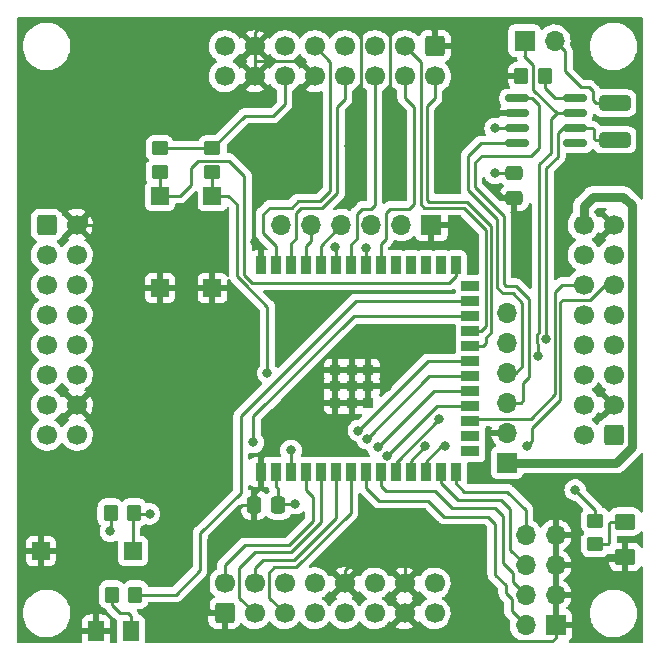
<source format=gbr>
%TF.GenerationSoftware,KiCad,Pcbnew,6.0.11+dfsg-1~bpo11+1*%
%TF.CreationDate,2023-07-05T16:28:11+02:00*%
%TF.ProjectId,dvert_21,64766572-745f-4323-912e-6b696361645f,rev?*%
%TF.SameCoordinates,Original*%
%TF.FileFunction,Copper,L1,Top*%
%TF.FilePolarity,Positive*%
%FSLAX46Y46*%
G04 Gerber Fmt 4.6, Leading zero omitted, Abs format (unit mm)*
G04 Created by KiCad (PCBNEW 6.0.11+dfsg-1~bpo11+1) date 2023-07-05 16:28:11*
%MOMM*%
%LPD*%
G01*
G04 APERTURE LIST*
G04 Aperture macros list*
%AMRoundRect*
0 Rectangle with rounded corners*
0 $1 Rounding radius*
0 $2 $3 $4 $5 $6 $7 $8 $9 X,Y pos of 4 corners*
0 Add a 4 corners polygon primitive as box body*
4,1,4,$2,$3,$4,$5,$6,$7,$8,$9,$2,$3,0*
0 Add four circle primitives for the rounded corners*
1,1,$1+$1,$2,$3*
1,1,$1+$1,$4,$5*
1,1,$1+$1,$6,$7*
1,1,$1+$1,$8,$9*
0 Add four rect primitives between the rounded corners*
20,1,$1+$1,$2,$3,$4,$5,0*
20,1,$1+$1,$4,$5,$6,$7,0*
20,1,$1+$1,$6,$7,$8,$9,0*
20,1,$1+$1,$8,$9,$2,$3,0*%
G04 Aperture macros list end*
%TA.AperFunction,SMDPad,CuDef*%
%ADD10RoundRect,0.250000X0.450000X-0.350000X0.450000X0.350000X-0.450000X0.350000X-0.450000X-0.350000X0*%
%TD*%
%TA.AperFunction,SMDPad,CuDef*%
%ADD11RoundRect,0.150000X-0.825000X-0.150000X0.825000X-0.150000X0.825000X0.150000X-0.825000X0.150000X0*%
%TD*%
%TA.AperFunction,SMDPad,CuDef*%
%ADD12RoundRect,0.250000X0.350000X0.450000X-0.350000X0.450000X-0.350000X-0.450000X0.350000X-0.450000X0*%
%TD*%
%TA.AperFunction,ComponentPad*%
%ADD13RoundRect,0.250000X0.600000X0.600000X-0.600000X0.600000X-0.600000X-0.600000X0.600000X-0.600000X0*%
%TD*%
%TA.AperFunction,ComponentPad*%
%ADD14C,1.700000*%
%TD*%
%TA.AperFunction,SMDPad,CuDef*%
%ADD15R,0.900000X1.500000*%
%TD*%
%TA.AperFunction,SMDPad,CuDef*%
%ADD16R,1.500000X0.900000*%
%TD*%
%TA.AperFunction,SMDPad,CuDef*%
%ADD17R,0.900000X0.900000*%
%TD*%
%TA.AperFunction,SMDPad,CuDef*%
%ADD18RoundRect,0.250000X-1.075000X0.400000X-1.075000X-0.400000X1.075000X-0.400000X1.075000X0.400000X0*%
%TD*%
%TA.AperFunction,ComponentPad*%
%ADD19RoundRect,0.250000X0.600000X-0.600000X0.600000X0.600000X-0.600000X0.600000X-0.600000X-0.600000X0*%
%TD*%
%TA.AperFunction,SMDPad,CuDef*%
%ADD20RoundRect,0.250000X-0.337500X-0.475000X0.337500X-0.475000X0.337500X0.475000X-0.337500X0.475000X0*%
%TD*%
%TA.AperFunction,ComponentPad*%
%ADD21R,1.700000X1.700000*%
%TD*%
%TA.AperFunction,ComponentPad*%
%ADD22O,1.700000X1.700000*%
%TD*%
%TA.AperFunction,ComponentPad*%
%ADD23RoundRect,0.250000X-0.600000X0.600000X-0.600000X-0.600000X0.600000X-0.600000X0.600000X0.600000X0*%
%TD*%
%TA.AperFunction,SMDPad,CuDef*%
%ADD24RoundRect,0.250000X0.475000X-0.337500X0.475000X0.337500X-0.475000X0.337500X-0.475000X-0.337500X0*%
%TD*%
%TA.AperFunction,SMDPad,CuDef*%
%ADD25RoundRect,0.250001X-0.462499X-0.624999X0.462499X-0.624999X0.462499X0.624999X-0.462499X0.624999X0*%
%TD*%
%TA.AperFunction,SMDPad,CuDef*%
%ADD26R,1.500000X1.500000*%
%TD*%
%TA.AperFunction,ComponentPad*%
%ADD27RoundRect,0.250000X-0.600000X-0.600000X0.600000X-0.600000X0.600000X0.600000X-0.600000X0.600000X0*%
%TD*%
%TA.AperFunction,SMDPad,CuDef*%
%ADD28RoundRect,0.250000X-0.450000X0.350000X-0.450000X-0.350000X0.450000X-0.350000X0.450000X0.350000X0*%
%TD*%
%TA.AperFunction,SMDPad,CuDef*%
%ADD29RoundRect,0.250001X0.624999X-0.462499X0.624999X0.462499X-0.624999X0.462499X-0.624999X-0.462499X0*%
%TD*%
%TA.AperFunction,ViaPad*%
%ADD30C,0.800000*%
%TD*%
%TA.AperFunction,Conductor*%
%ADD31C,0.250000*%
%TD*%
%TA.AperFunction,Conductor*%
%ADD32C,0.800000*%
%TD*%
G04 APERTURE END LIST*
D10*
%TO.P,R2,1*%
%TO.N,/IO0*%
X128590000Y-79630000D03*
%TO.P,R2,2*%
%TO.N,+3V3*%
X128590000Y-77630000D03*
%TD*%
D11*
%TO.P,U2,1,D*%
%TO.N,/CTX*%
X158825000Y-73395000D03*
%TO.P,U2,2,GND*%
%TO.N,GND*%
X158825000Y-74665000D03*
%TO.P,U2,3,VCC*%
%TO.N,+3V3*%
X158825000Y-75935000D03*
%TO.P,U2,4,R*%
%TO.N,/CRX*%
X158825000Y-77205000D03*
%TO.P,U2,5,Vref*%
%TO.N,unconnected-(U2-Pad5)*%
X163775000Y-77205000D03*
%TO.P,U2,6,CANL*%
%TO.N,/CANL*%
X163775000Y-75935000D03*
%TO.P,U2,7,CANH*%
%TO.N,/CANH*%
X163775000Y-74665000D03*
%TO.P,U2,8,Rs*%
%TO.N,Net-(R10-Pad1)*%
X163775000Y-73395000D03*
%TD*%
D12*
%TO.P,R3,1*%
%TO.N,/WEB*%
X126410000Y-108470000D03*
%TO.P,R3,2*%
%TO.N,+3V3*%
X124410000Y-108470000D03*
%TD*%
D13*
%TO.P,J4,1,Pin_1*%
%TO.N,+24V*%
X167010000Y-101870000D03*
D14*
%TO.P,J4,2,Pin_2*%
X164470000Y-101870000D03*
%TO.P,J4,3,Pin_3*%
%TO.N,GND*%
X167010000Y-99330000D03*
%TO.P,J4,4,Pin_4*%
%TO.N,Earth*%
X164470000Y-99330000D03*
%TO.P,J4,5,Pin_5*%
%TO.N,/CANL*%
X167010000Y-96790000D03*
%TO.P,J4,6,Pin_6*%
%TO.N,/CANH*%
X164470000Y-96790000D03*
%TO.P,J4,7,Pin_7*%
%TO.N,/SS*%
X167010000Y-94250000D03*
%TO.P,J4,8,Pin_8*%
%TO.N,/SCK*%
X164470000Y-94250000D03*
%TO.P,J4,9,Pin_9*%
%TO.N,/MOSI*%
X167010000Y-91710000D03*
%TO.P,J4,10,Pin_10*%
%TO.N,/MISO*%
X164470000Y-91710000D03*
%TO.P,J4,11,Pin_11*%
%TO.N,/SDA*%
X167010000Y-89170000D03*
%TO.P,J4,12,Pin_12*%
%TO.N,/SCL*%
X164470000Y-89170000D03*
%TO.P,J4,13,Pin_13*%
%TO.N,/RXD*%
X167010000Y-86630000D03*
%TO.P,J4,14,Pin_14*%
%TO.N,/TXD*%
X164470000Y-86630000D03*
%TO.P,J4,15,Pin_15*%
%TO.N,GND*%
X167010000Y-84090000D03*
%TO.P,J4,16,Pin_16*%
%TO.N,+3V3*%
X164470000Y-84090000D03*
%TD*%
D15*
%TO.P,U1,1,GND*%
%TO.N,GND*%
X137120000Y-105030000D03*
%TO.P,U1,2,3V3*%
%TO.N,+3V3*%
X138390000Y-105030000D03*
%TO.P,U1,3,EN*%
%TO.N,/RST*%
X139660000Y-105030000D03*
%TO.P,U1,4,GPIO4/TOUCH4/ADC1_CH3*%
%TO.N,/B0*%
X140930000Y-105030000D03*
%TO.P,U1,5,GPIO5/TOUCH5/ADC1_CH4*%
%TO.N,/B1*%
X142200000Y-105030000D03*
%TO.P,U1,6,GPIO6/TOUCH6/ADC1_CH5*%
%TO.N,/B2*%
X143470000Y-105030000D03*
%TO.P,U1,7,GPIO7/TOUCH7/ADC1_CH6*%
%TO.N,/B3*%
X144740000Y-105030000D03*
%TO.P,U1,8,GPIO15/U0RTS/ADC2_CH4/XTAL_32K_P*%
%TO.N,/ADDR0*%
X146010000Y-105030000D03*
%TO.P,U1,9,GPIO16/U0CTS/ADC2_CH5/XTAL_32K_N*%
%TO.N,/ADDR1*%
X147280000Y-105030000D03*
%TO.P,U1,10,GPIO17/U1TXD/ADC2_CH6*%
%TO.N,/CTX*%
X148550000Y-105030000D03*
%TO.P,U1,11,GPIO18/U1RXD/ADC2_CH7/CLK_OUT3*%
%TO.N,/CRX*%
X149820000Y-105030000D03*
%TO.P,U1,12,GPIO8/TOUCH8/ADC1_CH7/SUBSPICS1*%
%TO.N,/SDA*%
X151090000Y-105030000D03*
%TO.P,U1,13,GPIO19/U1RTS/ADC2_CH8/CLK_OUT2/USB_D-*%
%TO.N,/ADDR2*%
X152360000Y-105030000D03*
%TO.P,U1,14,GPIO20/U1CTS/ADC2_CH9/CLK_OUT1/USB_D+*%
%TO.N,/ADDR3*%
X153630000Y-105030000D03*
D16*
%TO.P,U1,15,GPIO3/TOUCH3/ADC1_CH2*%
%TO.N,unconnected-(U1-Pad15)*%
X154880000Y-103265000D03*
%TO.P,U1,16,GPIO46*%
%TO.N,unconnected-(U1-Pad16)*%
X154880000Y-101995000D03*
%TO.P,U1,17,GPIO9/TOUCH9/ADC1_CH8/FSPIHD/SUBSPIHD*%
%TO.N,/SCL*%
X154880000Y-100725000D03*
%TO.P,U1,18,GPIO10/TOUCH10/ADC1_CH9/FSPICS0/FSPIIO4/SUBSPICS0*%
%TO.N,/B7*%
X154880000Y-99455000D03*
%TO.P,U1,19,GPIO11/TOUCH11/ADC2_CH0/FSPID/FSPIIO5/SUBSPID*%
%TO.N,/B6*%
X154880000Y-98185000D03*
%TO.P,U1,20,GPIO12/TOUCH12/ADC2_CH1/FSPICLK/FSPIIO6/SUBSPICLK*%
%TO.N,/B5*%
X154880000Y-96915000D03*
%TO.P,U1,21,GPIO13/TOUCH13/ADC2_CH2/FSPIQ/FSPIIO7/SUBSPIQ*%
%TO.N,/B4*%
X154880000Y-95645000D03*
%TO.P,U1,22,GPIO14/TOUCH14/ADC2_CH3/FSPIWP/FSPIDQS/SUBSPIWP*%
%TO.N,/A0*%
X154880000Y-94375000D03*
%TO.P,U1,23,GPIO21*%
%TO.N,/A1*%
X154880000Y-93105000D03*
%TO.P,U1,24,GPIO47/SPICLK_P/SUBSPICLK_P_DIFF*%
%TO.N,/WEB*%
X154880000Y-91835000D03*
%TO.P,U1,25,GPIO48/SPICLK_N/SUBSPICLK_N_DIFF*%
%TO.N,/LED_MQTT*%
X154880000Y-90565000D03*
%TO.P,U1,26,GPIO45*%
%TO.N,unconnected-(U1-Pad26)*%
X154880000Y-89295000D03*
D15*
%TO.P,U1,27,GPIO0/BOOT*%
%TO.N,/IO0*%
X153630000Y-87530000D03*
%TO.P,U1,28,SPIIO6/GPIO35/FSPID/SUBSPID*%
%TO.N,unconnected-(U1-Pad28)*%
X152360000Y-87530000D03*
%TO.P,U1,29,SPIIO7/GPIO36/FSPICLK/SUBSPICLK*%
%TO.N,unconnected-(U1-Pad29)*%
X151090000Y-87530000D03*
%TO.P,U1,30,SPIDQS/GPIO37/FSPIQ/SUBSPIQ*%
%TO.N,unconnected-(U1-Pad30)*%
X149820000Y-87530000D03*
%TO.P,U1,31,GPIO38/FSPIWP/SUBSPIWP*%
%TO.N,unconnected-(U1-Pad31)*%
X148550000Y-87530000D03*
%TO.P,U1,32,MTCK/GPIO39/CLK_OUT3/SUBSPICS1*%
%TO.N,/A2*%
X147280000Y-87530000D03*
%TO.P,U1,33,MTDO/GPIO40/CLK_OUT2*%
%TO.N,/A3*%
X146010000Y-87530000D03*
%TO.P,U1,34,MTDI/GPIO41/CLK_OUT1*%
%TO.N,/A4*%
X144740000Y-87530000D03*
%TO.P,U1,35,MTMS/GPIO42*%
%TO.N,/A5*%
X143470000Y-87530000D03*
%TO.P,U1,36,U0RXD/GPIO44/CLK_OUT2*%
%TO.N,/RX_0*%
X142200000Y-87530000D03*
%TO.P,U1,37,U0TXD/GPIO43/CLK_OUT1*%
%TO.N,/TX_0*%
X140930000Y-87530000D03*
%TO.P,U1,38,GPIO2/TOUCH2/ADC1_CH1*%
%TO.N,/A6*%
X139660000Y-87530000D03*
%TO.P,U1,39,GPIO1/TOUCH1/ADC1_CH0*%
%TO.N,/A7*%
X138390000Y-87530000D03*
%TO.P,U1,40,GND*%
%TO.N,GND*%
X137120000Y-87530000D03*
D17*
%TO.P,U1,41,GND*%
X144840000Y-97780000D03*
X144840000Y-99180000D03*
X143440000Y-97780000D03*
X146240000Y-96380000D03*
X146240000Y-97780000D03*
X143440000Y-99180000D03*
X146240000Y-99180000D03*
X143440000Y-96380000D03*
X144840000Y-96380000D03*
%TD*%
D18*
%TO.P,R11,1*%
%TO.N,Net-(J7-Pad2)*%
X167100000Y-73800000D03*
%TO.P,R11,2*%
%TO.N,/CANL*%
X167100000Y-76900000D03*
%TD*%
D19*
%TO.P,J2,1,Pin_1*%
%TO.N,GND*%
X134060000Y-116992500D03*
D14*
%TO.P,J2,2,Pin_2*%
%TO.N,/B0*%
X134060000Y-114452500D03*
%TO.P,J2,3,Pin_3*%
%TO.N,/B1*%
X136600000Y-116992500D03*
%TO.P,J2,4,Pin_4*%
%TO.N,/B2*%
X136600000Y-114452500D03*
%TO.P,J2,5,Pin_5*%
%TO.N,/B3*%
X139140000Y-116992500D03*
%TO.P,J2,6,Pin_6*%
%TO.N,/B4*%
X139140000Y-114452500D03*
%TO.P,J2,7,Pin_7*%
%TO.N,/B5*%
X141680000Y-116992500D03*
%TO.P,J2,8,Pin_8*%
%TO.N,/B6*%
X141680000Y-114452500D03*
%TO.P,J2,9,Pin_9*%
%TO.N,/B7*%
X144220000Y-116992500D03*
%TO.P,J2,10,Pin_10*%
%TO.N,GND*%
X144220000Y-114452500D03*
%TO.P,J2,11,Pin_11*%
%TO.N,+3V3*%
X146760000Y-116992500D03*
%TO.P,J2,12,Pin_12*%
X146760000Y-114452500D03*
%TO.P,J2,13,Pin_13*%
%TO.N,GND*%
X149300000Y-116992500D03*
%TO.P,J2,14,Pin_14*%
X149300000Y-114452500D03*
%TO.P,J2,15,Pin_15*%
%TO.N,+24V*%
X151840000Y-116992500D03*
%TO.P,J2,16,Pin_16*%
X151840000Y-114452500D03*
%TD*%
D20*
%TO.P,C1,1*%
%TO.N,GND*%
X136555000Y-107820000D03*
%TO.P,C1,2*%
%TO.N,+3V3*%
X138630000Y-107820000D03*
%TD*%
D21*
%TO.P,J7,1,Pin_1*%
%TO.N,/CANH*%
X159460000Y-68500000D03*
D22*
%TO.P,J7,2,Pin_2*%
%TO.N,Net-(J7-Pad2)*%
X162000000Y-68500000D03*
%TD*%
D23*
%TO.P,J1,1,Pin_1*%
%TO.N,GND*%
X151870000Y-68980000D03*
D14*
%TO.P,J1,2,Pin_2*%
%TO.N,/A0*%
X151870000Y-71520000D03*
%TO.P,J1,3,Pin_3*%
%TO.N,/A1*%
X149330000Y-68980000D03*
%TO.P,J1,4,Pin_4*%
%TO.N,/A2*%
X149330000Y-71520000D03*
%TO.P,J1,5,Pin_5*%
%TO.N,/A3*%
X146790000Y-68980000D03*
%TO.P,J1,6,Pin_6*%
%TO.N,/A4*%
X146790000Y-71520000D03*
%TO.P,J1,7,Pin_7*%
%TO.N,/A5*%
X144250000Y-68980000D03*
%TO.P,J1,8,Pin_8*%
%TO.N,/A6*%
X144250000Y-71520000D03*
%TO.P,J1,9,Pin_9*%
%TO.N,/A7*%
X141710000Y-68980000D03*
%TO.P,J1,10,Pin_10*%
%TO.N,GND*%
X141710000Y-71520000D03*
%TO.P,J1,11,Pin_11*%
%TO.N,+3V3*%
X139170000Y-68980000D03*
%TO.P,J1,12,Pin_12*%
X139170000Y-71520000D03*
%TO.P,J1,13,Pin_13*%
%TO.N,GND*%
X136630000Y-68980000D03*
%TO.P,J1,14,Pin_14*%
X136630000Y-71520000D03*
%TO.P,J1,15,Pin_15*%
%TO.N,+24V*%
X134090000Y-68980000D03*
%TO.P,J1,16,Pin_16*%
X134090000Y-71520000D03*
%TD*%
D24*
%TO.P,C2,1*%
%TO.N,GND*%
X158610000Y-81815000D03*
%TO.P,C2,2*%
%TO.N,+3V3*%
X158610000Y-79740000D03*
%TD*%
D21*
%TO.P,J6,1,Pin_1*%
%TO.N,+3V3*%
X157985000Y-104245000D03*
D22*
%TO.P,J6,2,Pin_2*%
%TO.N,GND*%
X157985000Y-101705000D03*
%TO.P,J6,3,Pin_3*%
%TO.N,/CTX*%
X157985000Y-99165000D03*
%TO.P,J6,4,Pin_4*%
%TO.N,/CRX*%
X157985000Y-96625000D03*
%TO.P,J6,5,Pin_5*%
%TO.N,/CANH*%
X157985000Y-94085000D03*
%TO.P,J6,6,Pin_6*%
%TO.N,/CANL*%
X157985000Y-91545000D03*
%TD*%
D25*
%TO.P,D1,1,K*%
%TO.N,GND*%
X123175000Y-118470000D03*
%TO.P,D1,2,A*%
%TO.N,Net-(D1-Pad2)*%
X126150000Y-118470000D03*
%TD*%
D26*
%TO.P,SW2,1,1*%
%TO.N,GND*%
X128590000Y-89450000D03*
%TO.P,SW2,2,2*%
%TO.N,/IO0*%
X128590000Y-81650000D03*
%TD*%
%TO.P,SW1,1,1*%
%TO.N,GND*%
X133040000Y-89440000D03*
%TO.P,SW1,2,2*%
%TO.N,/RST*%
X133040000Y-81640000D03*
%TD*%
D21*
%TO.P,J5,1,Pin_1*%
%TO.N,GND*%
X151585000Y-84115000D03*
D22*
%TO.P,J5,2,Pin_2*%
%TO.N,unconnected-(J5-Pad2)*%
X149045000Y-84115000D03*
%TO.P,J5,3,Pin_3*%
%TO.N,+3V3*%
X146505000Y-84115000D03*
%TO.P,J5,4,Pin_4*%
%TO.N,/RX_0*%
X143965000Y-84115000D03*
%TO.P,J5,5,Pin_5*%
%TO.N,/TX_0*%
X141425000Y-84115000D03*
%TO.P,J5,6,Pin_6*%
%TO.N,unconnected-(J5-Pad6)*%
X138885000Y-84115000D03*
%TD*%
D10*
%TO.P,R1,1*%
%TO.N,/RST*%
X133030000Y-79610000D03*
%TO.P,R1,2*%
%TO.N,+3V3*%
X133030000Y-77610000D03*
%TD*%
D21*
%TO.P,J8,1,Pin_1*%
%TO.N,GND*%
X162100000Y-118000000D03*
D22*
%TO.P,J8,2,Pin_2*%
%TO.N,/ADDR0*%
X159560000Y-118000000D03*
%TO.P,J8,3,Pin_3*%
%TO.N,GND*%
X162100000Y-115460000D03*
%TO.P,J8,4,Pin_4*%
%TO.N,/ADDR1*%
X159560000Y-115460000D03*
%TO.P,J8,5,Pin_5*%
%TO.N,GND*%
X162100000Y-112920000D03*
%TO.P,J8,6,Pin_6*%
%TO.N,/ADDR2*%
X159560000Y-112920000D03*
%TO.P,J8,7,Pin_7*%
%TO.N,GND*%
X162100000Y-110380000D03*
%TO.P,J8,8,Pin_8*%
%TO.N,/ADDR3*%
X159560000Y-110380000D03*
%TD*%
D27*
%TO.P,J3,1,Pin_1*%
%TO.N,+3V3*%
X119010000Y-84100000D03*
D14*
%TO.P,J3,2,Pin_2*%
%TO.N,GND*%
X121550000Y-84100000D03*
%TO.P,J3,3,Pin_3*%
%TO.N,/TXD*%
X119010000Y-86640000D03*
%TO.P,J3,4,Pin_4*%
%TO.N,/RXD*%
X121550000Y-86640000D03*
%TO.P,J3,5,Pin_5*%
%TO.N,/SCL*%
X119010000Y-89180000D03*
%TO.P,J3,6,Pin_6*%
%TO.N,/SDA*%
X121550000Y-89180000D03*
%TO.P,J3,7,Pin_7*%
%TO.N,/MISO*%
X119010000Y-91720000D03*
%TO.P,J3,8,Pin_8*%
%TO.N,/MOSI*%
X121550000Y-91720000D03*
%TO.P,J3,9,Pin_9*%
%TO.N,/SCK*%
X119010000Y-94260000D03*
%TO.P,J3,10,Pin_10*%
%TO.N,/SS*%
X121550000Y-94260000D03*
%TO.P,J3,11,Pin_11*%
%TO.N,/CANH*%
X119010000Y-96800000D03*
%TO.P,J3,12,Pin_12*%
%TO.N,/CANL*%
X121550000Y-96800000D03*
%TO.P,J3,13,Pin_13*%
%TO.N,Earth*%
X119010000Y-99340000D03*
%TO.P,J3,14,Pin_14*%
%TO.N,GND*%
X121550000Y-99340000D03*
%TO.P,J3,15,Pin_15*%
%TO.N,+24V*%
X119010000Y-101880000D03*
%TO.P,J3,16,Pin_16*%
X121550000Y-101880000D03*
%TD*%
D28*
%TO.P,R9,1*%
%TO.N,+24V*%
X165430000Y-109150000D03*
%TO.P,R9,2*%
%TO.N,Net-(D2-Pad2)*%
X165430000Y-111150000D03*
%TD*%
D29*
%TO.P,D2,1,K*%
%TO.N,GND*%
X167980000Y-112225000D03*
%TO.P,D2,2,A*%
%TO.N,Net-(D2-Pad2)*%
X167980000Y-109250000D03*
%TD*%
D12*
%TO.P,R8,1*%
%TO.N,/LED_MQTT*%
X126520000Y-115410000D03*
%TO.P,R8,2*%
%TO.N,Net-(D1-Pad2)*%
X124520000Y-115410000D03*
%TD*%
D26*
%TO.P,SW3,1,1*%
%TO.N,GND*%
X118500000Y-111700000D03*
%TO.P,SW3,2,2*%
%TO.N,/WEB*%
X126300000Y-111700000D03*
%TD*%
D12*
%TO.P,R10,1*%
%TO.N,Net-(R10-Pad1)*%
X161200000Y-71500000D03*
%TO.P,R10,2*%
%TO.N,GND*%
X159200000Y-71500000D03*
%TD*%
D30*
%TO.N,GND*%
X139120000Y-94950000D03*
X147750000Y-94950000D03*
X147790000Y-97810000D03*
X118200000Y-80860000D03*
X144620000Y-77460000D03*
X166280000Y-80180000D03*
X118500000Y-108480000D03*
X136670000Y-85550000D03*
X127350000Y-94950000D03*
X157060000Y-81170000D03*
X156980000Y-74670000D03*
X129700000Y-113430000D03*
X148100000Y-77470000D03*
X154940000Y-115660000D03*
X162510000Y-80170000D03*
%TO.N,+3V3*%
X140040000Y-107720000D03*
X124390000Y-110050000D03*
X156970000Y-75930000D03*
X156970000Y-79750000D03*
%TO.N,/A3*%
X146050000Y-86040000D03*
%TO.N,/A5*%
X143450000Y-86020000D03*
%TO.N,+24V*%
X163750000Y-106550000D03*
%TO.N,/B4*%
X145388371Y-101518439D03*
%TO.N,/B5*%
X146110000Y-102210000D03*
%TO.N,/B6*%
X147030000Y-102940000D03*
%TO.N,/B7*%
X147860000Y-103670000D03*
%TO.N,/SDA*%
X159680000Y-102830000D03*
X152740000Y-102870000D03*
%TO.N,/CANH*%
X160604500Y-95190000D03*
%TO.N,/CANL*%
X161320500Y-93800000D03*
%TO.N,/CTX*%
X152220000Y-100570000D03*
%TO.N,/CRX*%
X151050000Y-102860000D03*
%TO.N,/RST*%
X137700000Y-96650000D03*
X139690000Y-103190000D03*
%TO.N,/WEB*%
X136500000Y-102530000D03*
X127710000Y-108570000D03*
%TD*%
D31*
%TO.N,GND*%
X151270000Y-67190000D02*
X151870000Y-67790000D01*
X121750000Y-80860000D02*
X118200000Y-80860000D01*
X157705000Y-81815000D02*
X157060000Y-81170000D01*
X140430000Y-70240000D02*
X141710000Y-71520000D01*
X144620000Y-77460000D02*
X145580000Y-76500000D01*
X154940000Y-113520000D02*
X154940000Y-117990000D01*
X148100000Y-77470000D02*
X148070000Y-77440000D01*
X132660000Y-116610000D02*
X132660000Y-110720000D01*
X122680000Y-113440000D02*
X129690000Y-113440000D01*
X122300000Y-84080000D02*
X122300000Y-82340000D01*
X134060000Y-116992500D02*
X133042500Y-116992500D01*
X122300000Y-84080000D02*
X127470000Y-84080000D01*
X162510000Y-80170000D02*
X166270000Y-80170000D01*
X136630000Y-67810000D02*
X137250000Y-67190000D01*
X123175000Y-116505000D02*
X123175000Y-118470000D01*
X136555000Y-106935000D02*
X137120000Y-106370000D01*
X137250000Y-67190000D02*
X145660000Y-67190000D01*
X156320000Y-119370000D02*
X161800000Y-119370000D01*
X120940000Y-111700000D02*
X122680000Y-113440000D01*
X154460000Y-68980000D02*
X155355000Y-69875000D01*
X136555000Y-107820000D02*
X136555000Y-106935000D01*
X133040000Y-89440000D02*
X128600000Y-89440000D01*
X149340000Y-112950000D02*
X154370000Y-112950000D01*
X136650000Y-69747500D02*
X136650000Y-70240000D01*
X146270000Y-97810000D02*
X146240000Y-97780000D01*
X155355000Y-69875000D02*
X156980000Y-71500000D01*
X132660000Y-110720000D02*
X135560000Y-107820000D01*
X122680000Y-113440000D02*
X122680000Y-116010000D01*
X148070000Y-77440000D02*
X148070000Y-67210000D01*
X154940000Y-117990000D02*
X156320000Y-119370000D01*
X144220000Y-114452500D02*
X144220000Y-113290000D01*
X136650000Y-70240000D02*
X136650000Y-70980000D01*
X148090000Y-67190000D02*
X151270000Y-67190000D01*
X145580000Y-76500000D02*
X145580000Y-67270000D01*
X144560000Y-112950000D02*
X149340000Y-112950000D01*
X122300000Y-82340000D02*
X122300000Y-81410000D01*
X149340000Y-112950000D02*
X149300000Y-112990000D01*
X167980000Y-112225000D02*
X167695000Y-112510000D01*
X128600000Y-89440000D02*
X128590000Y-89450000D01*
X159200000Y-71500000D02*
X156980000Y-71500000D01*
X158610000Y-81815000D02*
X157705000Y-81815000D01*
X129690000Y-113440000D02*
X129700000Y-113430000D01*
X127470000Y-84080000D02*
X128590000Y-85200000D01*
X127350000Y-94950000D02*
X127350000Y-92840000D01*
X137120000Y-86000000D02*
X136670000Y-85550000D01*
X137120000Y-105030000D02*
X137120000Y-103850000D01*
X156980000Y-71500000D02*
X156980000Y-74670000D01*
X167695000Y-112510000D02*
X166310000Y-112510000D01*
X147790000Y-97810000D02*
X146270000Y-97810000D01*
X133042500Y-116992500D02*
X132660000Y-116610000D01*
X118500000Y-111700000D02*
X118500000Y-108480000D01*
X148070000Y-67210000D02*
X148090000Y-67190000D01*
X135560000Y-107820000D02*
X136555000Y-107820000D01*
X151870000Y-67790000D02*
X151870000Y-68980000D01*
X154370000Y-112950000D02*
X154940000Y-113520000D01*
X144220000Y-113290000D02*
X144560000Y-112950000D01*
X136630000Y-68980000D02*
X136630000Y-67810000D01*
X128590000Y-85200000D02*
X128590000Y-89450000D01*
X151870000Y-68980000D02*
X154460000Y-68980000D01*
X136650000Y-68600000D02*
X136650000Y-69747500D01*
X122300000Y-81410000D02*
X121750000Y-80860000D01*
X141790000Y-99180000D02*
X143440000Y-99180000D01*
X137120000Y-103850000D02*
X141790000Y-99180000D01*
X122680000Y-116010000D02*
X123175000Y-116505000D01*
X147750000Y-94950000D02*
X147790000Y-94990000D01*
X158820000Y-74670000D02*
X158825000Y-74665000D01*
X162100000Y-112920000D02*
X165900000Y-112920000D01*
X149300000Y-112990000D02*
X149300000Y-114452500D01*
X137120000Y-87530000D02*
X137120000Y-86000000D01*
X128590000Y-91600000D02*
X128590000Y-89450000D01*
X165900000Y-112920000D02*
X166310000Y-112510000D01*
X136650000Y-70240000D02*
X140430000Y-70240000D01*
X137120000Y-106370000D02*
X137120000Y-105030000D01*
X162100000Y-119070000D02*
X162100000Y-118000000D01*
X161800000Y-119370000D02*
X162100000Y-119070000D01*
X145660000Y-67190000D02*
X148090000Y-67190000D01*
X166270000Y-80170000D02*
X166280000Y-80180000D01*
X145580000Y-67270000D02*
X145660000Y-67190000D01*
X147790000Y-94990000D02*
X147790000Y-97810000D01*
X156980000Y-74670000D02*
X158820000Y-74670000D01*
X127350000Y-92840000D02*
X128590000Y-91600000D01*
X118500000Y-111700000D02*
X120940000Y-111700000D01*
X136690000Y-71020000D02*
X136650000Y-70980000D01*
%TO.N,+3V3*%
X138390000Y-105030000D02*
X138390000Y-106210000D01*
X139170000Y-73890000D02*
X138180000Y-74880000D01*
X138630000Y-106450000D02*
X138630000Y-107820000D01*
X138390000Y-106210000D02*
X138630000Y-106450000D01*
D32*
X166360000Y-81750000D02*
X165240000Y-81750000D01*
D31*
X133010000Y-77630000D02*
X133030000Y-77610000D01*
D32*
X168530000Y-82460000D02*
X167820000Y-81750000D01*
X157985000Y-104245000D02*
X167215000Y-104245000D01*
D31*
X138180000Y-74880000D02*
X135760000Y-74880000D01*
X156980000Y-79740000D02*
X156970000Y-79750000D01*
D32*
X165240000Y-81750000D02*
X164470000Y-82520000D01*
X167215000Y-104245000D02*
X168530000Y-102930000D01*
X164470000Y-82520000D02*
X164470000Y-84090000D01*
D31*
X139170000Y-71520000D02*
X139170000Y-73890000D01*
D32*
X167820000Y-81750000D02*
X166360000Y-81750000D01*
D31*
X135760000Y-74880000D02*
X133030000Y-77610000D01*
X158820000Y-75930000D02*
X158825000Y-75935000D01*
X124410000Y-108470000D02*
X124410000Y-110030000D01*
X156970000Y-75930000D02*
X158820000Y-75930000D01*
X158610000Y-79740000D02*
X156980000Y-79740000D01*
X124410000Y-110030000D02*
X124390000Y-110050000D01*
X138730000Y-107720000D02*
X138630000Y-107820000D01*
X128590000Y-77630000D02*
X133010000Y-77630000D01*
X140040000Y-107720000D02*
X138730000Y-107720000D01*
D32*
X168530000Y-102930000D02*
X168530000Y-82460000D01*
D31*
%TO.N,Net-(D1-Pad2)*%
X125190000Y-116960000D02*
X125890000Y-116960000D01*
X126150000Y-117220000D02*
X126150000Y-118470000D01*
X124520000Y-115410000D02*
X124520000Y-116290000D01*
X124520000Y-116290000D02*
X125190000Y-116960000D01*
X125890000Y-116960000D02*
X126150000Y-117220000D01*
%TO.N,Net-(D2-Pad2)*%
X166620000Y-111020000D02*
X166620000Y-109390000D01*
X166620000Y-109390000D02*
X166760000Y-109250000D01*
X166490000Y-111150000D02*
X166620000Y-111020000D01*
X166760000Y-109250000D02*
X167980000Y-109250000D01*
X165430000Y-111150000D02*
X166490000Y-111150000D01*
%TO.N,/A0*%
X156190000Y-93650000D02*
X156190000Y-94110000D01*
X151200000Y-81980000D02*
X151360000Y-82140000D01*
X155925000Y-94375000D02*
X154880000Y-94375000D01*
X151200000Y-74030000D02*
X151200000Y-81980000D01*
X156190000Y-94110000D02*
X155925000Y-94375000D01*
X154600000Y-82140000D02*
X156650000Y-84190000D01*
X156650000Y-93190000D02*
X156190000Y-93650000D01*
X151360000Y-82140000D02*
X154600000Y-82140000D01*
X151870000Y-71520000D02*
X151870000Y-73360000D01*
X156650000Y-84190000D02*
X156650000Y-93190000D01*
X151870000Y-73360000D02*
X151200000Y-74030000D01*
%TO.N,/A1*%
X154300000Y-82650000D02*
X150950000Y-82650000D01*
X150660000Y-82360000D02*
X150660000Y-70310000D01*
X156200000Y-92710000D02*
X156200000Y-84550000D01*
X155805000Y-93105000D02*
X156200000Y-92710000D01*
X156200000Y-84550000D02*
X154300000Y-82650000D01*
X150660000Y-70310000D02*
X149330000Y-68980000D01*
X154880000Y-93105000D02*
X155805000Y-93105000D01*
X150950000Y-82650000D02*
X150660000Y-82360000D01*
%TO.N,/A2*%
X147760000Y-85270000D02*
X147760000Y-83070000D01*
X149330000Y-73350000D02*
X149330000Y-71520000D01*
X148090000Y-82740000D02*
X149690000Y-82740000D01*
X150110000Y-74130000D02*
X149330000Y-73350000D01*
X147280000Y-87530000D02*
X147280000Y-85750000D01*
X150110000Y-82320000D02*
X150110000Y-74130000D01*
X147760000Y-83070000D02*
X148090000Y-82740000D01*
X147280000Y-85750000D02*
X147760000Y-85270000D01*
X149690000Y-82740000D02*
X150110000Y-82320000D01*
%TO.N,/A3*%
X146050000Y-87490000D02*
X146010000Y-87530000D01*
X146050000Y-86040000D02*
X146050000Y-87490000D01*
%TO.N,/A4*%
X146490000Y-82730000D02*
X145720000Y-82730000D01*
X146790000Y-82390000D02*
X146790000Y-71520000D01*
X146810000Y-82410000D02*
X146790000Y-82390000D01*
X145290000Y-83160000D02*
X145290000Y-85240000D01*
X146810000Y-82410000D02*
X146490000Y-82730000D01*
X144740000Y-85790000D02*
X144740000Y-87530000D01*
X145290000Y-85240000D02*
X144740000Y-85790000D01*
X145720000Y-82730000D02*
X145290000Y-83160000D01*
%TO.N,/A5*%
X143470000Y-86040000D02*
X143450000Y-86020000D01*
X143470000Y-87530000D02*
X143470000Y-86040000D01*
%TO.N,/A6*%
X139660000Y-87530000D02*
X139660000Y-85730000D01*
X144250000Y-73490000D02*
X144250000Y-71520000D01*
X140540000Y-82710000D02*
X142350000Y-82710000D01*
X143620000Y-74120000D02*
X144250000Y-73490000D01*
X139660000Y-85730000D02*
X140140000Y-85250000D01*
X140140000Y-85250000D02*
X140140000Y-83110000D01*
X142350000Y-82710000D02*
X143620000Y-81440000D01*
X140140000Y-83110000D02*
X140540000Y-82710000D01*
X143620000Y-81440000D02*
X143620000Y-74120000D01*
%TO.N,/A7*%
X143010000Y-70280000D02*
X141710000Y-68980000D01*
X137340000Y-84820000D02*
X137340000Y-83210000D01*
X142130000Y-82100000D02*
X143010000Y-81220000D01*
X138390000Y-87530000D02*
X138390000Y-85870000D01*
X138390000Y-85870000D02*
X137340000Y-84820000D01*
X139750000Y-82640000D02*
X140290000Y-82100000D01*
X143010000Y-81220000D02*
X143010000Y-70280000D01*
X137340000Y-83210000D02*
X137910000Y-82640000D01*
X137910000Y-82640000D02*
X139750000Y-82640000D01*
X140290000Y-82100000D02*
X142130000Y-82100000D01*
%TO.N,+24V*%
X165430000Y-108230000D02*
X163750000Y-106550000D01*
X165430000Y-109150000D02*
X165430000Y-108230000D01*
%TO.N,/B0*%
X134060000Y-114452500D02*
X134060000Y-112930000D01*
X139520000Y-111210000D02*
X141520000Y-109210000D01*
X135780000Y-111210000D02*
X139520000Y-111210000D01*
X140930000Y-106570000D02*
X140930000Y-105030000D01*
X134060000Y-112930000D02*
X135780000Y-111210000D01*
X141520000Y-109210000D02*
X141520000Y-107160000D01*
X141520000Y-107160000D02*
X140930000Y-106570000D01*
%TO.N,/B1*%
X135275000Y-113195000D02*
X136650000Y-111820000D01*
X142200000Y-109300000D02*
X142200000Y-107790000D01*
X136600000Y-116992500D02*
X135275000Y-115667500D01*
X139680000Y-111820000D02*
X142200000Y-109300000D01*
X142200000Y-107790000D02*
X142200000Y-105030000D01*
X135275000Y-115667500D02*
X135275000Y-113195000D01*
X136650000Y-111820000D02*
X139680000Y-111820000D01*
%TO.N,/B2*%
X136600000Y-114452500D02*
X136600000Y-113170000D01*
X143470000Y-108920000D02*
X143470000Y-105030000D01*
X139920000Y-112470000D02*
X143470000Y-108920000D01*
X137300000Y-112470000D02*
X139920000Y-112470000D01*
X136600000Y-113170000D02*
X137300000Y-112470000D01*
%TO.N,/B3*%
X144740000Y-108500000D02*
X144740000Y-107500000D01*
X144740000Y-107500000D02*
X144740000Y-105030000D01*
X138800000Y-113090000D02*
X140150000Y-113090000D01*
X140150000Y-113090000D02*
X144740000Y-108500000D01*
X138290000Y-113090000D02*
X138800000Y-113090000D01*
X137815000Y-113565000D02*
X138290000Y-113090000D01*
X137815000Y-115667500D02*
X137815000Y-113565000D01*
X139140000Y-116992500D02*
X137815000Y-115667500D01*
%TO.N,/B4*%
X154880000Y-95645000D02*
X151261810Y-95645000D01*
X151261810Y-95645000D02*
X145388371Y-101518439D01*
%TO.N,/B5*%
X146110000Y-102210000D02*
X151405000Y-96915000D01*
X151405000Y-96915000D02*
X154880000Y-96915000D01*
%TO.N,/B6*%
X151785000Y-98185000D02*
X147030000Y-102940000D01*
X154880000Y-98185000D02*
X151785000Y-98185000D01*
%TO.N,/B7*%
X147860000Y-103670000D02*
X152075000Y-99455000D01*
X152075000Y-99455000D02*
X154880000Y-99455000D01*
%TO.N,/SCL*%
X155075000Y-100530000D02*
X154880000Y-100725000D01*
X162045000Y-89755000D02*
X162045000Y-98455000D01*
X163750000Y-89180000D02*
X162620000Y-89180000D01*
X159970000Y-100530000D02*
X155075000Y-100530000D01*
X162620000Y-89180000D02*
X162045000Y-89755000D01*
X162045000Y-98455000D02*
X159970000Y-100530000D01*
%TO.N,/SDA*%
X152740000Y-102870000D02*
X152390000Y-102870000D01*
X160070000Y-102440000D02*
X160070000Y-101340000D01*
X151090000Y-104170000D02*
X151090000Y-105030000D01*
X160070000Y-101340000D02*
X162495000Y-98915000D01*
X152390000Y-102870000D02*
X151090000Y-104170000D01*
X162495000Y-98915000D02*
X162495000Y-90655000D01*
X165025000Y-90445000D02*
X166290000Y-89180000D01*
X162495000Y-90655000D02*
X162705000Y-90445000D01*
X162705000Y-90445000D02*
X165025000Y-90445000D01*
X159680000Y-102830000D02*
X160070000Y-102440000D01*
%TO.N,/CANH*%
X159460000Y-69800000D02*
X159460000Y-68500000D01*
X162170000Y-74670000D02*
X160190000Y-72690000D01*
X161670000Y-75170000D02*
X162170000Y-74670000D01*
X160604500Y-95190000D02*
X160604500Y-94214500D01*
X161670000Y-78000000D02*
X161670000Y-75170000D01*
X160604500Y-94214500D02*
X160490000Y-94100000D01*
X160700000Y-78970000D02*
X161670000Y-78000000D01*
X163775000Y-74665000D02*
X163398249Y-74665000D01*
X163393249Y-74670000D02*
X162170000Y-74670000D01*
X160190000Y-70590000D02*
X159430000Y-69830000D01*
X159430000Y-69830000D02*
X159460000Y-69800000D01*
X163398249Y-74665000D02*
X163393249Y-74670000D01*
X160490000Y-93390000D02*
X160700000Y-93180000D01*
X160490000Y-94100000D02*
X160490000Y-93390000D01*
X160190000Y-72690000D02*
X160190000Y-70590000D01*
X160700000Y-93180000D02*
X160700000Y-78970000D01*
%TO.N,/CANL*%
X161320500Y-93800000D02*
X161320500Y-79309500D01*
X161320500Y-79309500D02*
X162300000Y-78330000D01*
X162300000Y-76360000D02*
X162725000Y-75935000D01*
X165310000Y-76030000D02*
X165215000Y-75935000D01*
X162725000Y-75935000D02*
X163775000Y-75935000D01*
X165310000Y-76770000D02*
X165310000Y-76030000D01*
X165440000Y-76900000D02*
X165310000Y-76770000D01*
X162300000Y-78330000D02*
X162300000Y-76360000D01*
X165215000Y-75935000D02*
X163775000Y-75935000D01*
X167100000Y-76900000D02*
X165440000Y-76900000D01*
%TO.N,/RX_0*%
X142200000Y-85880000D02*
X143965000Y-84115000D01*
X142200000Y-87530000D02*
X142200000Y-85880000D01*
%TO.N,/TX_0*%
X141425000Y-84115000D02*
X141425000Y-85435000D01*
X141425000Y-85435000D02*
X140930000Y-85930000D01*
X140930000Y-85930000D02*
X140930000Y-87530000D01*
%TO.N,/CTX*%
X159175000Y-99165000D02*
X159365000Y-98975000D01*
X159880000Y-96990000D02*
X159365000Y-97505000D01*
X157985000Y-99165000D02*
X159175000Y-99165000D01*
X157900000Y-89280000D02*
X158760000Y-89280000D01*
X158760000Y-89280000D02*
X159880000Y-90400000D01*
X159365000Y-98975000D02*
X159365000Y-97505000D01*
X159990000Y-78240000D02*
X155830000Y-78240000D01*
X155260000Y-80910000D02*
X157700000Y-83350000D01*
X155260000Y-78810000D02*
X155260000Y-80910000D01*
X160670000Y-77560000D02*
X159990000Y-78240000D01*
X160125000Y-73395000D02*
X160670000Y-73940000D01*
X160670000Y-73940000D02*
X160670000Y-77560000D01*
X159880000Y-90400000D02*
X159880000Y-96990000D01*
X157700000Y-89080000D02*
X157900000Y-89280000D01*
X148550000Y-105030000D02*
X148550000Y-104240000D01*
X158825000Y-73395000D02*
X160125000Y-73395000D01*
X148550000Y-104240000D02*
X152220000Y-100570000D01*
X157700000Y-83350000D02*
X157700000Y-89080000D01*
X155830000Y-78240000D02*
X155260000Y-78810000D01*
%TO.N,/CRX*%
X154690000Y-78270000D02*
X154690000Y-81180000D01*
X158755000Y-96625000D02*
X157985000Y-96625000D01*
X157160000Y-83650000D02*
X157160000Y-89470000D01*
X159290000Y-90700000D02*
X159290000Y-96090000D01*
X154690000Y-81180000D02*
X157160000Y-83650000D01*
X157160000Y-89470000D02*
X157600000Y-89910000D01*
X151050000Y-102860000D02*
X149820000Y-104090000D01*
X159290000Y-96090000D02*
X158755000Y-96625000D01*
X149820000Y-104090000D02*
X149820000Y-105030000D01*
X155755000Y-77205000D02*
X154690000Y-78270000D01*
X157600000Y-89910000D02*
X158500000Y-89910000D01*
X158500000Y-89910000D02*
X159290000Y-90700000D01*
X158825000Y-77205000D02*
X155755000Y-77205000D01*
%TO.N,Net-(J7-Pad2)*%
X165500000Y-73800000D02*
X165250000Y-73550000D01*
X162900000Y-69400000D02*
X162000000Y-68500000D01*
X162900000Y-71120000D02*
X162900000Y-69400000D01*
X165250000Y-72790000D02*
X164930000Y-72470000D01*
X164930000Y-72470000D02*
X164250000Y-72470000D01*
X165250000Y-73550000D02*
X165250000Y-72790000D01*
X167100000Y-73800000D02*
X165500000Y-73800000D01*
X164250000Y-72470000D02*
X162900000Y-71120000D01*
%TO.N,/RST*%
X133040000Y-81640000D02*
X134370000Y-81640000D01*
X133030000Y-81630000D02*
X133040000Y-81640000D01*
X133030000Y-79610000D02*
X133030000Y-81630000D01*
X134370000Y-81640000D02*
X135100000Y-82370000D01*
X139690000Y-105000000D02*
X139660000Y-105030000D01*
X135760000Y-89110000D02*
X137700000Y-91050000D01*
X135100000Y-82370000D02*
X135100000Y-87920000D01*
X139690000Y-103190000D02*
X139690000Y-105000000D01*
X137700000Y-91050000D02*
X137700000Y-96650000D01*
X135100000Y-88450000D02*
X135760000Y-89110000D01*
X135100000Y-87920000D02*
X135100000Y-88450000D01*
%TO.N,/IO0*%
X131190000Y-79260000D02*
X131790000Y-78660000D01*
X128590000Y-79630000D02*
X128590000Y-81650000D01*
X130290000Y-81650000D02*
X131190000Y-80750000D01*
X135730000Y-88310000D02*
X136410000Y-88990000D01*
X135730000Y-79980000D02*
X135730000Y-88310000D01*
X153630000Y-88440000D02*
X153630000Y-87530000D01*
X153080000Y-88990000D02*
X153630000Y-88440000D01*
X128590000Y-81650000D02*
X130290000Y-81650000D01*
X134410000Y-78660000D02*
X135730000Y-79980000D01*
X131190000Y-80750000D02*
X131190000Y-79260000D01*
X131790000Y-78660000D02*
X134410000Y-78660000D01*
X136410000Y-88990000D02*
X153080000Y-88990000D01*
%TO.N,/WEB*%
X144995000Y-91835000D02*
X136500000Y-100330000D01*
X154880000Y-91835000D02*
X144995000Y-91835000D01*
X126410000Y-108470000D02*
X126300000Y-108580000D01*
X136500000Y-100330000D02*
X136500000Y-102530000D01*
X126510000Y-108570000D02*
X126410000Y-108470000D01*
X127710000Y-108570000D02*
X126510000Y-108570000D01*
X126300000Y-108580000D02*
X126300000Y-111700000D01*
%TO.N,/ADDR0*%
X146010000Y-105030000D02*
X146010000Y-106370000D01*
X151330000Y-107460000D02*
X152670000Y-108800000D01*
X152670000Y-108800000D02*
X156360000Y-108800000D01*
X147100000Y-107460000D02*
X151330000Y-107460000D01*
X156960000Y-113710000D02*
X157890000Y-114640000D01*
X157890000Y-115300000D02*
X158360000Y-115770000D01*
X156960000Y-109400000D02*
X156960000Y-113710000D01*
X156360000Y-108800000D02*
X156960000Y-109400000D01*
X158360000Y-115770000D02*
X158360000Y-116800000D01*
X146010000Y-106370000D02*
X147100000Y-107460000D01*
X158360000Y-116800000D02*
X159560000Y-118000000D01*
X157890000Y-114640000D02*
X157890000Y-115300000D01*
%TO.N,/ADDR1*%
X158460000Y-113610000D02*
X158460000Y-114360000D01*
X157620000Y-108770000D02*
X157620000Y-112770000D01*
X147730000Y-106650000D02*
X151890000Y-106650000D01*
X147280000Y-106200000D02*
X147730000Y-106650000D01*
X151890000Y-106650000D02*
X153340000Y-108100000D01*
X147280000Y-105030000D02*
X147280000Y-106200000D01*
X158460000Y-114360000D02*
X159560000Y-115460000D01*
X153340000Y-108100000D02*
X156950000Y-108100000D01*
X157620000Y-112770000D02*
X158460000Y-113610000D01*
X156950000Y-108100000D02*
X157620000Y-108770000D01*
%TO.N,/ADDR2*%
X158240000Y-111600000D02*
X159560000Y-112920000D01*
X152360000Y-105940000D02*
X153790000Y-107370000D01*
X157450000Y-107370000D02*
X158240000Y-108160000D01*
X153790000Y-107370000D02*
X157450000Y-107370000D01*
X152360000Y-105030000D02*
X152360000Y-105940000D01*
X158240000Y-108160000D02*
X158240000Y-111600000D01*
%TO.N,/ADDR3*%
X158000000Y-106690000D02*
X159560000Y-108250000D01*
X159560000Y-108250000D02*
X159560000Y-110380000D01*
X154320000Y-106690000D02*
X158000000Y-106690000D01*
X153630000Y-105030000D02*
X153630000Y-106000000D01*
X153630000Y-106000000D02*
X154320000Y-106690000D01*
%TO.N,/LED_MQTT*%
X135440000Y-106770000D02*
X135440000Y-100300000D01*
X145175000Y-90565000D02*
X154880000Y-90565000D01*
X126520000Y-115410000D02*
X129930000Y-115410000D01*
X129930000Y-115410000D02*
X132005000Y-113335000D01*
X132005000Y-113335000D02*
X132005000Y-110205000D01*
X132005000Y-110205000D02*
X135440000Y-106770000D01*
X135440000Y-100300000D02*
X145175000Y-90565000D01*
%TO.N,Net-(R10-Pad1)*%
X161200000Y-71500000D02*
X161200000Y-72530000D01*
X162065000Y-73395000D02*
X163775000Y-73395000D01*
X161200000Y-72530000D02*
X162065000Y-73395000D01*
%TD*%
%TA.AperFunction,Conductor*%
%TO.N,GND*%
G36*
X153564291Y-92488502D02*
G01*
X153610784Y-92542158D01*
X153621985Y-92601317D01*
X153621868Y-92603480D01*
X153621500Y-92606866D01*
X153621500Y-93603134D01*
X153628255Y-93665316D01*
X153639672Y-93695771D01*
X153644855Y-93766577D01*
X153639674Y-93784224D01*
X153628255Y-93814684D01*
X153621500Y-93876866D01*
X153621500Y-94873134D01*
X153621868Y-94876520D01*
X153621985Y-94878683D01*
X153605698Y-94947786D01*
X153554636Y-94997114D01*
X153496170Y-95011500D01*
X151340577Y-95011500D01*
X151329394Y-95010973D01*
X151321901Y-95009298D01*
X151313975Y-95009547D01*
X151313974Y-95009547D01*
X151253824Y-95011438D01*
X151249865Y-95011500D01*
X151221954Y-95011500D01*
X151218020Y-95011997D01*
X151218019Y-95011997D01*
X151217954Y-95012005D01*
X151206117Y-95012938D01*
X151174300Y-95013938D01*
X151169839Y-95014078D01*
X151161920Y-95014327D01*
X151144264Y-95019456D01*
X151142468Y-95019978D01*
X151123116Y-95023986D01*
X151116045Y-95024880D01*
X151103013Y-95026526D01*
X151095644Y-95029443D01*
X151095642Y-95029444D01*
X151061907Y-95042800D01*
X151050679Y-95046645D01*
X151008217Y-95058982D01*
X151001394Y-95063017D01*
X151001392Y-95063018D01*
X150990782Y-95069293D01*
X150973034Y-95077988D01*
X150954193Y-95085448D01*
X150947777Y-95090110D01*
X150947776Y-95090110D01*
X150918423Y-95111436D01*
X150908503Y-95117952D01*
X150877275Y-95136420D01*
X150877272Y-95136422D01*
X150870448Y-95140458D01*
X150856127Y-95154779D01*
X150841094Y-95167619D01*
X150824703Y-95179528D01*
X150819652Y-95185634D01*
X150796512Y-95213605D01*
X150788522Y-95222384D01*
X147384128Y-98626777D01*
X147321816Y-98660803D01*
X147251000Y-98655738D01*
X147194165Y-98613191D01*
X147177051Y-98581911D01*
X147155427Y-98524229D01*
X147150244Y-98453422D01*
X147155427Y-98435770D01*
X147188478Y-98347606D01*
X147192105Y-98332351D01*
X147197631Y-98281486D01*
X147198000Y-98274672D01*
X147198000Y-98052115D01*
X147193525Y-98036876D01*
X147192135Y-98035671D01*
X147184452Y-98034000D01*
X146512115Y-98034000D01*
X146496876Y-98038475D01*
X146495671Y-98039865D01*
X146494000Y-98047548D01*
X146494000Y-99308000D01*
X146473998Y-99376121D01*
X146420342Y-99422614D01*
X146368000Y-99434000D01*
X145112115Y-99434000D01*
X145096876Y-99438475D01*
X145095671Y-99439865D01*
X145094000Y-99447548D01*
X145094000Y-100119884D01*
X145098475Y-100135123D01*
X145099865Y-100136328D01*
X145107548Y-100137999D01*
X145334669Y-100137999D01*
X145341490Y-100137629D01*
X145392352Y-100132105D01*
X145407604Y-100128479D01*
X145495770Y-100095427D01*
X145566578Y-100090244D01*
X145584229Y-100095427D01*
X145641911Y-100117051D01*
X145698676Y-100159692D01*
X145723376Y-100226254D01*
X145708169Y-100295603D01*
X145686777Y-100324128D01*
X145437871Y-100573034D01*
X145375559Y-100607060D01*
X145348776Y-100609939D01*
X145292884Y-100609939D01*
X145286432Y-100611311D01*
X145286427Y-100611311D01*
X145199484Y-100629792D01*
X145106083Y-100649645D01*
X145100053Y-100652330D01*
X145100052Y-100652330D01*
X144937649Y-100724636D01*
X144937647Y-100724637D01*
X144931619Y-100727321D01*
X144777118Y-100839573D01*
X144772697Y-100844483D01*
X144772696Y-100844484D01*
X144734532Y-100886870D01*
X144649331Y-100981495D01*
X144553844Y-101146883D01*
X144494829Y-101328511D01*
X144494139Y-101335072D01*
X144494139Y-101335074D01*
X144486864Y-101404297D01*
X144474867Y-101518439D01*
X144475557Y-101525004D01*
X144490011Y-101662522D01*
X144494829Y-101708367D01*
X144553844Y-101889995D01*
X144557147Y-101895717D01*
X144557148Y-101895718D01*
X144566426Y-101911787D01*
X144649331Y-102055383D01*
X144653749Y-102060290D01*
X144653750Y-102060291D01*
X144772696Y-102192394D01*
X144777118Y-102197305D01*
X144861011Y-102258257D01*
X144901452Y-102287639D01*
X144931619Y-102309557D01*
X144937647Y-102312241D01*
X144937649Y-102312242D01*
X145093905Y-102381811D01*
X145106083Y-102387233D01*
X145149060Y-102396368D01*
X145211533Y-102430096D01*
X145242696Y-102480679D01*
X145275473Y-102581556D01*
X145370960Y-102746944D01*
X145375378Y-102751851D01*
X145375379Y-102751852D01*
X145413281Y-102793946D01*
X145498747Y-102888866D01*
X145597843Y-102960864D01*
X145647074Y-102996632D01*
X145653248Y-103001118D01*
X145659276Y-103003802D01*
X145659278Y-103003803D01*
X145815026Y-103073146D01*
X145827712Y-103078794D01*
X145908989Y-103096070D01*
X146008056Y-103117128D01*
X146008061Y-103117128D01*
X146014513Y-103118500D01*
X146041201Y-103118500D01*
X146109322Y-103138502D01*
X146155815Y-103192158D01*
X146161033Y-103205561D01*
X146195473Y-103311556D01*
X146198776Y-103317278D01*
X146198777Y-103317279D01*
X146202544Y-103323803D01*
X146290960Y-103476944D01*
X146295378Y-103481851D01*
X146295379Y-103481852D01*
X146366815Y-103561190D01*
X146397533Y-103625197D01*
X146388768Y-103695651D01*
X146343305Y-103750182D01*
X146273179Y-103771500D01*
X145511866Y-103771500D01*
X145449684Y-103778255D01*
X145419229Y-103789672D01*
X145348423Y-103794855D01*
X145330776Y-103789674D01*
X145300316Y-103778255D01*
X145238134Y-103771500D01*
X144241866Y-103771500D01*
X144179684Y-103778255D01*
X144149229Y-103789672D01*
X144078423Y-103794855D01*
X144060776Y-103789674D01*
X144030316Y-103778255D01*
X143968134Y-103771500D01*
X142971866Y-103771500D01*
X142909684Y-103778255D01*
X142879229Y-103789672D01*
X142808423Y-103794855D01*
X142790776Y-103789674D01*
X142760316Y-103778255D01*
X142698134Y-103771500D01*
X141701866Y-103771500D01*
X141639684Y-103778255D01*
X141609229Y-103789672D01*
X141538423Y-103794855D01*
X141520776Y-103789674D01*
X141490316Y-103778255D01*
X141428134Y-103771500D01*
X140621554Y-103771500D01*
X140553433Y-103751498D01*
X140506940Y-103697842D01*
X140496836Y-103627568D01*
X140512435Y-103582500D01*
X140521223Y-103567279D01*
X140521224Y-103567278D01*
X140524527Y-103561556D01*
X140583542Y-103379928D01*
X140588107Y-103336500D01*
X140602814Y-103196565D01*
X140603504Y-103190000D01*
X140590819Y-103069305D01*
X140584232Y-103006635D01*
X140584232Y-103006633D01*
X140583542Y-103000072D01*
X140524527Y-102818444D01*
X140429040Y-102653056D01*
X140422537Y-102645833D01*
X140305675Y-102516045D01*
X140305674Y-102516044D01*
X140301253Y-102511134D01*
X140189714Y-102430096D01*
X140152094Y-102402763D01*
X140152093Y-102402762D01*
X140146752Y-102398882D01*
X140140724Y-102396198D01*
X140140722Y-102396197D01*
X139978319Y-102323891D01*
X139978318Y-102323891D01*
X139972288Y-102321206D01*
X139878888Y-102301353D01*
X139791944Y-102282872D01*
X139791939Y-102282872D01*
X139785487Y-102281500D01*
X139594513Y-102281500D01*
X139588061Y-102282872D01*
X139588056Y-102282872D01*
X139501113Y-102301353D01*
X139407712Y-102321206D01*
X139401682Y-102323891D01*
X139401681Y-102323891D01*
X139239278Y-102396197D01*
X139239276Y-102396198D01*
X139233248Y-102398882D01*
X139227907Y-102402762D01*
X139227906Y-102402763D01*
X139190286Y-102430096D01*
X139078747Y-102511134D01*
X139074326Y-102516044D01*
X139074325Y-102516045D01*
X138957464Y-102645833D01*
X138950960Y-102653056D01*
X138855473Y-102818444D01*
X138796458Y-103000072D01*
X138795768Y-103006633D01*
X138795768Y-103006635D01*
X138789181Y-103069305D01*
X138776496Y-103190000D01*
X138777186Y-103196565D01*
X138791894Y-103336500D01*
X138796458Y-103379928D01*
X138855473Y-103561556D01*
X138858776Y-103567278D01*
X138858777Y-103567279D01*
X138867565Y-103582500D01*
X138884303Y-103651495D01*
X138861083Y-103718587D01*
X138805275Y-103762474D01*
X138758446Y-103771500D01*
X137891866Y-103771500D01*
X137829684Y-103778255D01*
X137798517Y-103789939D01*
X137727712Y-103795122D01*
X137710057Y-103789939D01*
X137687602Y-103781521D01*
X137672351Y-103777895D01*
X137621486Y-103772369D01*
X137614672Y-103772000D01*
X137392115Y-103772000D01*
X137376876Y-103776475D01*
X137375671Y-103777865D01*
X137374000Y-103785548D01*
X137374000Y-106269884D01*
X137378475Y-106285123D01*
X137379865Y-106286328D01*
X137387548Y-106287999D01*
X137614669Y-106287999D01*
X137621483Y-106287630D01*
X137639671Y-106285654D01*
X137709554Y-106298182D01*
X137761569Y-106346503D01*
X137770935Y-106369032D01*
X137771526Y-106368798D01*
X137787804Y-106409912D01*
X137791649Y-106421142D01*
X137801771Y-106455983D01*
X137803982Y-106463593D01*
X137808015Y-106470412D01*
X137808017Y-106470417D01*
X137814293Y-106481028D01*
X137822988Y-106498776D01*
X137830448Y-106517617D01*
X137835110Y-106524033D01*
X137835110Y-106524034D01*
X137856436Y-106553387D01*
X137862947Y-106563298D01*
X137867407Y-106570839D01*
X137884868Y-106639653D01*
X137862354Y-106706985D01*
X137829841Y-106737783D01*
X137830112Y-106738125D01*
X137826241Y-106741193D01*
X137825257Y-106742125D01*
X137818152Y-106746522D01*
X137693195Y-106871697D01*
X137690398Y-106876235D01*
X137633147Y-106916824D01*
X137562224Y-106920054D01*
X137500813Y-106884428D01*
X137493438Y-106875932D01*
X137485402Y-106865793D01*
X137370671Y-106751261D01*
X137359260Y-106742249D01*
X137221257Y-106657184D01*
X137208076Y-106651037D01*
X137053790Y-106599862D01*
X137040414Y-106596995D01*
X136946062Y-106587328D01*
X136939645Y-106587000D01*
X136827115Y-106587000D01*
X136811876Y-106591475D01*
X136810671Y-106592865D01*
X136809000Y-106600548D01*
X136809000Y-109034884D01*
X136813475Y-109050123D01*
X136814865Y-109051328D01*
X136822548Y-109052999D01*
X136939595Y-109052999D01*
X136946114Y-109052662D01*
X137041706Y-109042743D01*
X137055100Y-109039851D01*
X137209284Y-108988412D01*
X137222462Y-108982239D01*
X137360307Y-108896937D01*
X137371708Y-108887901D01*
X137486238Y-108773172D01*
X137493294Y-108764238D01*
X137551212Y-108723177D01*
X137622135Y-108719947D01*
X137683546Y-108755574D01*
X137690346Y-108763407D01*
X137694022Y-108769348D01*
X137819197Y-108894305D01*
X137825427Y-108898145D01*
X137825428Y-108898146D01*
X137962788Y-108982816D01*
X137969762Y-108987115D01*
X137984490Y-108992000D01*
X138131111Y-109040632D01*
X138131113Y-109040632D01*
X138137639Y-109042797D01*
X138144475Y-109043497D01*
X138144478Y-109043498D01*
X138186185Y-109047771D01*
X138242100Y-109053500D01*
X139017900Y-109053500D01*
X139021146Y-109053163D01*
X139021150Y-109053163D01*
X139116808Y-109043238D01*
X139116812Y-109043237D01*
X139123666Y-109042526D01*
X139130202Y-109040345D01*
X139130204Y-109040345D01*
X139275110Y-108992000D01*
X139291446Y-108986550D01*
X139441848Y-108893478D01*
X139566805Y-108768303D01*
X139570646Y-108762072D01*
X139640157Y-108649305D01*
X139692930Y-108601811D01*
X139763001Y-108590388D01*
X139773614Y-108592174D01*
X139938056Y-108627128D01*
X139938061Y-108627128D01*
X139944513Y-108628500D01*
X140135487Y-108628500D01*
X140141939Y-108627128D01*
X140141944Y-108627128D01*
X140228888Y-108608647D01*
X140322288Y-108588794D01*
X140328319Y-108586109D01*
X140490722Y-108513803D01*
X140490724Y-108513802D01*
X140496752Y-108511118D01*
X140651253Y-108398866D01*
X140666866Y-108381526D01*
X140727309Y-108344288D01*
X140798293Y-108345639D01*
X140857278Y-108385153D01*
X140885536Y-108450283D01*
X140886500Y-108465838D01*
X140886500Y-108895406D01*
X140866498Y-108963527D01*
X140849595Y-108984501D01*
X139294500Y-110539595D01*
X139232188Y-110573621D01*
X139205405Y-110576500D01*
X135858763Y-110576500D01*
X135847579Y-110575973D01*
X135840091Y-110574299D01*
X135832168Y-110574548D01*
X135772033Y-110576438D01*
X135768075Y-110576500D01*
X135740144Y-110576500D01*
X135736229Y-110576995D01*
X135736225Y-110576995D01*
X135736167Y-110577003D01*
X135736138Y-110577006D01*
X135724296Y-110577939D01*
X135680110Y-110579327D01*
X135662744Y-110584372D01*
X135660658Y-110584978D01*
X135641306Y-110588986D01*
X135634235Y-110589880D01*
X135621203Y-110591526D01*
X135613834Y-110594443D01*
X135613832Y-110594444D01*
X135580097Y-110607800D01*
X135568869Y-110611645D01*
X135526407Y-110623982D01*
X135519585Y-110628016D01*
X135519579Y-110628019D01*
X135508968Y-110634294D01*
X135491218Y-110642990D01*
X135479756Y-110647528D01*
X135479751Y-110647531D01*
X135472383Y-110650448D01*
X135465968Y-110655109D01*
X135436625Y-110676427D01*
X135426707Y-110682943D01*
X135408019Y-110693995D01*
X135388637Y-110705458D01*
X135374313Y-110719782D01*
X135359281Y-110732621D01*
X135342893Y-110744528D01*
X135336036Y-110752817D01*
X135314712Y-110778593D01*
X135306722Y-110787373D01*
X133667747Y-112426348D01*
X133659461Y-112433888D01*
X133652982Y-112438000D01*
X133647557Y-112443777D01*
X133606357Y-112487651D01*
X133603602Y-112490493D01*
X133583865Y-112510230D01*
X133581385Y-112513427D01*
X133573682Y-112522447D01*
X133543414Y-112554679D01*
X133539595Y-112561625D01*
X133539593Y-112561628D01*
X133533652Y-112572434D01*
X133522801Y-112588953D01*
X133510386Y-112604959D01*
X133507241Y-112612228D01*
X133507238Y-112612232D01*
X133492826Y-112645537D01*
X133487609Y-112656187D01*
X133466305Y-112694940D01*
X133464334Y-112702615D01*
X133464334Y-112702616D01*
X133461267Y-112714562D01*
X133454863Y-112733266D01*
X133454288Y-112734596D01*
X133446819Y-112751855D01*
X133445580Y-112759678D01*
X133445577Y-112759688D01*
X133439901Y-112795524D01*
X133437495Y-112807144D01*
X133426500Y-112849970D01*
X133426500Y-112870224D01*
X133424949Y-112889934D01*
X133421780Y-112909943D01*
X133425732Y-112951745D01*
X133425941Y-112953961D01*
X133426500Y-112965819D01*
X133426500Y-113174192D01*
X133406498Y-113242313D01*
X133358683Y-113285953D01*
X133333607Y-113299007D01*
X133329474Y-113302110D01*
X133329471Y-113302112D01*
X133170047Y-113421811D01*
X133154965Y-113433135D01*
X133120237Y-113469476D01*
X133017480Y-113577005D01*
X133000629Y-113594638D01*
X132997715Y-113598910D01*
X132997714Y-113598911D01*
X132914848Y-113720388D01*
X132874743Y-113779180D01*
X132852546Y-113827000D01*
X132789142Y-113963593D01*
X132780688Y-113981805D01*
X132720989Y-114197070D01*
X132697251Y-114419195D01*
X132697548Y-114424348D01*
X132697548Y-114424351D01*
X132709086Y-114624457D01*
X132710110Y-114642215D01*
X132711247Y-114647261D01*
X132711248Y-114647267D01*
X132720964Y-114690377D01*
X132759222Y-114860139D01*
X132843266Y-115067116D01*
X132894019Y-115149938D01*
X132957291Y-115253188D01*
X132959987Y-115257588D01*
X133106250Y-115426438D01*
X133176772Y-115484986D01*
X133216408Y-115543889D01*
X133217906Y-115614870D01*
X133180792Y-115675393D01*
X133149739Y-115696032D01*
X133130040Y-115705260D01*
X132992193Y-115790563D01*
X132980792Y-115799599D01*
X132866261Y-115914329D01*
X132857249Y-115925740D01*
X132772184Y-116063743D01*
X132766037Y-116076924D01*
X132714862Y-116231210D01*
X132711995Y-116244586D01*
X132702328Y-116338938D01*
X132702000Y-116345355D01*
X132702000Y-116720385D01*
X132706475Y-116735624D01*
X132707865Y-116736829D01*
X132715548Y-116738500D01*
X134188000Y-116738500D01*
X134256121Y-116758502D01*
X134302614Y-116812158D01*
X134314000Y-116864500D01*
X134314000Y-118332384D01*
X134318475Y-118347623D01*
X134319865Y-118348828D01*
X134327548Y-118350499D01*
X134707095Y-118350499D01*
X134713614Y-118350162D01*
X134809206Y-118340243D01*
X134822600Y-118337351D01*
X134976784Y-118285912D01*
X134989962Y-118279739D01*
X135127807Y-118194437D01*
X135139208Y-118185401D01*
X135253739Y-118070671D01*
X135262751Y-118059260D01*
X135347818Y-117921255D01*
X135356400Y-117902850D01*
X135403316Y-117849565D01*
X135471593Y-117830103D01*
X135539554Y-117850644D01*
X135565832Y-117873601D01*
X135591168Y-117902850D01*
X135642866Y-117962532D01*
X135642869Y-117962535D01*
X135646250Y-117966438D01*
X135818126Y-118109132D01*
X136011000Y-118221838D01*
X136219692Y-118301530D01*
X136224760Y-118302561D01*
X136224763Y-118302562D01*
X136329604Y-118323892D01*
X136438597Y-118346067D01*
X136443772Y-118346257D01*
X136443774Y-118346257D01*
X136656673Y-118354064D01*
X136656677Y-118354064D01*
X136661837Y-118354253D01*
X136666957Y-118353597D01*
X136666959Y-118353597D01*
X136878288Y-118326525D01*
X136878289Y-118326525D01*
X136883416Y-118325868D01*
X136888366Y-118324383D01*
X137092429Y-118263161D01*
X137092434Y-118263159D01*
X137097384Y-118261674D01*
X137297994Y-118163396D01*
X137479860Y-118033673D01*
X137492610Y-118020968D01*
X137561209Y-117952607D01*
X137638096Y-117875989D01*
X137657084Y-117849565D01*
X137768453Y-117694577D01*
X137769776Y-117695528D01*
X137816645Y-117652357D01*
X137886580Y-117640125D01*
X137952026Y-117667644D01*
X137979875Y-117699494D01*
X138039987Y-117797588D01*
X138186250Y-117966438D01*
X138358126Y-118109132D01*
X138551000Y-118221838D01*
X138759692Y-118301530D01*
X138764760Y-118302561D01*
X138764763Y-118302562D01*
X138869604Y-118323892D01*
X138978597Y-118346067D01*
X138983772Y-118346257D01*
X138983774Y-118346257D01*
X139196673Y-118354064D01*
X139196677Y-118354064D01*
X139201837Y-118354253D01*
X139206957Y-118353597D01*
X139206959Y-118353597D01*
X139418288Y-118326525D01*
X139418289Y-118326525D01*
X139423416Y-118325868D01*
X139428366Y-118324383D01*
X139632429Y-118263161D01*
X139632434Y-118263159D01*
X139637384Y-118261674D01*
X139837994Y-118163396D01*
X140019860Y-118033673D01*
X140032610Y-118020968D01*
X140101209Y-117952607D01*
X140178096Y-117875989D01*
X140197084Y-117849565D01*
X140308453Y-117694577D01*
X140309776Y-117695528D01*
X140356645Y-117652357D01*
X140426580Y-117640125D01*
X140492026Y-117667644D01*
X140519875Y-117699494D01*
X140579987Y-117797588D01*
X140726250Y-117966438D01*
X140898126Y-118109132D01*
X141091000Y-118221838D01*
X141299692Y-118301530D01*
X141304760Y-118302561D01*
X141304763Y-118302562D01*
X141409604Y-118323892D01*
X141518597Y-118346067D01*
X141523772Y-118346257D01*
X141523774Y-118346257D01*
X141736673Y-118354064D01*
X141736677Y-118354064D01*
X141741837Y-118354253D01*
X141746957Y-118353597D01*
X141746959Y-118353597D01*
X141958288Y-118326525D01*
X141958289Y-118326525D01*
X141963416Y-118325868D01*
X141968366Y-118324383D01*
X142172429Y-118263161D01*
X142172434Y-118263159D01*
X142177384Y-118261674D01*
X142377994Y-118163396D01*
X142559860Y-118033673D01*
X142572610Y-118020968D01*
X142641209Y-117952607D01*
X142718096Y-117875989D01*
X142737084Y-117849565D01*
X142848453Y-117694577D01*
X142849776Y-117695528D01*
X142896645Y-117652357D01*
X142966580Y-117640125D01*
X143032026Y-117667644D01*
X143059875Y-117699494D01*
X143119987Y-117797588D01*
X143266250Y-117966438D01*
X143438126Y-118109132D01*
X143631000Y-118221838D01*
X143839692Y-118301530D01*
X143844760Y-118302561D01*
X143844763Y-118302562D01*
X143949604Y-118323892D01*
X144058597Y-118346067D01*
X144063772Y-118346257D01*
X144063774Y-118346257D01*
X144276673Y-118354064D01*
X144276677Y-118354064D01*
X144281837Y-118354253D01*
X144286957Y-118353597D01*
X144286959Y-118353597D01*
X144498288Y-118326525D01*
X144498289Y-118326525D01*
X144503416Y-118325868D01*
X144508366Y-118324383D01*
X144712429Y-118263161D01*
X144712434Y-118263159D01*
X144717384Y-118261674D01*
X144917994Y-118163396D01*
X145099860Y-118033673D01*
X145112610Y-118020968D01*
X145181209Y-117952607D01*
X145258096Y-117875989D01*
X145277084Y-117849565D01*
X145388453Y-117694577D01*
X145389776Y-117695528D01*
X145436645Y-117652357D01*
X145506580Y-117640125D01*
X145572026Y-117667644D01*
X145599875Y-117699494D01*
X145659987Y-117797588D01*
X145806250Y-117966438D01*
X145978126Y-118109132D01*
X146171000Y-118221838D01*
X146379692Y-118301530D01*
X146384760Y-118302561D01*
X146384763Y-118302562D01*
X146489604Y-118323892D01*
X146598597Y-118346067D01*
X146603772Y-118346257D01*
X146603774Y-118346257D01*
X146816673Y-118354064D01*
X146816677Y-118354064D01*
X146821837Y-118354253D01*
X146826957Y-118353597D01*
X146826959Y-118353597D01*
X147038288Y-118326525D01*
X147038289Y-118326525D01*
X147043416Y-118325868D01*
X147048366Y-118324383D01*
X147252429Y-118263161D01*
X147252434Y-118263159D01*
X147257384Y-118261674D01*
X147457994Y-118163396D01*
X147522544Y-118117353D01*
X148539977Y-118117353D01*
X148545258Y-118124407D01*
X148706756Y-118218779D01*
X148716042Y-118223229D01*
X148915001Y-118299203D01*
X148924899Y-118302079D01*
X149133595Y-118344538D01*
X149143823Y-118345757D01*
X149356650Y-118353562D01*
X149366936Y-118353095D01*
X149578185Y-118326034D01*
X149588262Y-118323892D01*
X149792255Y-118262691D01*
X149801842Y-118258933D01*
X149993098Y-118165238D01*
X150001944Y-118159965D01*
X150049247Y-118126223D01*
X150057648Y-118115523D01*
X150050660Y-118102370D01*
X149312812Y-117364522D01*
X149298868Y-117356908D01*
X149297035Y-117357039D01*
X149290420Y-117361290D01*
X148546737Y-118104973D01*
X148539977Y-118117353D01*
X147522544Y-118117353D01*
X147639860Y-118033673D01*
X147652610Y-118020968D01*
X147721209Y-117952607D01*
X147798096Y-117875989D01*
X147817084Y-117849565D01*
X147928453Y-117694577D01*
X147929640Y-117695430D01*
X147976960Y-117651862D01*
X148046897Y-117639645D01*
X148112338Y-117667178D01*
X148140166Y-117699012D01*
X148166459Y-117741919D01*
X148176916Y-117751380D01*
X148185694Y-117747596D01*
X148927978Y-117005312D01*
X148934356Y-116993632D01*
X149664408Y-116993632D01*
X149664539Y-116995465D01*
X149668790Y-117002080D01*
X150410474Y-117743764D01*
X150422484Y-117750323D01*
X150434223Y-117741355D01*
X150468022Y-117694319D01*
X150469277Y-117695221D01*
X150516391Y-117651855D01*
X150586330Y-117639648D01*
X150651767Y-117667191D01*
X150679580Y-117699013D01*
X150737287Y-117793183D01*
X150737291Y-117793188D01*
X150739987Y-117797588D01*
X150886250Y-117966438D01*
X151058126Y-118109132D01*
X151251000Y-118221838D01*
X151459692Y-118301530D01*
X151464760Y-118302561D01*
X151464763Y-118302562D01*
X151569604Y-118323892D01*
X151678597Y-118346067D01*
X151683772Y-118346257D01*
X151683774Y-118346257D01*
X151896673Y-118354064D01*
X151896677Y-118354064D01*
X151901837Y-118354253D01*
X151906957Y-118353597D01*
X151906959Y-118353597D01*
X152118288Y-118326525D01*
X152118289Y-118326525D01*
X152123416Y-118325868D01*
X152128366Y-118324383D01*
X152332429Y-118263161D01*
X152332434Y-118263159D01*
X152337384Y-118261674D01*
X152537994Y-118163396D01*
X152719860Y-118033673D01*
X152732610Y-118020968D01*
X152801209Y-117952607D01*
X152878096Y-117875989D01*
X152897084Y-117849565D01*
X153005435Y-117698777D01*
X153008453Y-117694577D01*
X153020576Y-117670049D01*
X153105136Y-117498953D01*
X153105137Y-117498951D01*
X153107430Y-117494311D01*
X153172370Y-117280569D01*
X153201529Y-117059090D01*
X153201849Y-117045983D01*
X153203074Y-116995865D01*
X153203074Y-116995861D01*
X153203156Y-116992500D01*
X153184852Y-116769861D01*
X153130431Y-116553202D01*
X153041354Y-116348340D01*
X152984455Y-116260388D01*
X152922822Y-116165117D01*
X152922820Y-116165114D01*
X152920014Y-116160777D01*
X152769670Y-115995551D01*
X152765619Y-115992352D01*
X152765615Y-115992348D01*
X152598414Y-115860300D01*
X152598410Y-115860298D01*
X152594359Y-115857098D01*
X152553053Y-115834296D01*
X152503084Y-115783864D01*
X152488312Y-115714421D01*
X152513428Y-115648016D01*
X152540780Y-115621409D01*
X152605110Y-115575523D01*
X152719860Y-115493673D01*
X152728578Y-115484986D01*
X152864277Y-115349760D01*
X152878096Y-115335989D01*
X152937594Y-115253189D01*
X153005435Y-115158777D01*
X153008453Y-115154577D01*
X153021995Y-115127178D01*
X153105136Y-114958953D01*
X153105137Y-114958951D01*
X153107430Y-114954311D01*
X153152771Y-114805076D01*
X153170865Y-114745523D01*
X153170865Y-114745521D01*
X153172370Y-114740569D01*
X153201529Y-114519090D01*
X153202194Y-114491880D01*
X153203074Y-114455865D01*
X153203074Y-114455861D01*
X153203156Y-114452500D01*
X153184852Y-114229861D01*
X153130431Y-114013202D01*
X153041354Y-113808340D01*
X152960836Y-113683878D01*
X152922822Y-113625117D01*
X152922820Y-113625114D01*
X152920014Y-113620777D01*
X152769670Y-113455551D01*
X152765619Y-113452352D01*
X152765615Y-113452348D01*
X152598414Y-113320300D01*
X152598410Y-113320298D01*
X152594359Y-113317098D01*
X152398789Y-113209138D01*
X152393920Y-113207414D01*
X152393916Y-113207412D01*
X152193087Y-113136295D01*
X152193083Y-113136294D01*
X152188212Y-113134569D01*
X152183119Y-113133662D01*
X152183116Y-113133661D01*
X151973373Y-113096300D01*
X151973367Y-113096299D01*
X151968284Y-113095394D01*
X151894452Y-113094492D01*
X151750081Y-113092728D01*
X151750079Y-113092728D01*
X151744911Y-113092665D01*
X151524091Y-113126455D01*
X151311756Y-113195857D01*
X151113607Y-113299007D01*
X151109474Y-113302110D01*
X151109471Y-113302112D01*
X150950047Y-113421811D01*
X150934965Y-113433135D01*
X150900237Y-113469476D01*
X150797480Y-113577005D01*
X150780629Y-113594638D01*
X150777715Y-113598910D01*
X150777714Y-113598911D01*
X150749646Y-113640058D01*
X150674747Y-113749856D01*
X150672898Y-113752566D01*
X150617987Y-113797569D01*
X150547462Y-113805740D01*
X150483715Y-113774486D01*
X150463017Y-113750001D01*
X150433062Y-113703697D01*
X150422377Y-113694495D01*
X150412812Y-113698898D01*
X149672022Y-114439688D01*
X149664408Y-114453632D01*
X149664539Y-114455465D01*
X149668790Y-114462080D01*
X150410474Y-115203764D01*
X150422484Y-115210323D01*
X150434223Y-115201355D01*
X150468022Y-115154319D01*
X150469277Y-115155221D01*
X150516391Y-115111855D01*
X150586330Y-115099648D01*
X150651767Y-115127191D01*
X150679580Y-115159013D01*
X150737287Y-115253183D01*
X150737291Y-115253188D01*
X150739987Y-115257588D01*
X150886250Y-115426438D01*
X151058126Y-115569132D01*
X151123985Y-115607617D01*
X151131445Y-115611976D01*
X151180169Y-115663614D01*
X151193240Y-115733397D01*
X151166509Y-115799169D01*
X151126055Y-115832527D01*
X151113607Y-115839007D01*
X151109474Y-115842110D01*
X151109471Y-115842112D01*
X150951235Y-115960919D01*
X150934965Y-115973135D01*
X150780629Y-116134638D01*
X150777720Y-116138903D01*
X150777714Y-116138911D01*
X150738323Y-116196656D01*
X150673204Y-116292118D01*
X150672898Y-116292566D01*
X150617987Y-116337569D01*
X150547462Y-116345740D01*
X150483715Y-116314486D01*
X150463017Y-116290001D01*
X150433062Y-116243697D01*
X150422377Y-116234495D01*
X150412812Y-116238898D01*
X149672022Y-116979688D01*
X149664408Y-116993632D01*
X148934356Y-116993632D01*
X148935592Y-116991368D01*
X148935461Y-116989535D01*
X148931210Y-116982920D01*
X148189849Y-116241559D01*
X148178313Y-116235259D01*
X148166031Y-116244882D01*
X148133499Y-116292572D01*
X148078587Y-116337575D01*
X148008063Y-116345746D01*
X147944316Y-116314492D01*
X147923618Y-116290008D01*
X147842822Y-116165117D01*
X147842820Y-116165114D01*
X147840014Y-116160777D01*
X147689670Y-115995551D01*
X147685619Y-115992352D01*
X147685615Y-115992348D01*
X147518414Y-115860300D01*
X147518410Y-115860298D01*
X147514359Y-115857098D01*
X147473053Y-115834296D01*
X147423084Y-115783864D01*
X147408312Y-115714421D01*
X147433428Y-115648016D01*
X147460780Y-115621409D01*
X147522544Y-115577353D01*
X148539977Y-115577353D01*
X148545258Y-115584407D01*
X148592479Y-115612001D01*
X148641203Y-115663639D01*
X148654274Y-115733422D01*
X148627543Y-115799194D01*
X148587087Y-115832553D01*
X148578466Y-115837041D01*
X148569734Y-115842539D01*
X148549677Y-115857599D01*
X148541223Y-115868927D01*
X148547968Y-115881258D01*
X149287188Y-116620478D01*
X149301132Y-116628092D01*
X149302965Y-116627961D01*
X149309580Y-116623710D01*
X150053389Y-115879901D01*
X150060410Y-115867044D01*
X150053611Y-115857713D01*
X150049559Y-115855021D01*
X150012116Y-115834352D01*
X149962145Y-115783920D01*
X149947373Y-115714477D01*
X149972489Y-115648072D01*
X149999840Y-115621465D01*
X150049247Y-115586223D01*
X150057648Y-115575523D01*
X150050660Y-115562370D01*
X149312812Y-114824522D01*
X149298868Y-114816908D01*
X149297035Y-114817039D01*
X149290420Y-114821290D01*
X148546737Y-115564973D01*
X148539977Y-115577353D01*
X147522544Y-115577353D01*
X147525110Y-115575523D01*
X147639860Y-115493673D01*
X147648578Y-115484986D01*
X147784277Y-115349760D01*
X147798096Y-115335989D01*
X147857594Y-115253189D01*
X147928453Y-115154577D01*
X147929640Y-115155430D01*
X147976960Y-115111862D01*
X148046897Y-115099645D01*
X148112338Y-115127178D01*
X148140166Y-115159012D01*
X148166459Y-115201919D01*
X148176916Y-115211380D01*
X148185694Y-115207596D01*
X148927978Y-114465312D01*
X148935592Y-114451368D01*
X148935461Y-114449535D01*
X148931210Y-114442920D01*
X148189849Y-113701559D01*
X148178313Y-113695259D01*
X148166031Y-113704882D01*
X148133499Y-113752572D01*
X148078587Y-113797575D01*
X148008063Y-113805746D01*
X147944316Y-113774492D01*
X147923618Y-113750008D01*
X147842822Y-113625117D01*
X147842820Y-113625114D01*
X147840014Y-113620777D01*
X147689670Y-113455551D01*
X147685619Y-113452352D01*
X147685615Y-113452348D01*
X147529338Y-113328927D01*
X148541223Y-113328927D01*
X148547968Y-113341258D01*
X149287188Y-114080478D01*
X149301132Y-114088092D01*
X149302965Y-114087961D01*
X149309580Y-114083710D01*
X150053389Y-113339901D01*
X150060410Y-113327044D01*
X150053611Y-113317713D01*
X150049554Y-113315018D01*
X149863117Y-113212099D01*
X149853705Y-113207869D01*
X149652959Y-113136780D01*
X149642989Y-113134146D01*
X149433327Y-113096801D01*
X149423073Y-113095831D01*
X149210116Y-113093228D01*
X149199832Y-113093948D01*
X148989321Y-113126161D01*
X148979293Y-113128550D01*
X148776868Y-113194712D01*
X148767359Y-113198709D01*
X148578466Y-113297040D01*
X148569734Y-113302539D01*
X148549677Y-113317599D01*
X148541223Y-113328927D01*
X147529338Y-113328927D01*
X147518414Y-113320300D01*
X147518410Y-113320298D01*
X147514359Y-113317098D01*
X147318789Y-113209138D01*
X147313920Y-113207414D01*
X147313916Y-113207412D01*
X147113087Y-113136295D01*
X147113083Y-113136294D01*
X147108212Y-113134569D01*
X147103119Y-113133662D01*
X147103116Y-113133661D01*
X146893373Y-113096300D01*
X146893367Y-113096299D01*
X146888284Y-113095394D01*
X146814452Y-113094492D01*
X146670081Y-113092728D01*
X146670079Y-113092728D01*
X146664911Y-113092665D01*
X146444091Y-113126455D01*
X146231756Y-113195857D01*
X146033607Y-113299007D01*
X146029474Y-113302110D01*
X146029471Y-113302112D01*
X145870047Y-113421811D01*
X145854965Y-113433135D01*
X145820237Y-113469476D01*
X145717480Y-113577005D01*
X145700629Y-113594638D01*
X145697715Y-113598910D01*
X145697714Y-113598911D01*
X145669646Y-113640058D01*
X145594747Y-113749856D01*
X145592898Y-113752566D01*
X145537987Y-113797569D01*
X145467462Y-113805740D01*
X145403715Y-113774486D01*
X145383017Y-113750001D01*
X145353062Y-113703697D01*
X145342377Y-113694495D01*
X145332812Y-113698898D01*
X144592022Y-114439688D01*
X144584408Y-114453632D01*
X144584539Y-114455465D01*
X144588790Y-114462080D01*
X145330474Y-115203764D01*
X145342484Y-115210323D01*
X145354223Y-115201355D01*
X145388022Y-115154319D01*
X145389277Y-115155221D01*
X145436391Y-115111855D01*
X145506330Y-115099648D01*
X145571767Y-115127191D01*
X145599580Y-115159013D01*
X145657287Y-115253183D01*
X145657291Y-115253188D01*
X145659987Y-115257588D01*
X145806250Y-115426438D01*
X145978126Y-115569132D01*
X146043985Y-115607617D01*
X146051445Y-115611976D01*
X146100169Y-115663614D01*
X146113240Y-115733397D01*
X146086509Y-115799169D01*
X146046055Y-115832527D01*
X146033607Y-115839007D01*
X146029474Y-115842110D01*
X146029471Y-115842112D01*
X145871235Y-115960919D01*
X145854965Y-115973135D01*
X145700629Y-116134638D01*
X145593201Y-116292121D01*
X145538293Y-116337121D01*
X145467768Y-116345292D01*
X145404021Y-116314038D01*
X145383324Y-116289554D01*
X145302822Y-116165117D01*
X145302820Y-116165114D01*
X145300014Y-116160777D01*
X145149670Y-115995551D01*
X145145619Y-115992352D01*
X145145615Y-115992348D01*
X144978414Y-115860300D01*
X144978410Y-115860298D01*
X144974359Y-115857098D01*
X144932569Y-115834029D01*
X144882598Y-115783597D01*
X144867826Y-115714154D01*
X144892942Y-115647748D01*
X144920293Y-115621142D01*
X144969247Y-115586223D01*
X144977648Y-115575523D01*
X144970660Y-115562370D01*
X144232812Y-114824522D01*
X144218868Y-114816908D01*
X144217035Y-114817039D01*
X144210420Y-114821290D01*
X143466737Y-115564973D01*
X143459977Y-115577353D01*
X143465258Y-115584407D01*
X143511969Y-115611703D01*
X143560693Y-115663341D01*
X143573764Y-115733124D01*
X143547033Y-115798896D01*
X143506584Y-115832252D01*
X143493607Y-115839007D01*
X143489474Y-115842110D01*
X143489471Y-115842112D01*
X143331235Y-115960919D01*
X143314965Y-115973135D01*
X143160629Y-116134638D01*
X143053201Y-116292121D01*
X142998293Y-116337121D01*
X142927768Y-116345292D01*
X142864021Y-116314038D01*
X142843324Y-116289554D01*
X142762822Y-116165117D01*
X142762820Y-116165114D01*
X142760014Y-116160777D01*
X142609670Y-115995551D01*
X142605619Y-115992352D01*
X142605615Y-115992348D01*
X142438414Y-115860300D01*
X142438410Y-115860298D01*
X142434359Y-115857098D01*
X142393053Y-115834296D01*
X142343084Y-115783864D01*
X142328312Y-115714421D01*
X142353428Y-115648016D01*
X142380780Y-115621409D01*
X142445110Y-115575523D01*
X142559860Y-115493673D01*
X142568578Y-115484986D01*
X142704277Y-115349760D01*
X142718096Y-115335989D01*
X142777594Y-115253189D01*
X142848453Y-115154577D01*
X142849640Y-115155430D01*
X142896960Y-115111862D01*
X142966897Y-115099645D01*
X143032338Y-115127178D01*
X143060166Y-115159012D01*
X143086459Y-115201919D01*
X143096916Y-115211380D01*
X143105694Y-115207596D01*
X143847978Y-114465312D01*
X143855592Y-114451368D01*
X143855461Y-114449535D01*
X143851210Y-114442920D01*
X143109849Y-113701559D01*
X143098313Y-113695259D01*
X143086031Y-113704882D01*
X143053499Y-113752572D01*
X142998587Y-113797575D01*
X142928063Y-113805746D01*
X142864316Y-113774492D01*
X142843618Y-113750008D01*
X142762822Y-113625117D01*
X142762820Y-113625114D01*
X142760014Y-113620777D01*
X142609670Y-113455551D01*
X142605619Y-113452352D01*
X142605615Y-113452348D01*
X142449338Y-113328927D01*
X143461223Y-113328927D01*
X143467968Y-113341258D01*
X144207188Y-114080478D01*
X144221132Y-114088092D01*
X144222965Y-114087961D01*
X144229580Y-114083710D01*
X144973389Y-113339901D01*
X144980410Y-113327044D01*
X144973611Y-113317713D01*
X144969554Y-113315018D01*
X144783117Y-113212099D01*
X144773705Y-113207869D01*
X144572959Y-113136780D01*
X144562989Y-113134146D01*
X144353327Y-113096801D01*
X144343073Y-113095831D01*
X144130116Y-113093228D01*
X144119832Y-113093948D01*
X143909321Y-113126161D01*
X143899293Y-113128550D01*
X143696868Y-113194712D01*
X143687359Y-113198709D01*
X143498466Y-113297040D01*
X143489734Y-113302539D01*
X143469677Y-113317599D01*
X143461223Y-113328927D01*
X142449338Y-113328927D01*
X142438414Y-113320300D01*
X142438410Y-113320298D01*
X142434359Y-113317098D01*
X142238789Y-113209138D01*
X142233920Y-113207414D01*
X142233916Y-113207412D01*
X142033087Y-113136295D01*
X142033083Y-113136294D01*
X142028212Y-113134569D01*
X142023119Y-113133662D01*
X142023116Y-113133661D01*
X141813373Y-113096300D01*
X141813367Y-113096299D01*
X141808284Y-113095394D01*
X141734452Y-113094492D01*
X141590081Y-113092728D01*
X141590079Y-113092728D01*
X141584911Y-113092665D01*
X141364091Y-113126455D01*
X141338030Y-113134973D01*
X141267068Y-113137125D01*
X141206206Y-113100569D01*
X141174769Y-113036912D01*
X141182739Y-112966364D01*
X141209791Y-112926113D01*
X145132247Y-109003657D01*
X145140537Y-108996113D01*
X145147018Y-108992000D01*
X145193659Y-108942332D01*
X145196413Y-108939491D01*
X145216134Y-108919770D01*
X145218612Y-108916575D01*
X145226318Y-108907553D01*
X145243615Y-108889134D01*
X145256586Y-108875321D01*
X145266346Y-108857568D01*
X145277199Y-108841045D01*
X145284753Y-108831306D01*
X145289613Y-108825041D01*
X145307176Y-108784457D01*
X145312383Y-108773827D01*
X145333695Y-108735060D01*
X145335666Y-108727383D01*
X145335668Y-108727378D01*
X145338732Y-108715442D01*
X145345138Y-108696730D01*
X145350033Y-108685419D01*
X145353181Y-108678145D01*
X145354421Y-108670317D01*
X145354423Y-108670310D01*
X145360099Y-108634476D01*
X145362505Y-108622856D01*
X145371528Y-108587711D01*
X145371528Y-108587710D01*
X145373500Y-108580030D01*
X145373500Y-108559776D01*
X145375051Y-108540065D01*
X145376980Y-108527886D01*
X145378220Y-108520057D01*
X145374059Y-108476038D01*
X145373500Y-108464181D01*
X145373500Y-106933594D01*
X145393502Y-106865473D01*
X145447158Y-106818980D01*
X145517432Y-106808876D01*
X145582012Y-106838370D01*
X145588595Y-106844499D01*
X146596348Y-107852253D01*
X146603888Y-107860539D01*
X146608000Y-107867018D01*
X146613777Y-107872443D01*
X146618303Y-107876693D01*
X146650178Y-107906625D01*
X146657651Y-107913643D01*
X146660493Y-107916398D01*
X146680230Y-107936135D01*
X146683427Y-107938615D01*
X146692447Y-107946318D01*
X146724679Y-107976586D01*
X146731625Y-107980405D01*
X146731628Y-107980407D01*
X146742434Y-107986348D01*
X146758953Y-107997199D01*
X146774959Y-108009614D01*
X146782228Y-108012759D01*
X146782232Y-108012762D01*
X146815537Y-108027174D01*
X146826187Y-108032391D01*
X146864940Y-108053695D01*
X146872615Y-108055666D01*
X146872616Y-108055666D01*
X146884562Y-108058733D01*
X146903267Y-108065137D01*
X146921855Y-108073181D01*
X146929678Y-108074420D01*
X146929688Y-108074423D01*
X146965524Y-108080099D01*
X146977144Y-108082505D01*
X147011023Y-108091203D01*
X147019970Y-108093500D01*
X147040224Y-108093500D01*
X147059934Y-108095051D01*
X147079943Y-108098220D01*
X147087835Y-108097474D01*
X147123961Y-108094059D01*
X147135819Y-108093500D01*
X151015406Y-108093500D01*
X151083527Y-108113502D01*
X151104501Y-108130405D01*
X152166343Y-109192247D01*
X152173887Y-109200537D01*
X152178000Y-109207018D01*
X152183777Y-109212443D01*
X152227667Y-109253658D01*
X152230509Y-109256413D01*
X152250230Y-109276134D01*
X152253425Y-109278612D01*
X152262447Y-109286318D01*
X152294679Y-109316586D01*
X152301628Y-109320406D01*
X152312432Y-109326346D01*
X152328956Y-109337199D01*
X152344959Y-109349613D01*
X152385543Y-109367176D01*
X152396173Y-109372383D01*
X152434940Y-109393695D01*
X152442617Y-109395666D01*
X152442622Y-109395668D01*
X152454558Y-109398732D01*
X152473266Y-109405137D01*
X152491855Y-109413181D01*
X152499683Y-109414421D01*
X152499690Y-109414423D01*
X152535524Y-109420099D01*
X152547144Y-109422505D01*
X152580003Y-109430941D01*
X152589970Y-109433500D01*
X152610224Y-109433500D01*
X152629934Y-109435051D01*
X152649943Y-109438220D01*
X152657835Y-109437474D01*
X152693961Y-109434059D01*
X152705819Y-109433500D01*
X156045406Y-109433500D01*
X156113527Y-109453502D01*
X156134501Y-109470405D01*
X156289595Y-109625499D01*
X156323621Y-109687811D01*
X156326500Y-109714594D01*
X156326500Y-113631233D01*
X156325973Y-113642416D01*
X156324298Y-113649909D01*
X156324547Y-113657835D01*
X156324547Y-113657836D01*
X156326438Y-113717986D01*
X156326500Y-113721945D01*
X156326500Y-113749856D01*
X156326997Y-113753790D01*
X156326997Y-113753791D01*
X156327005Y-113753856D01*
X156327938Y-113765693D01*
X156329327Y-113809889D01*
X156334978Y-113829339D01*
X156338987Y-113848700D01*
X156341526Y-113868797D01*
X156344445Y-113876168D01*
X156344445Y-113876170D01*
X156357804Y-113909912D01*
X156361649Y-113921142D01*
X156373982Y-113963593D01*
X156378015Y-113970412D01*
X156378017Y-113970417D01*
X156384293Y-113981028D01*
X156392988Y-113998776D01*
X156400448Y-114017617D01*
X156405110Y-114024033D01*
X156405110Y-114024034D01*
X156426436Y-114053387D01*
X156432952Y-114063307D01*
X156448126Y-114088964D01*
X156455458Y-114101362D01*
X156469779Y-114115683D01*
X156482619Y-114130716D01*
X156494528Y-114147107D01*
X156500634Y-114152158D01*
X156528605Y-114175298D01*
X156537384Y-114183288D01*
X157219595Y-114865499D01*
X157253621Y-114927811D01*
X157256500Y-114954594D01*
X157256500Y-115221233D01*
X157255973Y-115232416D01*
X157254298Y-115239909D01*
X157254547Y-115247835D01*
X157254547Y-115247836D01*
X157256438Y-115307986D01*
X157256500Y-115311945D01*
X157256500Y-115339856D01*
X157256997Y-115343790D01*
X157256997Y-115343791D01*
X157257005Y-115343856D01*
X157257938Y-115355693D01*
X157259327Y-115399889D01*
X157264978Y-115419339D01*
X157268987Y-115438700D01*
X157271526Y-115458797D01*
X157274445Y-115466168D01*
X157274445Y-115466170D01*
X157287804Y-115499912D01*
X157291649Y-115511142D01*
X157303982Y-115553593D01*
X157308015Y-115560412D01*
X157308017Y-115560417D01*
X157314293Y-115571028D01*
X157322988Y-115588776D01*
X157330448Y-115607617D01*
X157335110Y-115614033D01*
X157335110Y-115614034D01*
X157356436Y-115643387D01*
X157362952Y-115653307D01*
X157376014Y-115675393D01*
X157385458Y-115691362D01*
X157399779Y-115705683D01*
X157412619Y-115720716D01*
X157424528Y-115737107D01*
X157437779Y-115748069D01*
X157458605Y-115765298D01*
X157467384Y-115773288D01*
X157689595Y-115995499D01*
X157723621Y-116057811D01*
X157726500Y-116084594D01*
X157726500Y-116721233D01*
X157725973Y-116732416D01*
X157724298Y-116739909D01*
X157724547Y-116747835D01*
X157724547Y-116747836D01*
X157726438Y-116807986D01*
X157726500Y-116811945D01*
X157726500Y-116839856D01*
X157726997Y-116843790D01*
X157726997Y-116843791D01*
X157727005Y-116843856D01*
X157727938Y-116855693D01*
X157729327Y-116899889D01*
X157732830Y-116911946D01*
X157734978Y-116919339D01*
X157738987Y-116938700D01*
X157741526Y-116958797D01*
X157744445Y-116966168D01*
X157744445Y-116966170D01*
X157757804Y-116999912D01*
X157761649Y-117011142D01*
X157773982Y-117053593D01*
X157778015Y-117060412D01*
X157778017Y-117060417D01*
X157784293Y-117071028D01*
X157792988Y-117088776D01*
X157800448Y-117107617D01*
X157805110Y-117114033D01*
X157805110Y-117114034D01*
X157826436Y-117143387D01*
X157832952Y-117153307D01*
X157855458Y-117191362D01*
X157869779Y-117205683D01*
X157882619Y-117220716D01*
X157894528Y-117237107D01*
X157912972Y-117252365D01*
X157928605Y-117265298D01*
X157937384Y-117273288D01*
X158209778Y-117545682D01*
X158243804Y-117607994D01*
X158242100Y-117668448D01*
X158220989Y-117744570D01*
X158220441Y-117749700D01*
X158220440Y-117749704D01*
X158215294Y-117797856D01*
X158197251Y-117966695D01*
X158197548Y-117971848D01*
X158197548Y-117971851D01*
X158205074Y-118102370D01*
X158210110Y-118189715D01*
X158211247Y-118194761D01*
X158211248Y-118194767D01*
X158225709Y-118258933D01*
X158259222Y-118407639D01*
X158343266Y-118614616D01*
X158345965Y-118619020D01*
X158441080Y-118774234D01*
X158459987Y-118805088D01*
X158606250Y-118973938D01*
X158778126Y-119116632D01*
X158971000Y-119229338D01*
X159009928Y-119244203D01*
X159019321Y-119247790D01*
X159075824Y-119290778D01*
X159100117Y-119357489D01*
X159084487Y-119426743D01*
X159033896Y-119476554D01*
X158974372Y-119491500D01*
X127454691Y-119491500D01*
X127386570Y-119471498D01*
X127340077Y-119417842D01*
X127329973Y-119347568D01*
X127335098Y-119325833D01*
X127360297Y-119249861D01*
X127361009Y-119242919D01*
X127370672Y-119148598D01*
X127371000Y-119145400D01*
X127371000Y-117794600D01*
X127369500Y-117780144D01*
X127360738Y-117695693D01*
X127360737Y-117695689D01*
X127360026Y-117688835D01*
X127353759Y-117670049D01*
X127343599Y-117639595D01*
X132702001Y-117639595D01*
X132702338Y-117646114D01*
X132712257Y-117741706D01*
X132715149Y-117755100D01*
X132766588Y-117909284D01*
X132772761Y-117922462D01*
X132858063Y-118060307D01*
X132867099Y-118071708D01*
X132981829Y-118186239D01*
X132993240Y-118195251D01*
X133131243Y-118280316D01*
X133144424Y-118286463D01*
X133298710Y-118337638D01*
X133312086Y-118340505D01*
X133406438Y-118350172D01*
X133412854Y-118350500D01*
X133787885Y-118350500D01*
X133803124Y-118346025D01*
X133804329Y-118344635D01*
X133806000Y-118336952D01*
X133806000Y-117264615D01*
X133801525Y-117249376D01*
X133800135Y-117248171D01*
X133792452Y-117246500D01*
X132720116Y-117246500D01*
X132704877Y-117250975D01*
X132703672Y-117252365D01*
X132702001Y-117260048D01*
X132702001Y-117639595D01*
X127343599Y-117639595D01*
X127306368Y-117528003D01*
X127304050Y-117521055D01*
X127210978Y-117370652D01*
X127085803Y-117245695D01*
X127061467Y-117230694D01*
X126941468Y-117156725D01*
X126941466Y-117156724D01*
X126935238Y-117152885D01*
X126840881Y-117121589D01*
X126782522Y-117081159D01*
X126763397Y-117048379D01*
X126752200Y-117020098D01*
X126748355Y-117008868D01*
X126738230Y-116974017D01*
X126738230Y-116974016D01*
X126736019Y-116966407D01*
X126725705Y-116948966D01*
X126717008Y-116931213D01*
X126712472Y-116919758D01*
X126709552Y-116912383D01*
X126683563Y-116876612D01*
X126677047Y-116866692D01*
X126670546Y-116855699D01*
X126654542Y-116828638D01*
X126648933Y-116823029D01*
X126647923Y-116821727D01*
X126621976Y-116755642D01*
X126635876Y-116686019D01*
X126685210Y-116634964D01*
X126747482Y-116618500D01*
X126920400Y-116618500D01*
X126923646Y-116618163D01*
X126923650Y-116618163D01*
X127019308Y-116608238D01*
X127019312Y-116608237D01*
X127026166Y-116607526D01*
X127032702Y-116605345D01*
X127032704Y-116605345D01*
X127173954Y-116558220D01*
X127193946Y-116551550D01*
X127344348Y-116458478D01*
X127469305Y-116333303D01*
X127473146Y-116327072D01*
X127558275Y-116188968D01*
X127558276Y-116188966D01*
X127562115Y-116182738D01*
X127579663Y-116129832D01*
X127620094Y-116071473D01*
X127685658Y-116044236D01*
X127699256Y-116043500D01*
X129851233Y-116043500D01*
X129862416Y-116044027D01*
X129869909Y-116045702D01*
X129877835Y-116045453D01*
X129877836Y-116045453D01*
X129937986Y-116043562D01*
X129941945Y-116043500D01*
X129969856Y-116043500D01*
X129973791Y-116043003D01*
X129973856Y-116042995D01*
X129985693Y-116042062D01*
X130017951Y-116041048D01*
X130021970Y-116040922D01*
X130029889Y-116040673D01*
X130049343Y-116035021D01*
X130068700Y-116031013D01*
X130080930Y-116029468D01*
X130080931Y-116029468D01*
X130088797Y-116028474D01*
X130096168Y-116025555D01*
X130096170Y-116025555D01*
X130129912Y-116012196D01*
X130141142Y-116008351D01*
X130175983Y-115998229D01*
X130175984Y-115998229D01*
X130183593Y-115996018D01*
X130190412Y-115991985D01*
X130190417Y-115991983D01*
X130201028Y-115985707D01*
X130218776Y-115977012D01*
X130237617Y-115969552D01*
X130249500Y-115960919D01*
X130273387Y-115943564D01*
X130283307Y-115937048D01*
X130314535Y-115918580D01*
X130314538Y-115918578D01*
X130321362Y-115914542D01*
X130335683Y-115900221D01*
X130350717Y-115887380D01*
X130360694Y-115880131D01*
X130367107Y-115875472D01*
X130395298Y-115841395D01*
X130403288Y-115832616D01*
X132397247Y-113838657D01*
X132405537Y-113831113D01*
X132412018Y-113827000D01*
X132458659Y-113777332D01*
X132461413Y-113774491D01*
X132481134Y-113754770D01*
X132483612Y-113751575D01*
X132491318Y-113742553D01*
X132516158Y-113716101D01*
X132521586Y-113710321D01*
X132529866Y-113695259D01*
X132531346Y-113692568D01*
X132542199Y-113676045D01*
X132549753Y-113666306D01*
X132554613Y-113660041D01*
X132572176Y-113619457D01*
X132577383Y-113608827D01*
X132598695Y-113570060D01*
X132600666Y-113562383D01*
X132600668Y-113562378D01*
X132603732Y-113550442D01*
X132610138Y-113531730D01*
X132615033Y-113520419D01*
X132618181Y-113513145D01*
X132619421Y-113505317D01*
X132619423Y-113505310D01*
X132625099Y-113469476D01*
X132627505Y-113457856D01*
X132636528Y-113422711D01*
X132636528Y-113422710D01*
X132638500Y-113415030D01*
X132638500Y-113394776D01*
X132640051Y-113375065D01*
X132641980Y-113362886D01*
X132643220Y-113355057D01*
X132639059Y-113311038D01*
X132638500Y-113299181D01*
X132638500Y-110519594D01*
X132658502Y-110451473D01*
X132675405Y-110430499D01*
X135244405Y-107861499D01*
X135306717Y-107827473D01*
X135377532Y-107832538D01*
X135434368Y-107875085D01*
X135459179Y-107941605D01*
X135459500Y-107950594D01*
X135459501Y-108342095D01*
X135459838Y-108348614D01*
X135469757Y-108444206D01*
X135472649Y-108457600D01*
X135524088Y-108611784D01*
X135530261Y-108624962D01*
X135615563Y-108762807D01*
X135624599Y-108774208D01*
X135739329Y-108888739D01*
X135750740Y-108897751D01*
X135888743Y-108982816D01*
X135901924Y-108988963D01*
X136056210Y-109040138D01*
X136069586Y-109043005D01*
X136163938Y-109052672D01*
X136170354Y-109053000D01*
X136282885Y-109053000D01*
X136298124Y-109048525D01*
X136299329Y-109047135D01*
X136301000Y-109039452D01*
X136301000Y-106605116D01*
X136296525Y-106589877D01*
X136295135Y-106588672D01*
X136287452Y-106587001D01*
X136199500Y-106587001D01*
X136131379Y-106566999D01*
X136084886Y-106513343D01*
X136073500Y-106461001D01*
X136073500Y-106209436D01*
X136093502Y-106141315D01*
X136147158Y-106094822D01*
X136217432Y-106084718D01*
X136282012Y-106114212D01*
X136300325Y-106133870D01*
X136301713Y-106135722D01*
X136314276Y-106148285D01*
X136416351Y-106224786D01*
X136431946Y-106233324D01*
X136552394Y-106278478D01*
X136567649Y-106282105D01*
X136618514Y-106287631D01*
X136625328Y-106288000D01*
X136847885Y-106288000D01*
X136863124Y-106283525D01*
X136864329Y-106282135D01*
X136866000Y-106274452D01*
X136866000Y-103790116D01*
X136861525Y-103774877D01*
X136860135Y-103773672D01*
X136852452Y-103772001D01*
X136625331Y-103772001D01*
X136618510Y-103772371D01*
X136567648Y-103777895D01*
X136552396Y-103781521D01*
X136431946Y-103826676D01*
X136416351Y-103835214D01*
X136314276Y-103911715D01*
X136301713Y-103924278D01*
X136300325Y-103926130D01*
X136298486Y-103927505D01*
X136295365Y-103930626D01*
X136294915Y-103930176D01*
X136243466Y-103968645D01*
X136172647Y-103973669D01*
X136110354Y-103939609D01*
X136076364Y-103877278D01*
X136073500Y-103850564D01*
X136073500Y-103523738D01*
X136093502Y-103455617D01*
X136147158Y-103409124D01*
X136217432Y-103399020D01*
X136225689Y-103400490D01*
X136256055Y-103406944D01*
X136398056Y-103437128D01*
X136398061Y-103437128D01*
X136404513Y-103438500D01*
X136595487Y-103438500D01*
X136601939Y-103437128D01*
X136601944Y-103437128D01*
X136688887Y-103418647D01*
X136782288Y-103398794D01*
X136788319Y-103396109D01*
X136950722Y-103323803D01*
X136950724Y-103323802D01*
X136956752Y-103321118D01*
X136978564Y-103305271D01*
X137066891Y-103241097D01*
X137111253Y-103208866D01*
X137115675Y-103203955D01*
X137234621Y-103071852D01*
X137234622Y-103071851D01*
X137239040Y-103066944D01*
X137328975Y-102911173D01*
X137331223Y-102907279D01*
X137331224Y-102907278D01*
X137334527Y-102901556D01*
X137393542Y-102719928D01*
X137399970Y-102658774D01*
X137412814Y-102536565D01*
X137413504Y-102530000D01*
X137393542Y-102340072D01*
X137334527Y-102158444D01*
X137314434Y-102123641D01*
X137277526Y-102059715D01*
X137239040Y-101993056D01*
X137165863Y-101911785D01*
X137135147Y-101847779D01*
X137133500Y-101827476D01*
X137133500Y-100644594D01*
X137153502Y-100576473D01*
X137170405Y-100555499D01*
X138051235Y-99674669D01*
X142482001Y-99674669D01*
X142482371Y-99681490D01*
X142487895Y-99732352D01*
X142491521Y-99747604D01*
X142536676Y-99868054D01*
X142545214Y-99883649D01*
X142621715Y-99985724D01*
X142634276Y-99998285D01*
X142736351Y-100074786D01*
X142751946Y-100083324D01*
X142872394Y-100128478D01*
X142887649Y-100132105D01*
X142938514Y-100137631D01*
X142945328Y-100138000D01*
X143167885Y-100138000D01*
X143183124Y-100133525D01*
X143184329Y-100132135D01*
X143186000Y-100124452D01*
X143186000Y-100119884D01*
X143694000Y-100119884D01*
X143698475Y-100135123D01*
X143699865Y-100136328D01*
X143707548Y-100137999D01*
X143934669Y-100137999D01*
X143941490Y-100137629D01*
X143992352Y-100132105D01*
X144007604Y-100128479D01*
X144095770Y-100095427D01*
X144166578Y-100090244D01*
X144184230Y-100095427D01*
X144272394Y-100128478D01*
X144287649Y-100132105D01*
X144338514Y-100137631D01*
X144345328Y-100138000D01*
X144567885Y-100138000D01*
X144583124Y-100133525D01*
X144584329Y-100132135D01*
X144586000Y-100124452D01*
X144586000Y-99452115D01*
X144581525Y-99436876D01*
X144580135Y-99435671D01*
X144572452Y-99434000D01*
X143712115Y-99434000D01*
X143696876Y-99438475D01*
X143695671Y-99439865D01*
X143694000Y-99447548D01*
X143694000Y-100119884D01*
X143186000Y-100119884D01*
X143186000Y-99452115D01*
X143181525Y-99436876D01*
X143180135Y-99435671D01*
X143172452Y-99434000D01*
X142500116Y-99434000D01*
X142484877Y-99438475D01*
X142483672Y-99439865D01*
X142482001Y-99447548D01*
X142482001Y-99674669D01*
X138051235Y-99674669D01*
X138818019Y-98907885D01*
X142482000Y-98907885D01*
X142486475Y-98923124D01*
X142487865Y-98924329D01*
X142495548Y-98926000D01*
X143167885Y-98926000D01*
X143183124Y-98921525D01*
X143184329Y-98920135D01*
X143186000Y-98912452D01*
X143186000Y-98907885D01*
X143694000Y-98907885D01*
X143698475Y-98923124D01*
X143699865Y-98924329D01*
X143707548Y-98926000D01*
X144567885Y-98926000D01*
X144583124Y-98921525D01*
X144584329Y-98920135D01*
X144586000Y-98912452D01*
X144586000Y-98907885D01*
X145094000Y-98907885D01*
X145098475Y-98923124D01*
X145099865Y-98924329D01*
X145107548Y-98926000D01*
X145967885Y-98926000D01*
X145983124Y-98921525D01*
X145984329Y-98920135D01*
X145986000Y-98912452D01*
X145986000Y-98052115D01*
X145981525Y-98036876D01*
X145980135Y-98035671D01*
X145972452Y-98034000D01*
X145112115Y-98034000D01*
X145096876Y-98038475D01*
X145095671Y-98039865D01*
X145094000Y-98047548D01*
X145094000Y-98907885D01*
X144586000Y-98907885D01*
X144586000Y-98052115D01*
X144581525Y-98036876D01*
X144580135Y-98035671D01*
X144572452Y-98034000D01*
X143712115Y-98034000D01*
X143696876Y-98038475D01*
X143695671Y-98039865D01*
X143694000Y-98047548D01*
X143694000Y-98907885D01*
X143186000Y-98907885D01*
X143186000Y-98052115D01*
X143181525Y-98036876D01*
X143180135Y-98035671D01*
X143172452Y-98034000D01*
X142500116Y-98034000D01*
X142484877Y-98038475D01*
X142483672Y-98039865D01*
X142482001Y-98047548D01*
X142482001Y-98274669D01*
X142482371Y-98281490D01*
X142487895Y-98332352D01*
X142491521Y-98347604D01*
X142524573Y-98435770D01*
X142529756Y-98506578D01*
X142524573Y-98524230D01*
X142491522Y-98612394D01*
X142487895Y-98627649D01*
X142482369Y-98678514D01*
X142482000Y-98685328D01*
X142482000Y-98907885D01*
X138818019Y-98907885D01*
X140218019Y-97507885D01*
X142482000Y-97507885D01*
X142486475Y-97523124D01*
X142487865Y-97524329D01*
X142495548Y-97526000D01*
X143167885Y-97526000D01*
X143183124Y-97521525D01*
X143184329Y-97520135D01*
X143186000Y-97512452D01*
X143186000Y-97507885D01*
X143694000Y-97507885D01*
X143698475Y-97523124D01*
X143699865Y-97524329D01*
X143707548Y-97526000D01*
X144567885Y-97526000D01*
X144583124Y-97521525D01*
X144584329Y-97520135D01*
X144586000Y-97512452D01*
X144586000Y-97507885D01*
X145094000Y-97507885D01*
X145098475Y-97523124D01*
X145099865Y-97524329D01*
X145107548Y-97526000D01*
X145967885Y-97526000D01*
X145983124Y-97521525D01*
X145984329Y-97520135D01*
X145986000Y-97512452D01*
X145986000Y-97507885D01*
X146494000Y-97507885D01*
X146498475Y-97523124D01*
X146499865Y-97524329D01*
X146507548Y-97526000D01*
X147179884Y-97526000D01*
X147195123Y-97521525D01*
X147196328Y-97520135D01*
X147197999Y-97512452D01*
X147197999Y-97285331D01*
X147197629Y-97278510D01*
X147192105Y-97227648D01*
X147188479Y-97212396D01*
X147155427Y-97124230D01*
X147150244Y-97053422D01*
X147155427Y-97035770D01*
X147188478Y-96947606D01*
X147192105Y-96932351D01*
X147197631Y-96881486D01*
X147198000Y-96874672D01*
X147198000Y-96652115D01*
X147193525Y-96636876D01*
X147192135Y-96635671D01*
X147184452Y-96634000D01*
X146512115Y-96634000D01*
X146496876Y-96638475D01*
X146495671Y-96639865D01*
X146494000Y-96647548D01*
X146494000Y-97507885D01*
X145986000Y-97507885D01*
X145986000Y-96652115D01*
X145981525Y-96636876D01*
X145980135Y-96635671D01*
X145972452Y-96634000D01*
X145112115Y-96634000D01*
X145096876Y-96638475D01*
X145095671Y-96639865D01*
X145094000Y-96647548D01*
X145094000Y-97507885D01*
X144586000Y-97507885D01*
X144586000Y-96652115D01*
X144581525Y-96636876D01*
X144580135Y-96635671D01*
X144572452Y-96634000D01*
X143712115Y-96634000D01*
X143696876Y-96638475D01*
X143695671Y-96639865D01*
X143694000Y-96647548D01*
X143694000Y-97507885D01*
X143186000Y-97507885D01*
X143186000Y-96652115D01*
X143181525Y-96636876D01*
X143180135Y-96635671D01*
X143172452Y-96634000D01*
X142500116Y-96634000D01*
X142484877Y-96638475D01*
X142483672Y-96639865D01*
X142482001Y-96647548D01*
X142482001Y-96874669D01*
X142482371Y-96881490D01*
X142487895Y-96932352D01*
X142491521Y-96947604D01*
X142524573Y-97035770D01*
X142529756Y-97106578D01*
X142524573Y-97124230D01*
X142491522Y-97212394D01*
X142487895Y-97227649D01*
X142482369Y-97278514D01*
X142482000Y-97285328D01*
X142482000Y-97507885D01*
X140218019Y-97507885D01*
X141618019Y-96107885D01*
X142482000Y-96107885D01*
X142486475Y-96123124D01*
X142487865Y-96124329D01*
X142495548Y-96126000D01*
X143167885Y-96126000D01*
X143183124Y-96121525D01*
X143184329Y-96120135D01*
X143186000Y-96112452D01*
X143186000Y-96107885D01*
X143694000Y-96107885D01*
X143698475Y-96123124D01*
X143699865Y-96124329D01*
X143707548Y-96126000D01*
X144567885Y-96126000D01*
X144583124Y-96121525D01*
X144584329Y-96120135D01*
X144586000Y-96112452D01*
X144586000Y-96107885D01*
X145094000Y-96107885D01*
X145098475Y-96123124D01*
X145099865Y-96124329D01*
X145107548Y-96126000D01*
X145967885Y-96126000D01*
X145983124Y-96121525D01*
X145984329Y-96120135D01*
X145986000Y-96112452D01*
X145986000Y-96107885D01*
X146494000Y-96107885D01*
X146498475Y-96123124D01*
X146499865Y-96124329D01*
X146507548Y-96126000D01*
X147179884Y-96126000D01*
X147195123Y-96121525D01*
X147196328Y-96120135D01*
X147197999Y-96112452D01*
X147197999Y-95885331D01*
X147197629Y-95878510D01*
X147192105Y-95827648D01*
X147188479Y-95812396D01*
X147143324Y-95691946D01*
X147134786Y-95676351D01*
X147058285Y-95574276D01*
X147045724Y-95561715D01*
X146943649Y-95485214D01*
X146928054Y-95476676D01*
X146807606Y-95431522D01*
X146792351Y-95427895D01*
X146741486Y-95422369D01*
X146734672Y-95422000D01*
X146512115Y-95422000D01*
X146496876Y-95426475D01*
X146495671Y-95427865D01*
X146494000Y-95435548D01*
X146494000Y-96107885D01*
X145986000Y-96107885D01*
X145986000Y-95440116D01*
X145981525Y-95424877D01*
X145980135Y-95423672D01*
X145972452Y-95422001D01*
X145745331Y-95422001D01*
X145738510Y-95422371D01*
X145687648Y-95427895D01*
X145672396Y-95431521D01*
X145584230Y-95464573D01*
X145513422Y-95469756D01*
X145495770Y-95464573D01*
X145407606Y-95431522D01*
X145392351Y-95427895D01*
X145341486Y-95422369D01*
X145334672Y-95422000D01*
X145112115Y-95422000D01*
X145096876Y-95426475D01*
X145095671Y-95427865D01*
X145094000Y-95435548D01*
X145094000Y-96107885D01*
X144586000Y-96107885D01*
X144586000Y-95440116D01*
X144581525Y-95424877D01*
X144580135Y-95423672D01*
X144572452Y-95422001D01*
X144345331Y-95422001D01*
X144338510Y-95422371D01*
X144287648Y-95427895D01*
X144272396Y-95431521D01*
X144184230Y-95464573D01*
X144113422Y-95469756D01*
X144095770Y-95464573D01*
X144007606Y-95431522D01*
X143992351Y-95427895D01*
X143941486Y-95422369D01*
X143934672Y-95422000D01*
X143712115Y-95422000D01*
X143696876Y-95426475D01*
X143695671Y-95427865D01*
X143694000Y-95435548D01*
X143694000Y-96107885D01*
X143186000Y-96107885D01*
X143186000Y-95440116D01*
X143181525Y-95424877D01*
X143180135Y-95423672D01*
X143172452Y-95422001D01*
X142945331Y-95422001D01*
X142938510Y-95422371D01*
X142887648Y-95427895D01*
X142872396Y-95431521D01*
X142751946Y-95476676D01*
X142736351Y-95485214D01*
X142634276Y-95561715D01*
X142621715Y-95574276D01*
X142545214Y-95676351D01*
X142536676Y-95691946D01*
X142491522Y-95812394D01*
X142487895Y-95827649D01*
X142482369Y-95878514D01*
X142482000Y-95885328D01*
X142482000Y-96107885D01*
X141618019Y-96107885D01*
X145220499Y-92505405D01*
X145282811Y-92471379D01*
X145309594Y-92468500D01*
X153496170Y-92468500D01*
X153564291Y-92488502D01*
G37*
%TD.AperFunction*%
%TA.AperFunction,Conductor*%
G36*
X156628266Y-101183502D02*
G01*
X156674759Y-101237158D01*
X156684863Y-101307432D01*
X156681562Y-101323173D01*
X156649389Y-101439184D01*
X156650912Y-101447607D01*
X156663292Y-101451000D01*
X158113000Y-101451000D01*
X158181121Y-101471002D01*
X158227614Y-101524658D01*
X158239000Y-101577000D01*
X158239000Y-101833000D01*
X158218998Y-101901121D01*
X158165342Y-101947614D01*
X158113000Y-101959000D01*
X156668225Y-101959000D01*
X156654694Y-101962973D01*
X156653257Y-101972966D01*
X156683565Y-102107446D01*
X156686645Y-102117275D01*
X156766770Y-102314603D01*
X156771413Y-102323794D01*
X156882694Y-102505388D01*
X156888777Y-102513699D01*
X157028213Y-102674667D01*
X157035577Y-102681879D01*
X157040522Y-102685985D01*
X157080156Y-102744889D01*
X157081653Y-102815870D01*
X157044537Y-102876392D01*
X157004264Y-102900910D01*
X156896705Y-102941232D01*
X156896704Y-102941233D01*
X156888295Y-102944385D01*
X156771739Y-103031739D01*
X156684385Y-103148295D01*
X156633255Y-103284684D01*
X156626500Y-103346866D01*
X156626500Y-105143134D01*
X156633255Y-105205316D01*
X156684385Y-105341705D01*
X156771739Y-105458261D01*
X156888295Y-105545615D01*
X157024684Y-105596745D01*
X157086866Y-105603500D01*
X158883134Y-105603500D01*
X158945316Y-105596745D01*
X159081705Y-105545615D01*
X159198261Y-105458261D01*
X159285615Y-105341705D01*
X159325516Y-105235270D01*
X159368158Y-105178506D01*
X159434719Y-105153806D01*
X159443498Y-105153500D01*
X167133583Y-105153500D01*
X167153292Y-105155051D01*
X167167190Y-105157252D01*
X167173777Y-105156907D01*
X167173782Y-105156907D01*
X167235480Y-105153673D01*
X167242074Y-105153500D01*
X167262610Y-105153500D01*
X167265882Y-105153156D01*
X167265884Y-105153156D01*
X167283042Y-105151353D01*
X167289616Y-105150836D01*
X167351308Y-105147603D01*
X167351312Y-105147602D01*
X167357903Y-105147257D01*
X167364284Y-105145547D01*
X167364286Y-105145547D01*
X167371491Y-105143617D01*
X167390925Y-105140015D01*
X167398354Y-105139234D01*
X167398363Y-105139232D01*
X167404928Y-105138542D01*
X167469997Y-105117400D01*
X167476299Y-105115533D01*
X167542370Y-105097829D01*
X167554908Y-105091440D01*
X167573174Y-105083875D01*
X167580272Y-105081569D01*
X167580274Y-105081568D01*
X167586556Y-105079527D01*
X167645785Y-105045331D01*
X167651579Y-105042185D01*
X167712530Y-105011129D01*
X167723467Y-105002273D01*
X167739763Y-104991073D01*
X167746224Y-104987343D01*
X167746228Y-104987340D01*
X167751944Y-104984040D01*
X167756850Y-104979623D01*
X167756855Y-104979619D01*
X167802769Y-104938278D01*
X167807784Y-104933994D01*
X167821177Y-104923148D01*
X167823741Y-104921072D01*
X167838256Y-104906557D01*
X167843041Y-104902016D01*
X167888957Y-104860673D01*
X167893866Y-104856253D01*
X167902140Y-104844865D01*
X167914981Y-104829832D01*
X169114832Y-103629981D01*
X169129865Y-103617140D01*
X169135913Y-103612746D01*
X169135914Y-103612745D01*
X169141253Y-103608866D01*
X169187016Y-103558041D01*
X169191557Y-103553256D01*
X169206072Y-103538741D01*
X169218994Y-103522784D01*
X169223278Y-103517769D01*
X169269040Y-103466945D01*
X169270320Y-103468098D01*
X169319785Y-103429954D01*
X169390521Y-103423877D01*
X169453313Y-103457008D01*
X169488225Y-103518828D01*
X169491500Y-103547368D01*
X169491500Y-108335531D01*
X169471498Y-108403652D01*
X169417842Y-108450145D01*
X169347568Y-108460249D01*
X169282988Y-108430755D01*
X169258356Y-108401834D01*
X169207332Y-108319380D01*
X169203478Y-108313152D01*
X169078303Y-108188195D01*
X169016518Y-108150110D01*
X168933968Y-108099225D01*
X168933966Y-108099224D01*
X168927738Y-108095385D01*
X168817235Y-108058733D01*
X168766389Y-108041868D01*
X168766387Y-108041868D01*
X168759861Y-108039703D01*
X168753025Y-108039003D01*
X168753022Y-108039002D01*
X168702111Y-108033786D01*
X168655400Y-108029000D01*
X167304600Y-108029000D01*
X167301354Y-108029337D01*
X167301350Y-108029337D01*
X167205693Y-108039262D01*
X167205689Y-108039263D01*
X167198835Y-108039974D01*
X167192299Y-108042155D01*
X167192297Y-108042155D01*
X167071354Y-108082505D01*
X167031055Y-108095950D01*
X166880652Y-108189022D01*
X166755695Y-108314197D01*
X166751855Y-108320427D01*
X166751854Y-108320428D01*
X166720870Y-108370693D01*
X166668097Y-108418187D01*
X166598026Y-108429610D01*
X166532902Y-108401335D01*
X166506466Y-108370880D01*
X166482332Y-108331880D01*
X166478478Y-108325652D01*
X166353303Y-108200695D01*
X166334366Y-108189022D01*
X166208968Y-108111725D01*
X166208966Y-108111724D01*
X166202738Y-108107885D01*
X166101232Y-108074217D01*
X166042872Y-108033786D01*
X166019904Y-107989782D01*
X166016018Y-107976407D01*
X166005707Y-107958972D01*
X165997012Y-107941224D01*
X165989552Y-107922383D01*
X165984177Y-107914984D01*
X165963564Y-107886613D01*
X165957048Y-107876693D01*
X165938580Y-107845465D01*
X165938578Y-107845462D01*
X165934542Y-107838638D01*
X165920221Y-107824317D01*
X165907380Y-107809283D01*
X165900131Y-107799306D01*
X165895472Y-107792893D01*
X165861395Y-107764702D01*
X165852616Y-107756712D01*
X164697122Y-106601217D01*
X164663096Y-106538905D01*
X164660907Y-106525292D01*
X164660722Y-106523527D01*
X164649815Y-106419760D01*
X164644232Y-106366635D01*
X164644232Y-106366633D01*
X164643542Y-106360072D01*
X164584527Y-106178444D01*
X164489040Y-106013056D01*
X164361253Y-105871134D01*
X164206752Y-105758882D01*
X164200724Y-105756198D01*
X164200722Y-105756197D01*
X164038319Y-105683891D01*
X164038318Y-105683891D01*
X164032288Y-105681206D01*
X163938888Y-105661353D01*
X163851944Y-105642872D01*
X163851939Y-105642872D01*
X163845487Y-105641500D01*
X163654513Y-105641500D01*
X163648061Y-105642872D01*
X163648056Y-105642872D01*
X163561113Y-105661353D01*
X163467712Y-105681206D01*
X163461682Y-105683891D01*
X163461681Y-105683891D01*
X163299278Y-105756197D01*
X163299276Y-105756198D01*
X163293248Y-105758882D01*
X163138747Y-105871134D01*
X163010960Y-106013056D01*
X162915473Y-106178444D01*
X162856458Y-106360072D01*
X162855768Y-106366633D01*
X162855768Y-106366635D01*
X162850039Y-106421142D01*
X162836496Y-106550000D01*
X162837186Y-106556565D01*
X162852996Y-106706985D01*
X162856458Y-106739928D01*
X162915473Y-106921556D01*
X163010960Y-107086944D01*
X163015378Y-107091851D01*
X163015379Y-107091852D01*
X163039714Y-107118879D01*
X163138747Y-107228866D01*
X163183664Y-107261500D01*
X163280320Y-107331725D01*
X163293248Y-107341118D01*
X163299276Y-107343802D01*
X163299278Y-107343803D01*
X163461681Y-107416109D01*
X163467712Y-107418794D01*
X163561113Y-107438647D01*
X163648056Y-107457128D01*
X163648061Y-107457128D01*
X163654513Y-107458500D01*
X163710406Y-107458500D01*
X163778527Y-107478502D01*
X163799501Y-107495405D01*
X164416617Y-108112521D01*
X164450643Y-108174833D01*
X164445578Y-108245648D01*
X164416695Y-108290634D01*
X164385866Y-108321516D01*
X164385862Y-108321521D01*
X164380695Y-108326697D01*
X164376855Y-108332927D01*
X164376854Y-108332928D01*
X164324300Y-108418187D01*
X164287885Y-108477262D01*
X164285581Y-108484209D01*
X164236782Y-108631335D01*
X164232203Y-108645139D01*
X164231503Y-108651975D01*
X164231502Y-108651978D01*
X164230619Y-108660596D01*
X164221500Y-108749600D01*
X164221500Y-109550400D01*
X164221837Y-109553646D01*
X164221837Y-109553650D01*
X164230955Y-109641522D01*
X164232474Y-109656166D01*
X164234655Y-109662702D01*
X164234655Y-109662704D01*
X164247548Y-109701348D01*
X164288450Y-109823946D01*
X164381522Y-109974348D01*
X164463883Y-110056565D01*
X164468109Y-110060784D01*
X164502188Y-110123066D01*
X164497185Y-110193886D01*
X164468264Y-110238975D01*
X164380695Y-110326697D01*
X164376855Y-110332927D01*
X164376854Y-110332928D01*
X164291953Y-110470663D01*
X164287885Y-110477262D01*
X164285581Y-110484209D01*
X164234645Y-110637778D01*
X164232203Y-110645139D01*
X164231503Y-110651975D01*
X164231502Y-110651978D01*
X164228997Y-110676427D01*
X164221500Y-110749600D01*
X164221500Y-111550400D01*
X164221837Y-111553646D01*
X164221837Y-111553650D01*
X164231749Y-111649174D01*
X164232474Y-111656166D01*
X164234655Y-111662702D01*
X164234655Y-111662704D01*
X164267715Y-111761797D01*
X164288450Y-111823946D01*
X164381522Y-111974348D01*
X164506697Y-112099305D01*
X164512927Y-112103145D01*
X164512928Y-112103146D01*
X164650090Y-112187694D01*
X164657262Y-112192115D01*
X164733823Y-112217509D01*
X164818611Y-112245632D01*
X164818613Y-112245632D01*
X164825139Y-112247797D01*
X164831975Y-112248497D01*
X164831978Y-112248498D01*
X164875031Y-112252909D01*
X164929600Y-112258500D01*
X165930400Y-112258500D01*
X165933646Y-112258163D01*
X165933650Y-112258163D01*
X166029308Y-112248238D01*
X166029312Y-112248237D01*
X166036166Y-112247526D01*
X166042702Y-112245345D01*
X166042704Y-112245345D01*
X166174806Y-112201272D01*
X166203946Y-112191550D01*
X166354348Y-112098478D01*
X166359521Y-112093296D01*
X166359526Y-112093292D01*
X166455951Y-111996698D01*
X166518233Y-111962618D01*
X166571907Y-111962595D01*
X166610544Y-111971000D01*
X167707885Y-111971000D01*
X167723124Y-111966525D01*
X167724329Y-111965135D01*
X167726000Y-111957452D01*
X167726000Y-111022615D01*
X167721525Y-111007376D01*
X167720135Y-111006171D01*
X167712452Y-111004500D01*
X167379500Y-111004500D01*
X167311379Y-110984498D01*
X167264886Y-110930842D01*
X167253500Y-110878500D01*
X167253500Y-110597000D01*
X167273502Y-110528879D01*
X167327158Y-110482386D01*
X167379500Y-110471000D01*
X168655400Y-110471000D01*
X168658646Y-110470663D01*
X168658650Y-110470663D01*
X168754307Y-110460738D01*
X168754311Y-110460737D01*
X168761165Y-110460026D01*
X168767701Y-110457845D01*
X168767703Y-110457845D01*
X168921997Y-110406368D01*
X168928945Y-110404050D01*
X169079348Y-110310978D01*
X169204305Y-110185803D01*
X169226380Y-110149991D01*
X169258240Y-110098305D01*
X169311013Y-110050811D01*
X169381084Y-110039388D01*
X169446208Y-110067662D01*
X169485708Y-110126657D01*
X169491500Y-110164421D01*
X169491500Y-111311482D01*
X169471498Y-111379603D01*
X169417842Y-111426096D01*
X169347568Y-111436200D01*
X169282988Y-111406706D01*
X169258356Y-111377785D01*
X169206937Y-111294693D01*
X169197901Y-111283292D01*
X169083170Y-111168761D01*
X169071759Y-111159749D01*
X168933755Y-111074682D01*
X168920577Y-111068538D01*
X168766284Y-111017361D01*
X168752919Y-111014495D01*
X168658561Y-111004828D01*
X168652144Y-111004500D01*
X168252115Y-111004500D01*
X168236876Y-111008975D01*
X168235671Y-111010365D01*
X168234000Y-111018048D01*
X168234000Y-113427385D01*
X168238475Y-113442624D01*
X168239865Y-113443829D01*
X168247548Y-113445500D01*
X168652096Y-113445500D01*
X168658611Y-113445163D01*
X168754203Y-113435244D01*
X168767602Y-113432350D01*
X168921783Y-113380912D01*
X168934962Y-113374738D01*
X169072807Y-113289437D01*
X169084208Y-113280401D01*
X169198739Y-113165670D01*
X169207751Y-113154259D01*
X169258240Y-113072350D01*
X169311012Y-113024857D01*
X169381084Y-113013433D01*
X169446207Y-113041707D01*
X169485707Y-113100701D01*
X169491500Y-113138466D01*
X169491500Y-119365500D01*
X169471498Y-119433621D01*
X169417842Y-119480114D01*
X169365500Y-119491500D01*
X163319392Y-119491500D01*
X163251271Y-119471498D01*
X163204778Y-119417842D01*
X163194674Y-119347568D01*
X163224168Y-119282988D01*
X163243827Y-119264674D01*
X163305724Y-119218285D01*
X163318285Y-119205724D01*
X163394786Y-119103649D01*
X163403324Y-119088054D01*
X163448478Y-118967606D01*
X163452105Y-118952351D01*
X163457631Y-118901486D01*
X163458000Y-118894672D01*
X163458000Y-118272115D01*
X163453525Y-118256876D01*
X163452135Y-118255671D01*
X163444452Y-118254000D01*
X161972000Y-118254000D01*
X161903879Y-118233998D01*
X161857386Y-118180342D01*
X161846000Y-118128000D01*
X161846000Y-117727885D01*
X162354000Y-117727885D01*
X162358475Y-117743124D01*
X162359865Y-117744329D01*
X162367548Y-117746000D01*
X163439884Y-117746000D01*
X163455123Y-117741525D01*
X163456328Y-117740135D01*
X163457999Y-117732452D01*
X163457999Y-117105331D01*
X163457629Y-117098510D01*
X163452105Y-117047648D01*
X163448479Y-117032396D01*
X163428431Y-116978918D01*
X164986917Y-116978918D01*
X164987334Y-116986156D01*
X165002682Y-117252320D01*
X165055405Y-117521053D01*
X165056792Y-117525103D01*
X165056793Y-117525108D01*
X165131932Y-117744570D01*
X165144112Y-117780144D01*
X165173238Y-117838054D01*
X165242837Y-117976437D01*
X165267160Y-118024799D01*
X165269586Y-118028328D01*
X165269589Y-118028334D01*
X165410939Y-118233998D01*
X165422274Y-118250490D01*
X165425161Y-118253663D01*
X165425162Y-118253664D01*
X165560679Y-118402596D01*
X165606582Y-118453043D01*
X165816675Y-118628707D01*
X165820316Y-118630991D01*
X166045024Y-118771951D01*
X166045028Y-118771953D01*
X166048664Y-118774234D01*
X166116544Y-118804883D01*
X166294345Y-118885164D01*
X166294349Y-118885166D01*
X166298257Y-118886930D01*
X166302377Y-118888150D01*
X166302376Y-118888150D01*
X166556723Y-118963491D01*
X166556727Y-118963492D01*
X166560836Y-118964709D01*
X166565070Y-118965357D01*
X166565075Y-118965358D01*
X166827298Y-119005483D01*
X166827300Y-119005483D01*
X166831540Y-119006132D01*
X166970912Y-119008322D01*
X167101071Y-119010367D01*
X167101077Y-119010367D01*
X167105362Y-119010434D01*
X167377235Y-118977534D01*
X167642127Y-118908041D01*
X167646087Y-118906401D01*
X167646092Y-118906399D01*
X167768631Y-118855641D01*
X167895136Y-118803241D01*
X168131582Y-118665073D01*
X168347089Y-118496094D01*
X168388809Y-118453043D01*
X168492291Y-118346257D01*
X168537669Y-118299431D01*
X168540202Y-118295983D01*
X168540206Y-118295978D01*
X168697257Y-118082178D01*
X168699795Y-118078723D01*
X168710363Y-118059260D01*
X168828418Y-117841830D01*
X168828419Y-117841828D01*
X168830468Y-117838054D01*
X168893952Y-117670049D01*
X168925751Y-117585895D01*
X168925752Y-117585891D01*
X168927269Y-117581877D01*
X168976759Y-117365792D01*
X168987449Y-117319117D01*
X168987450Y-117319113D01*
X168988407Y-117314933D01*
X168992500Y-117269077D01*
X169012531Y-117044627D01*
X169012531Y-117044625D01*
X169012751Y-117042161D01*
X169013193Y-117000000D01*
X169008504Y-116931213D01*
X168994859Y-116731055D01*
X168994858Y-116731049D01*
X168994567Y-116726778D01*
X168988128Y-116695683D01*
X168958279Y-116551550D01*
X168939032Y-116458612D01*
X168847617Y-116200465D01*
X168729939Y-115972469D01*
X168723978Y-115960919D01*
X168723978Y-115960918D01*
X168722013Y-115957112D01*
X168714951Y-115947063D01*
X168600292Y-115783920D01*
X168564545Y-115733057D01*
X168462642Y-115623396D01*
X168381046Y-115535588D01*
X168381043Y-115535585D01*
X168378125Y-115532445D01*
X168374810Y-115529731D01*
X168374806Y-115529728D01*
X168216174Y-115399889D01*
X168166205Y-115358990D01*
X167932704Y-115215901D01*
X167922405Y-115211380D01*
X167685873Y-115107549D01*
X167685869Y-115107548D01*
X167681945Y-115105825D01*
X167418566Y-115030800D01*
X167414324Y-115030196D01*
X167414318Y-115030195D01*
X167213834Y-115001662D01*
X167147443Y-114992213D01*
X167003589Y-114991460D01*
X166877877Y-114990802D01*
X166877871Y-114990802D01*
X166873591Y-114990780D01*
X166869347Y-114991339D01*
X166869343Y-114991339D01*
X166750302Y-115007011D01*
X166602078Y-115026525D01*
X166597938Y-115027658D01*
X166597936Y-115027658D01*
X166525008Y-115047609D01*
X166337928Y-115098788D01*
X166333980Y-115100472D01*
X166089982Y-115204546D01*
X166089978Y-115204548D01*
X166086030Y-115206232D01*
X166007580Y-115253183D01*
X165854725Y-115344664D01*
X165854721Y-115344667D01*
X165851043Y-115346868D01*
X165637318Y-115518094D01*
X165572666Y-115586223D01*
X165452647Y-115712697D01*
X165448808Y-115716742D01*
X165289002Y-115939136D01*
X165160857Y-116181161D01*
X165159385Y-116185184D01*
X165159383Y-116185188D01*
X165097939Y-116353090D01*
X165066743Y-116438337D01*
X165008404Y-116705907D01*
X164986917Y-116978918D01*
X163428431Y-116978918D01*
X163403324Y-116911946D01*
X163394786Y-116896351D01*
X163318285Y-116794276D01*
X163305724Y-116781715D01*
X163203649Y-116705214D01*
X163188054Y-116696676D01*
X163077297Y-116655155D01*
X163020533Y-116612513D01*
X162995833Y-116545952D01*
X163011040Y-116476603D01*
X163032587Y-116447922D01*
X163134057Y-116346805D01*
X163140730Y-116338965D01*
X163265003Y-116166020D01*
X163270313Y-116157183D01*
X163364670Y-115966267D01*
X163368469Y-115956672D01*
X163430377Y-115752910D01*
X163432555Y-115742837D01*
X163433986Y-115731962D01*
X163431775Y-115717778D01*
X163418617Y-115714000D01*
X162372115Y-115714000D01*
X162356876Y-115718475D01*
X162355671Y-115719865D01*
X162354000Y-115727548D01*
X162354000Y-117727885D01*
X161846000Y-117727885D01*
X161846000Y-115187885D01*
X162354000Y-115187885D01*
X162358475Y-115203124D01*
X162359865Y-115204329D01*
X162367548Y-115206000D01*
X163418344Y-115206000D01*
X163431875Y-115202027D01*
X163433180Y-115192947D01*
X163391214Y-115025875D01*
X163387894Y-115016124D01*
X163302972Y-114820814D01*
X163298105Y-114811739D01*
X163182426Y-114632926D01*
X163176136Y-114624757D01*
X163032806Y-114467240D01*
X163025273Y-114460215D01*
X162858139Y-114328222D01*
X162849552Y-114322517D01*
X162812116Y-114301851D01*
X162762146Y-114251419D01*
X162747374Y-114181976D01*
X162772490Y-114115571D01*
X162799842Y-114088964D01*
X162975327Y-113963792D01*
X162983200Y-113957139D01*
X163134052Y-113806812D01*
X163140730Y-113798965D01*
X163265003Y-113626020D01*
X163270313Y-113617183D01*
X163364670Y-113426267D01*
X163368469Y-113416672D01*
X163430377Y-113212910D01*
X163432555Y-113202837D01*
X163433986Y-113191962D01*
X163431775Y-113177778D01*
X163418617Y-113174000D01*
X162372115Y-113174000D01*
X162356876Y-113178475D01*
X162355671Y-113179865D01*
X162354000Y-113187548D01*
X162354000Y-115187885D01*
X161846000Y-115187885D01*
X161846000Y-112734596D01*
X166597000Y-112734596D01*
X166597337Y-112741111D01*
X166607256Y-112836703D01*
X166610150Y-112850102D01*
X166661588Y-113004283D01*
X166667762Y-113017462D01*
X166753063Y-113155307D01*
X166762099Y-113166708D01*
X166876830Y-113281239D01*
X166888241Y-113290251D01*
X167026245Y-113375318D01*
X167039423Y-113381462D01*
X167193716Y-113432639D01*
X167207081Y-113435505D01*
X167301439Y-113445172D01*
X167307855Y-113445500D01*
X167707885Y-113445500D01*
X167723124Y-113441025D01*
X167724329Y-113439635D01*
X167726000Y-113431952D01*
X167726000Y-112497115D01*
X167721525Y-112481876D01*
X167720135Y-112480671D01*
X167712452Y-112479000D01*
X166615115Y-112479000D01*
X166599876Y-112483475D01*
X166598671Y-112484865D01*
X166597000Y-112492548D01*
X166597000Y-112734596D01*
X161846000Y-112734596D01*
X161846000Y-112647885D01*
X162354000Y-112647885D01*
X162358475Y-112663124D01*
X162359865Y-112664329D01*
X162367548Y-112666000D01*
X163418344Y-112666000D01*
X163431875Y-112662027D01*
X163433180Y-112652947D01*
X163391214Y-112485875D01*
X163387893Y-112476121D01*
X163302972Y-112280814D01*
X163298105Y-112271739D01*
X163182426Y-112092926D01*
X163176136Y-112084757D01*
X163032806Y-111927240D01*
X163025273Y-111920215D01*
X162858139Y-111788222D01*
X162849552Y-111782517D01*
X162812116Y-111761851D01*
X162762146Y-111711419D01*
X162747374Y-111641976D01*
X162772490Y-111575571D01*
X162799842Y-111548964D01*
X162975327Y-111423792D01*
X162983200Y-111417139D01*
X163134052Y-111266812D01*
X163140730Y-111258965D01*
X163265003Y-111086020D01*
X163270313Y-111077183D01*
X163364670Y-110886267D01*
X163368469Y-110876672D01*
X163430377Y-110672910D01*
X163432555Y-110662837D01*
X163433986Y-110651962D01*
X163431775Y-110637778D01*
X163418617Y-110634000D01*
X162372115Y-110634000D01*
X162356876Y-110638475D01*
X162355671Y-110639865D01*
X162354000Y-110647548D01*
X162354000Y-112647885D01*
X161846000Y-112647885D01*
X161846000Y-110107885D01*
X162354000Y-110107885D01*
X162358475Y-110123124D01*
X162359865Y-110124329D01*
X162367548Y-110126000D01*
X163418344Y-110126000D01*
X163431875Y-110122027D01*
X163433180Y-110112947D01*
X163391214Y-109945875D01*
X163387894Y-109936124D01*
X163302972Y-109740814D01*
X163298105Y-109731739D01*
X163182426Y-109552926D01*
X163176136Y-109544757D01*
X163032806Y-109387240D01*
X163025273Y-109380215D01*
X162858139Y-109248222D01*
X162849552Y-109242517D01*
X162663117Y-109139599D01*
X162653705Y-109135369D01*
X162452959Y-109064280D01*
X162442988Y-109061646D01*
X162371837Y-109048972D01*
X162358540Y-109050432D01*
X162354000Y-109064989D01*
X162354000Y-110107885D01*
X161846000Y-110107885D01*
X161846000Y-109063102D01*
X161842082Y-109049758D01*
X161827806Y-109047771D01*
X161789324Y-109053660D01*
X161779288Y-109056051D01*
X161576868Y-109122212D01*
X161567359Y-109126209D01*
X161378463Y-109224542D01*
X161369738Y-109230036D01*
X161199433Y-109357905D01*
X161191726Y-109364748D01*
X161044590Y-109518717D01*
X161038109Y-109526722D01*
X160933498Y-109680074D01*
X160878587Y-109725076D01*
X160808062Y-109733247D01*
X160744315Y-109701993D01*
X160723618Y-109677509D01*
X160642822Y-109552617D01*
X160642820Y-109552614D01*
X160640014Y-109548277D01*
X160489670Y-109383051D01*
X160485619Y-109379852D01*
X160485615Y-109379848D01*
X160318414Y-109247800D01*
X160318410Y-109247798D01*
X160314359Y-109244598D01*
X160309835Y-109242101D01*
X160309831Y-109242098D01*
X160258608Y-109213822D01*
X160208636Y-109163390D01*
X160193500Y-109103513D01*
X160193500Y-108328767D01*
X160194027Y-108317584D01*
X160195702Y-108310091D01*
X160195091Y-108290634D01*
X160193562Y-108242014D01*
X160193500Y-108238055D01*
X160193500Y-108210144D01*
X160192995Y-108206144D01*
X160192062Y-108194301D01*
X160192013Y-108192721D01*
X160190673Y-108150110D01*
X160185022Y-108130658D01*
X160181014Y-108111306D01*
X160179561Y-108099806D01*
X160178474Y-108091203D01*
X160175556Y-108083832D01*
X160162200Y-108050097D01*
X160158355Y-108038870D01*
X160154201Y-108024572D01*
X160146018Y-107996407D01*
X160141984Y-107989585D01*
X160141981Y-107989579D01*
X160135706Y-107978968D01*
X160127010Y-107961218D01*
X160122472Y-107949756D01*
X160122469Y-107949751D01*
X160119552Y-107942383D01*
X160099646Y-107914984D01*
X160093573Y-107906625D01*
X160087057Y-107896707D01*
X160072432Y-107871978D01*
X160064542Y-107858637D01*
X160050218Y-107844313D01*
X160037376Y-107829278D01*
X160033772Y-107824317D01*
X160025472Y-107812893D01*
X159991406Y-107784711D01*
X159982627Y-107776722D01*
X158503652Y-106297747D01*
X158496112Y-106289461D01*
X158492000Y-106282982D01*
X158442348Y-106236356D01*
X158439507Y-106233602D01*
X158419770Y-106213865D01*
X158416573Y-106211385D01*
X158407551Y-106203680D01*
X158381100Y-106178841D01*
X158375321Y-106173414D01*
X158368375Y-106169595D01*
X158368372Y-106169593D01*
X158357566Y-106163652D01*
X158341047Y-106152801D01*
X158340583Y-106152441D01*
X158325041Y-106140386D01*
X158317772Y-106137241D01*
X158317768Y-106137238D01*
X158284463Y-106122826D01*
X158273813Y-106117609D01*
X158235060Y-106096305D01*
X158215437Y-106091267D01*
X158196734Y-106084863D01*
X158185420Y-106079967D01*
X158185419Y-106079967D01*
X158178145Y-106076819D01*
X158170322Y-106075580D01*
X158170312Y-106075577D01*
X158134476Y-106069901D01*
X158122856Y-106067495D01*
X158087711Y-106058472D01*
X158087710Y-106058472D01*
X158080030Y-106056500D01*
X158059776Y-106056500D01*
X158040065Y-106054949D01*
X158027886Y-106053020D01*
X158020057Y-106051780D01*
X158012165Y-106052526D01*
X157976039Y-106055941D01*
X157964181Y-106056500D01*
X154700689Y-106056500D01*
X154632568Y-106036498D01*
X154586075Y-105982842D01*
X154575971Y-105912568D01*
X154578106Y-105901353D01*
X154578971Y-105897716D01*
X154581745Y-105890316D01*
X154583296Y-105876045D01*
X154588131Y-105831531D01*
X154588500Y-105828134D01*
X154588500Y-104349500D01*
X154608502Y-104281379D01*
X154662158Y-104234886D01*
X154714500Y-104223500D01*
X155678134Y-104223500D01*
X155740316Y-104216745D01*
X155876705Y-104165615D01*
X155993261Y-104078261D01*
X156080615Y-103961705D01*
X156131745Y-103825316D01*
X156138500Y-103763134D01*
X156138500Y-102766866D01*
X156131745Y-102704684D01*
X156120328Y-102674229D01*
X156115145Y-102603423D01*
X156120326Y-102585776D01*
X156131745Y-102555316D01*
X156138500Y-102493134D01*
X156138500Y-101496866D01*
X156131745Y-101434684D01*
X156120328Y-101404229D01*
X156115145Y-101333423D01*
X156120326Y-101315776D01*
X156131745Y-101285316D01*
X156132769Y-101275889D01*
X156133243Y-101274747D01*
X156134425Y-101269778D01*
X156135229Y-101269969D01*
X156160013Y-101210328D01*
X156218377Y-101169903D01*
X156258032Y-101163500D01*
X156560145Y-101163500D01*
X156628266Y-101183502D01*
G37*
%TD.AperFunction*%
%TA.AperFunction,Conductor*%
G36*
X169433621Y-66528502D02*
G01*
X169480114Y-66582158D01*
X169491500Y-66634500D01*
X169491500Y-81842632D01*
X169471498Y-81910753D01*
X169417842Y-81957246D01*
X169347568Y-81967350D01*
X169282988Y-81937856D01*
X169269239Y-81922876D01*
X169269040Y-81923055D01*
X169223278Y-81872231D01*
X169218994Y-81867216D01*
X169208148Y-81853823D01*
X169206072Y-81851259D01*
X169191557Y-81836744D01*
X169187016Y-81831959D01*
X169145673Y-81786043D01*
X169141253Y-81781134D01*
X169129865Y-81772860D01*
X169114832Y-81760019D01*
X168519981Y-81165168D01*
X168507140Y-81150135D01*
X168502746Y-81144087D01*
X168502745Y-81144086D01*
X168498866Y-81138747D01*
X168448041Y-81092984D01*
X168443256Y-81088443D01*
X168428741Y-81073928D01*
X168412795Y-81061015D01*
X168412784Y-81061006D01*
X168407769Y-81056722D01*
X168361855Y-81015381D01*
X168361850Y-81015377D01*
X168356944Y-81010960D01*
X168351228Y-81007660D01*
X168351224Y-81007657D01*
X168344763Y-81003927D01*
X168328466Y-80992727D01*
X168322660Y-80988025D01*
X168322658Y-80988024D01*
X168317530Y-80983871D01*
X168256573Y-80952812D01*
X168250782Y-80949667D01*
X168197279Y-80918777D01*
X168197278Y-80918776D01*
X168191556Y-80915473D01*
X168185274Y-80913432D01*
X168185272Y-80913431D01*
X168178174Y-80911125D01*
X168159907Y-80903559D01*
X168147370Y-80897171D01*
X168140989Y-80895461D01*
X168082033Y-80879664D01*
X168081299Y-80879467D01*
X168074997Y-80877600D01*
X168009928Y-80856458D01*
X168003363Y-80855768D01*
X168003354Y-80855766D01*
X167995925Y-80854985D01*
X167976491Y-80851383D01*
X167969286Y-80849453D01*
X167969284Y-80849453D01*
X167962903Y-80847743D01*
X167956312Y-80847398D01*
X167956308Y-80847397D01*
X167894616Y-80844164D01*
X167888042Y-80843647D01*
X167870884Y-80841844D01*
X167870882Y-80841844D01*
X167867610Y-80841500D01*
X167847074Y-80841500D01*
X167840480Y-80841327D01*
X167778782Y-80838093D01*
X167778777Y-80838093D01*
X167772190Y-80837748D01*
X167758292Y-80839949D01*
X167738583Y-80841500D01*
X165321416Y-80841500D01*
X165301707Y-80839949D01*
X165287809Y-80837748D01*
X165281222Y-80838093D01*
X165281217Y-80838093D01*
X165219519Y-80841327D01*
X165212925Y-80841500D01*
X165192390Y-80841500D01*
X165186222Y-80842148D01*
X165171960Y-80843647D01*
X165165385Y-80844164D01*
X165103696Y-80847397D01*
X165103695Y-80847397D01*
X165097096Y-80847743D01*
X165083508Y-80851384D01*
X165064061Y-80854988D01*
X165056644Y-80855767D01*
X165056640Y-80855768D01*
X165050072Y-80856458D01*
X165010896Y-80869187D01*
X164985009Y-80877598D01*
X164978685Y-80879471D01*
X164919010Y-80895461D01*
X164919006Y-80895462D01*
X164912630Y-80897171D01*
X164906748Y-80900168D01*
X164900093Y-80903559D01*
X164881826Y-80911125D01*
X164874728Y-80913431D01*
X164874726Y-80913432D01*
X164868444Y-80915473D01*
X164862722Y-80918777D01*
X164862721Y-80918777D01*
X164809223Y-80949664D01*
X164803426Y-80952812D01*
X164748352Y-80980873D01*
X164748349Y-80980875D01*
X164742469Y-80983871D01*
X164731526Y-80992733D01*
X164715237Y-81003927D01*
X164703056Y-81010960D01*
X164698150Y-81015377D01*
X164698145Y-81015381D01*
X164652221Y-81056731D01*
X164647220Y-81061003D01*
X164631259Y-81073928D01*
X164616744Y-81088443D01*
X164611959Y-81092984D01*
X164561134Y-81138747D01*
X164557255Y-81144086D01*
X164557254Y-81144087D01*
X164552860Y-81150135D01*
X164540019Y-81165168D01*
X163885168Y-81820019D01*
X163870135Y-81832860D01*
X163858747Y-81841134D01*
X163844779Y-81856647D01*
X163812984Y-81891959D01*
X163808443Y-81896744D01*
X163793928Y-81911259D01*
X163791852Y-81913823D01*
X163781006Y-81927216D01*
X163776722Y-81932231D01*
X163735381Y-81978145D01*
X163735377Y-81978150D01*
X163730960Y-81983056D01*
X163727660Y-81988772D01*
X163727657Y-81988776D01*
X163723927Y-81995237D01*
X163712727Y-82011533D01*
X163703871Y-82022470D01*
X163678128Y-82072994D01*
X163672815Y-82083421D01*
X163669669Y-82089215D01*
X163665463Y-82096500D01*
X163639397Y-82141648D01*
X163635473Y-82148444D01*
X163633432Y-82154726D01*
X163633431Y-82154728D01*
X163631125Y-82161826D01*
X163623560Y-82180092D01*
X163617171Y-82192630D01*
X163601097Y-82252621D01*
X163599469Y-82258695D01*
X163597600Y-82265003D01*
X163576458Y-82330072D01*
X163575768Y-82336637D01*
X163575766Y-82336646D01*
X163574985Y-82344075D01*
X163571383Y-82363509D01*
X163569453Y-82370714D01*
X163567743Y-82377097D01*
X163567398Y-82383688D01*
X163567397Y-82383692D01*
X163564164Y-82445384D01*
X163563647Y-82451958D01*
X163562610Y-82461830D01*
X163561500Y-82472390D01*
X163561500Y-82492926D01*
X163561327Y-82499520D01*
X163560893Y-82507810D01*
X163557748Y-82567810D01*
X163558780Y-82574325D01*
X163559949Y-82581705D01*
X163561500Y-82601417D01*
X163561500Y-83023737D01*
X163541498Y-83091858D01*
X163526594Y-83110788D01*
X163422675Y-83219533D01*
X163410629Y-83232138D01*
X163407715Y-83236410D01*
X163407714Y-83236411D01*
X163360101Y-83306209D01*
X163284743Y-83416680D01*
X163190688Y-83619305D01*
X163130989Y-83834570D01*
X163107251Y-84056695D01*
X163107548Y-84061848D01*
X163107548Y-84061851D01*
X163113777Y-84169887D01*
X163120110Y-84279715D01*
X163121247Y-84284761D01*
X163121248Y-84284767D01*
X163140608Y-84370671D01*
X163169222Y-84497639D01*
X163253266Y-84704616D01*
X163290072Y-84764678D01*
X163366634Y-84889616D01*
X163369987Y-84895088D01*
X163516250Y-85063938D01*
X163688126Y-85206632D01*
X163698122Y-85212473D01*
X163761445Y-85249476D01*
X163810169Y-85301114D01*
X163823240Y-85370897D01*
X163796509Y-85436669D01*
X163756055Y-85470027D01*
X163751057Y-85472629D01*
X163743607Y-85476507D01*
X163739474Y-85479610D01*
X163739471Y-85479612D01*
X163569100Y-85607530D01*
X163564965Y-85610635D01*
X163410629Y-85772138D01*
X163407720Y-85776403D01*
X163407714Y-85776411D01*
X163395404Y-85794457D01*
X163284743Y-85956680D01*
X163266566Y-85995840D01*
X163194355Y-86151406D01*
X163190688Y-86159305D01*
X163130989Y-86374570D01*
X163107251Y-86596695D01*
X163107548Y-86601848D01*
X163107548Y-86601851D01*
X163109748Y-86640000D01*
X163120110Y-86819715D01*
X163121247Y-86824761D01*
X163121248Y-86824767D01*
X163123502Y-86834767D01*
X163169222Y-87037639D01*
X163253266Y-87244616D01*
X163304942Y-87328944D01*
X163367291Y-87430688D01*
X163369987Y-87435088D01*
X163516250Y-87603938D01*
X163688126Y-87746632D01*
X163732589Y-87772614D01*
X163761445Y-87789476D01*
X163810169Y-87841114D01*
X163823240Y-87910897D01*
X163796509Y-87976669D01*
X163756055Y-88010027D01*
X163743607Y-88016507D01*
X163739474Y-88019610D01*
X163739471Y-88019612D01*
X163569100Y-88147530D01*
X163564965Y-88150635D01*
X163410629Y-88312138D01*
X163407720Y-88316403D01*
X163407714Y-88316411D01*
X163399717Y-88328134D01*
X163303204Y-88469618D01*
X163288274Y-88491504D01*
X163233363Y-88536507D01*
X163184186Y-88546500D01*
X162698767Y-88546500D01*
X162687584Y-88545973D01*
X162680091Y-88544298D01*
X162672165Y-88544547D01*
X162672164Y-88544547D01*
X162612001Y-88546438D01*
X162608043Y-88546500D01*
X162580144Y-88546500D01*
X162576154Y-88547004D01*
X162564320Y-88547936D01*
X162520111Y-88549326D01*
X162512497Y-88551538D01*
X162512492Y-88551539D01*
X162500659Y-88554977D01*
X162481296Y-88558988D01*
X162461203Y-88561526D01*
X162453836Y-88564443D01*
X162453831Y-88564444D01*
X162420092Y-88577802D01*
X162408865Y-88581646D01*
X162366407Y-88593982D01*
X162359581Y-88598019D01*
X162348972Y-88604293D01*
X162331224Y-88612988D01*
X162312383Y-88620448D01*
X162305967Y-88625110D01*
X162305966Y-88625110D01*
X162276613Y-88646436D01*
X162266693Y-88652952D01*
X162235465Y-88671420D01*
X162235462Y-88671422D01*
X162228638Y-88675458D01*
X162214317Y-88689779D01*
X162199284Y-88702619D01*
X162182893Y-88714528D01*
X162177086Y-88721548D01*
X162176314Y-88722069D01*
X162172061Y-88726063D01*
X162171417Y-88725377D01*
X162118254Y-88761287D01*
X162047276Y-88762910D01*
X161986687Y-88725903D01*
X161955725Y-88662013D01*
X161954000Y-88641234D01*
X161954000Y-79624094D01*
X161974002Y-79555973D01*
X161990905Y-79534999D01*
X162692247Y-78833657D01*
X162700537Y-78826113D01*
X162707018Y-78822000D01*
X162753659Y-78772332D01*
X162756413Y-78769491D01*
X162776134Y-78749770D01*
X162778612Y-78746575D01*
X162786318Y-78737553D01*
X162811158Y-78711101D01*
X162816586Y-78705321D01*
X162826346Y-78687568D01*
X162837199Y-78671045D01*
X162844753Y-78661306D01*
X162849613Y-78655041D01*
X162867176Y-78614457D01*
X162872383Y-78603827D01*
X162893695Y-78565060D01*
X162895666Y-78557383D01*
X162895668Y-78557378D01*
X162898732Y-78545442D01*
X162905138Y-78526730D01*
X162910033Y-78515419D01*
X162913181Y-78508145D01*
X162914421Y-78500317D01*
X162914423Y-78500310D01*
X162920099Y-78464476D01*
X162922505Y-78452856D01*
X162931528Y-78417711D01*
X162931528Y-78417710D01*
X162933500Y-78410030D01*
X162933500Y-78389776D01*
X162935051Y-78370065D01*
X162936980Y-78357886D01*
X162938220Y-78350057D01*
X162934059Y-78306038D01*
X162933500Y-78294181D01*
X162933500Y-78139500D01*
X162953502Y-78071379D01*
X163007158Y-78024886D01*
X163059500Y-78013500D01*
X164666502Y-78013500D01*
X164668950Y-78013307D01*
X164668958Y-78013307D01*
X164697421Y-78011067D01*
X164697426Y-78011066D01*
X164703831Y-78010562D01*
X164803769Y-77981528D01*
X164855988Y-77966357D01*
X164855990Y-77966356D01*
X164863601Y-77964145D01*
X164906628Y-77938699D01*
X164999980Y-77883491D01*
X164999983Y-77883489D01*
X165006807Y-77879453D01*
X165124453Y-77761807D01*
X165162263Y-77697874D01*
X165214156Y-77649422D01*
X165284007Y-77636717D01*
X165349638Y-77663793D01*
X165377859Y-77695710D01*
X165426522Y-77774348D01*
X165551697Y-77899305D01*
X165557927Y-77903145D01*
X165557928Y-77903146D01*
X165695090Y-77987694D01*
X165702262Y-77992115D01*
X165759401Y-78011067D01*
X165863611Y-78045632D01*
X165863613Y-78045632D01*
X165870139Y-78047797D01*
X165876975Y-78048497D01*
X165876978Y-78048498D01*
X165920031Y-78052909D01*
X165974600Y-78058500D01*
X168225400Y-78058500D01*
X168228646Y-78058163D01*
X168228650Y-78058163D01*
X168324308Y-78048238D01*
X168324312Y-78048237D01*
X168331166Y-78047526D01*
X168337702Y-78045345D01*
X168337704Y-78045345D01*
X168485014Y-77996198D01*
X168498946Y-77991550D01*
X168649348Y-77898478D01*
X168774305Y-77773303D01*
X168867115Y-77622738D01*
X168922797Y-77454861D01*
X168933500Y-77350400D01*
X168933500Y-76449600D01*
X168922526Y-76343834D01*
X168866550Y-76176054D01*
X168773478Y-76025652D01*
X168648303Y-75900695D01*
X168497738Y-75807885D01*
X168417995Y-75781436D01*
X168336389Y-75754368D01*
X168336387Y-75754368D01*
X168329861Y-75752203D01*
X168323025Y-75751503D01*
X168323022Y-75751502D01*
X168275517Y-75746635D01*
X168225400Y-75741500D01*
X165974600Y-75741500D01*
X165962073Y-75742800D01*
X165892253Y-75729933D01*
X165847134Y-75691527D01*
X165843570Y-75686621D01*
X165837057Y-75676707D01*
X165818575Y-75645457D01*
X165814542Y-75638637D01*
X165800218Y-75624313D01*
X165787376Y-75609278D01*
X165775472Y-75592893D01*
X165741406Y-75564711D01*
X165732627Y-75556722D01*
X165718652Y-75542747D01*
X165711112Y-75534461D01*
X165707000Y-75527982D01*
X165657348Y-75481356D01*
X165654507Y-75478602D01*
X165634770Y-75458865D01*
X165631573Y-75456385D01*
X165622551Y-75448680D01*
X165590321Y-75418414D01*
X165583375Y-75414595D01*
X165583372Y-75414593D01*
X165572566Y-75408652D01*
X165556047Y-75397801D01*
X165555583Y-75397441D01*
X165540041Y-75385386D01*
X165532772Y-75382241D01*
X165532768Y-75382238D01*
X165499463Y-75367826D01*
X165488813Y-75362609D01*
X165450060Y-75341305D01*
X165430437Y-75336267D01*
X165411734Y-75329863D01*
X165400420Y-75324967D01*
X165400419Y-75324967D01*
X165393145Y-75321819D01*
X165385322Y-75320580D01*
X165385312Y-75320577D01*
X165349476Y-75314901D01*
X165337856Y-75312495D01*
X165302704Y-75303470D01*
X165302702Y-75303470D01*
X165295030Y-75301500D01*
X165287110Y-75301500D01*
X165282210Y-75300881D01*
X165217133Y-75272499D01*
X165177732Y-75213439D01*
X165176515Y-75142453D01*
X165189549Y-75111736D01*
X165205108Y-75085427D01*
X165209145Y-75078601D01*
X165255562Y-74918831D01*
X165257484Y-74894419D01*
X165258307Y-74883958D01*
X165258307Y-74883950D01*
X165258500Y-74881502D01*
X165258500Y-74810435D01*
X165278502Y-74742314D01*
X165332158Y-74695821D01*
X165402432Y-74685717D01*
X165467012Y-74715211D01*
X165473516Y-74721260D01*
X165551697Y-74799305D01*
X165557927Y-74803145D01*
X165557928Y-74803146D01*
X165695090Y-74887694D01*
X165702262Y-74892115D01*
X165763483Y-74912421D01*
X165863611Y-74945632D01*
X165863613Y-74945632D01*
X165870139Y-74947797D01*
X165876975Y-74948497D01*
X165876978Y-74948498D01*
X165920031Y-74952909D01*
X165974600Y-74958500D01*
X168225400Y-74958500D01*
X168228646Y-74958163D01*
X168228650Y-74958163D01*
X168324308Y-74948238D01*
X168324312Y-74948237D01*
X168331166Y-74947526D01*
X168337702Y-74945345D01*
X168337704Y-74945345D01*
X168469806Y-74901272D01*
X168498946Y-74891550D01*
X168649348Y-74798478D01*
X168774305Y-74673303D01*
X168867115Y-74522738D01*
X168901918Y-74417811D01*
X168920632Y-74361389D01*
X168920632Y-74361387D01*
X168922797Y-74354861D01*
X168925397Y-74329491D01*
X168932683Y-74258372D01*
X168933500Y-74250400D01*
X168933500Y-73349600D01*
X168932093Y-73336039D01*
X168923238Y-73250692D01*
X168923237Y-73250688D01*
X168922526Y-73243834D01*
X168866550Y-73076054D01*
X168773478Y-72925652D01*
X168648303Y-72800695D01*
X168631264Y-72790192D01*
X168503968Y-72711725D01*
X168503966Y-72711724D01*
X168497738Y-72707885D01*
X168417995Y-72681436D01*
X168336389Y-72654368D01*
X168336387Y-72654368D01*
X168329861Y-72652203D01*
X168323025Y-72651503D01*
X168323022Y-72651502D01*
X168279969Y-72647091D01*
X168225400Y-72641500D01*
X165974600Y-72641500D01*
X165971350Y-72641837D01*
X165968108Y-72642005D01*
X165968021Y-72640332D01*
X165904633Y-72628708D01*
X165852811Y-72580180D01*
X165840360Y-72551351D01*
X165838230Y-72544019D01*
X165838229Y-72544016D01*
X165836018Y-72536407D01*
X165831984Y-72529585D01*
X165831981Y-72529579D01*
X165825706Y-72518968D01*
X165817010Y-72501218D01*
X165812472Y-72489756D01*
X165812469Y-72489751D01*
X165809552Y-72482383D01*
X165783573Y-72446625D01*
X165777057Y-72436707D01*
X165758575Y-72405457D01*
X165754542Y-72398637D01*
X165740218Y-72384313D01*
X165727376Y-72369278D01*
X165715472Y-72352893D01*
X165681406Y-72324711D01*
X165672627Y-72316722D01*
X165433652Y-72077747D01*
X165426112Y-72069461D01*
X165422000Y-72062982D01*
X165372348Y-72016356D01*
X165369507Y-72013602D01*
X165349770Y-71993865D01*
X165346573Y-71991385D01*
X165337551Y-71983680D01*
X165311100Y-71958841D01*
X165305321Y-71953414D01*
X165298375Y-71949595D01*
X165298372Y-71949593D01*
X165287566Y-71943652D01*
X165271047Y-71932801D01*
X165264392Y-71927639D01*
X165255041Y-71920386D01*
X165247772Y-71917241D01*
X165247768Y-71917238D01*
X165214463Y-71902826D01*
X165203813Y-71897609D01*
X165165060Y-71876305D01*
X165145437Y-71871267D01*
X165126734Y-71864863D01*
X165115420Y-71859967D01*
X165115419Y-71859967D01*
X165108145Y-71856819D01*
X165100322Y-71855580D01*
X165100312Y-71855577D01*
X165064476Y-71849901D01*
X165052856Y-71847495D01*
X165017711Y-71838472D01*
X165017710Y-71838472D01*
X165010030Y-71836500D01*
X164989776Y-71836500D01*
X164970065Y-71834949D01*
X164957886Y-71833020D01*
X164950057Y-71831780D01*
X164942165Y-71832526D01*
X164906039Y-71835941D01*
X164894181Y-71836500D01*
X164564595Y-71836500D01*
X164496474Y-71816498D01*
X164475500Y-71799595D01*
X163570405Y-70894500D01*
X163536379Y-70832188D01*
X163533500Y-70805405D01*
X163533500Y-69478767D01*
X163534027Y-69467584D01*
X163535702Y-69460091D01*
X163535106Y-69441115D01*
X163533562Y-69392014D01*
X163533500Y-69388055D01*
X163533500Y-69360144D01*
X163532995Y-69356144D01*
X163532062Y-69344301D01*
X163531271Y-69319117D01*
X163530673Y-69300110D01*
X163525022Y-69280658D01*
X163521014Y-69261306D01*
X163519467Y-69249063D01*
X163518474Y-69241203D01*
X163509947Y-69219665D01*
X163502200Y-69200097D01*
X163498355Y-69188870D01*
X163495483Y-69178985D01*
X163486018Y-69146407D01*
X163481984Y-69139585D01*
X163481981Y-69139579D01*
X163475706Y-69128968D01*
X163467010Y-69111218D01*
X163462472Y-69099756D01*
X163462469Y-69099751D01*
X163459552Y-69092383D01*
X163433573Y-69056625D01*
X163427057Y-69046707D01*
X163408575Y-69015457D01*
X163404542Y-69008637D01*
X163390218Y-68994313D01*
X163377376Y-68979278D01*
X163377114Y-68978918D01*
X164986917Y-68978918D01*
X164987334Y-68986156D01*
X165002682Y-69252320D01*
X165055405Y-69521053D01*
X165056792Y-69525103D01*
X165056793Y-69525108D01*
X165129622Y-69737823D01*
X165144112Y-69780144D01*
X165175137Y-69841830D01*
X165263504Y-70017529D01*
X165267160Y-70024799D01*
X165269586Y-70028328D01*
X165269589Y-70028334D01*
X165386636Y-70198637D01*
X165422274Y-70250490D01*
X165425161Y-70253663D01*
X165425162Y-70253664D01*
X165603692Y-70449867D01*
X165606582Y-70453043D01*
X165816675Y-70628707D01*
X165820316Y-70630991D01*
X166045024Y-70771951D01*
X166045028Y-70771953D01*
X166048664Y-70774234D01*
X166144505Y-70817508D01*
X166294345Y-70885164D01*
X166294349Y-70885166D01*
X166298257Y-70886930D01*
X166323813Y-70894500D01*
X166556723Y-70963491D01*
X166556727Y-70963492D01*
X166560836Y-70964709D01*
X166565070Y-70965357D01*
X166565075Y-70965358D01*
X166827298Y-71005483D01*
X166827300Y-71005483D01*
X166831540Y-71006132D01*
X166970912Y-71008322D01*
X167101071Y-71010367D01*
X167101077Y-71010367D01*
X167105362Y-71010434D01*
X167377235Y-70977534D01*
X167642127Y-70908041D01*
X167646087Y-70906401D01*
X167646092Y-70906399D01*
X167776446Y-70852404D01*
X167895136Y-70803241D01*
X168131582Y-70665073D01*
X168347089Y-70496094D01*
X168388809Y-70453043D01*
X168511249Y-70326694D01*
X168537669Y-70299431D01*
X168540202Y-70295983D01*
X168540206Y-70295978D01*
X168697257Y-70082178D01*
X168699795Y-70078723D01*
X168728494Y-70025866D01*
X168828418Y-69841830D01*
X168828419Y-69841828D01*
X168830468Y-69838054D01*
X168921666Y-69596705D01*
X168925751Y-69585895D01*
X168925752Y-69585891D01*
X168927269Y-69581877D01*
X168953423Y-69467680D01*
X168987449Y-69319117D01*
X168987450Y-69319113D01*
X168988407Y-69314933D01*
X168989024Y-69308029D01*
X169012531Y-69044627D01*
X169012531Y-69044625D01*
X169012751Y-69042161D01*
X169013193Y-69000000D01*
X169011830Y-68980000D01*
X168994859Y-68731055D01*
X168994858Y-68731049D01*
X168994567Y-68726778D01*
X168990655Y-68707885D01*
X168947603Y-68500000D01*
X168939032Y-68458612D01*
X168847617Y-68200465D01*
X168722013Y-67957112D01*
X168712040Y-67942921D01*
X168632405Y-67829612D01*
X168564545Y-67733057D01*
X168470876Y-67632257D01*
X168381046Y-67535588D01*
X168381043Y-67535585D01*
X168378125Y-67532445D01*
X168374810Y-67529731D01*
X168374806Y-67529728D01*
X168244069Y-67422721D01*
X168166205Y-67358990D01*
X167932704Y-67215901D01*
X167928768Y-67214173D01*
X167685873Y-67107549D01*
X167685869Y-67107548D01*
X167681945Y-67105825D01*
X167418566Y-67030800D01*
X167414324Y-67030196D01*
X167414318Y-67030195D01*
X167213834Y-67001662D01*
X167147443Y-66992213D01*
X167003589Y-66991460D01*
X166877877Y-66990802D01*
X166877871Y-66990802D01*
X166873591Y-66990780D01*
X166869347Y-66991339D01*
X166869343Y-66991339D01*
X166750302Y-67007011D01*
X166602078Y-67026525D01*
X166597938Y-67027658D01*
X166597936Y-67027658D01*
X166525008Y-67047609D01*
X166337928Y-67098788D01*
X166333980Y-67100472D01*
X166089982Y-67204546D01*
X166089978Y-67204548D01*
X166086030Y-67206232D01*
X166020005Y-67245747D01*
X165854725Y-67344664D01*
X165854721Y-67344667D01*
X165851043Y-67346868D01*
X165637318Y-67518094D01*
X165537452Y-67623331D01*
X165472113Y-67692184D01*
X165448808Y-67716742D01*
X165289002Y-67939136D01*
X165160857Y-68181161D01*
X165159385Y-68185184D01*
X165159383Y-68185188D01*
X165105367Y-68332792D01*
X165066743Y-68438337D01*
X165008404Y-68705907D01*
X164986917Y-68978918D01*
X163377114Y-68978918D01*
X163365472Y-68962893D01*
X163359363Y-68957839D01*
X163353937Y-68952061D01*
X163355366Y-68950719D01*
X163321462Y-68900533D01*
X163320954Y-68825643D01*
X163332370Y-68788069D01*
X163361529Y-68566590D01*
X163362929Y-68509305D01*
X163363074Y-68503365D01*
X163363074Y-68503361D01*
X163363156Y-68500000D01*
X163344852Y-68277361D01*
X163290431Y-68060702D01*
X163201354Y-67855840D01*
X163126154Y-67739599D01*
X163082822Y-67672617D01*
X163082820Y-67672614D01*
X163080014Y-67668277D01*
X162929670Y-67503051D01*
X162925619Y-67499852D01*
X162925615Y-67499848D01*
X162758414Y-67367800D01*
X162758410Y-67367798D01*
X162754359Y-67364598D01*
X162727100Y-67349550D01*
X162702136Y-67335769D01*
X162558789Y-67256638D01*
X162553920Y-67254914D01*
X162553916Y-67254912D01*
X162353087Y-67183795D01*
X162353083Y-67183794D01*
X162348212Y-67182069D01*
X162343119Y-67181162D01*
X162343116Y-67181161D01*
X162133373Y-67143800D01*
X162133367Y-67143799D01*
X162128284Y-67142894D01*
X162054452Y-67141992D01*
X161910081Y-67140228D01*
X161910079Y-67140228D01*
X161904911Y-67140165D01*
X161684091Y-67173955D01*
X161471756Y-67243357D01*
X161273607Y-67346507D01*
X161269474Y-67349610D01*
X161269471Y-67349612D01*
X161099100Y-67477530D01*
X161094965Y-67480635D01*
X161038537Y-67539684D01*
X161014283Y-67565064D01*
X160952759Y-67600494D01*
X160881846Y-67597037D01*
X160824060Y-67555791D01*
X160805207Y-67522243D01*
X160763767Y-67411703D01*
X160760615Y-67403295D01*
X160673261Y-67286739D01*
X160556705Y-67199385D01*
X160420316Y-67148255D01*
X160358134Y-67141500D01*
X158561866Y-67141500D01*
X158499684Y-67148255D01*
X158363295Y-67199385D01*
X158246739Y-67286739D01*
X158159385Y-67403295D01*
X158108255Y-67539684D01*
X158101500Y-67601866D01*
X158101500Y-69398134D01*
X158108255Y-69460316D01*
X158159385Y-69596705D01*
X158246739Y-69713261D01*
X158363295Y-69800615D01*
X158499684Y-69851745D01*
X158561866Y-69858500D01*
X158682151Y-69858500D01*
X158750272Y-69878502D01*
X158796765Y-69932158D01*
X158805116Y-69957014D01*
X158806097Y-69961404D01*
X158806843Y-69969292D01*
X158825448Y-70020968D01*
X158825871Y-70022144D01*
X158828317Y-70029673D01*
X158841770Y-70075981D01*
X158841772Y-70075985D01*
X158843982Y-70083593D01*
X158848017Y-70090416D01*
X158848019Y-70090420D01*
X158848177Y-70090688D01*
X158858267Y-70112132D01*
X158858372Y-70112424D01*
X158858377Y-70112434D01*
X158859168Y-70114630D01*
X158859169Y-70114637D01*
X158861057Y-70119880D01*
X158860211Y-70120185D01*
X158872084Y-70183385D01*
X158845386Y-70249170D01*
X158787360Y-70290079D01*
X158759716Y-70296143D01*
X158700794Y-70302257D01*
X158687400Y-70305149D01*
X158533216Y-70356588D01*
X158520038Y-70362761D01*
X158382193Y-70448063D01*
X158370792Y-70457099D01*
X158256261Y-70571829D01*
X158247249Y-70583240D01*
X158162184Y-70721243D01*
X158156037Y-70734424D01*
X158104862Y-70888710D01*
X158101995Y-70902086D01*
X158092328Y-70996438D01*
X158092000Y-71002855D01*
X158092000Y-71227885D01*
X158096475Y-71243124D01*
X158097865Y-71244329D01*
X158105548Y-71246000D01*
X159328000Y-71246000D01*
X159396121Y-71266002D01*
X159442614Y-71319658D01*
X159454000Y-71372000D01*
X159454000Y-71628000D01*
X159433998Y-71696121D01*
X159380342Y-71742614D01*
X159328000Y-71754000D01*
X158110116Y-71754000D01*
X158094877Y-71758475D01*
X158093672Y-71759865D01*
X158092001Y-71767548D01*
X158092001Y-71997095D01*
X158092338Y-72003614D01*
X158102257Y-72099206D01*
X158105149Y-72112600D01*
X158156588Y-72266784D01*
X158162759Y-72279958D01*
X158233453Y-72394196D01*
X158252291Y-72462648D01*
X158231130Y-72530418D01*
X158176690Y-72575989D01*
X158126309Y-72586500D01*
X157933498Y-72586500D01*
X157931050Y-72586693D01*
X157931042Y-72586693D01*
X157902579Y-72588933D01*
X157902574Y-72588934D01*
X157896169Y-72589438D01*
X157796231Y-72618472D01*
X157744012Y-72633643D01*
X157744010Y-72633644D01*
X157736399Y-72635855D01*
X157729572Y-72639892D01*
X157729573Y-72639892D01*
X157600020Y-72716509D01*
X157600017Y-72716511D01*
X157593193Y-72720547D01*
X157475547Y-72838193D01*
X157471511Y-72845017D01*
X157471509Y-72845020D01*
X157407893Y-72952589D01*
X157390855Y-72981399D01*
X157344438Y-73141169D01*
X157341500Y-73178498D01*
X157341500Y-73611502D01*
X157341693Y-73613950D01*
X157341693Y-73613958D01*
X157342922Y-73629563D01*
X157344438Y-73648831D01*
X157364407Y-73717566D01*
X157383294Y-73782574D01*
X157390855Y-73808601D01*
X157394892Y-73815427D01*
X157463186Y-73930905D01*
X157475547Y-73951807D01*
X157478487Y-73954747D01*
X157503820Y-74019266D01*
X157489921Y-74088889D01*
X157477874Y-74107636D01*
X157471910Y-74115324D01*
X157395352Y-74244779D01*
X157389107Y-74259210D01*
X157350061Y-74393605D01*
X157350101Y-74407706D01*
X157357370Y-74411000D01*
X158953000Y-74411000D01*
X159021121Y-74431002D01*
X159067614Y-74484658D01*
X159079000Y-74537000D01*
X159079000Y-74793000D01*
X159058998Y-74861121D01*
X159005342Y-74907614D01*
X158953000Y-74919000D01*
X157363122Y-74919000D01*
X157349592Y-74922973D01*
X157346590Y-74943856D01*
X157317097Y-75008437D01*
X157257371Y-75046821D01*
X157195675Y-75049172D01*
X157071944Y-75022872D01*
X157071939Y-75022872D01*
X157065487Y-75021500D01*
X156874513Y-75021500D01*
X156868061Y-75022872D01*
X156868056Y-75022872D01*
X156781112Y-75041353D01*
X156687712Y-75061206D01*
X156681682Y-75063891D01*
X156681681Y-75063891D01*
X156519278Y-75136197D01*
X156519276Y-75136198D01*
X156513248Y-75138882D01*
X156358747Y-75251134D01*
X156354326Y-75256044D01*
X156354325Y-75256045D01*
X156240701Y-75382238D01*
X156230960Y-75393056D01*
X156135473Y-75558444D01*
X156076458Y-75740072D01*
X156075768Y-75746633D01*
X156075768Y-75746635D01*
X156075183Y-75752203D01*
X156056496Y-75930000D01*
X156076458Y-76119928D01*
X156135473Y-76301556D01*
X156138776Y-76307278D01*
X156138777Y-76307279D01*
X156182206Y-76382500D01*
X156198944Y-76451495D01*
X156175724Y-76518587D01*
X156119916Y-76562474D01*
X156073087Y-76571500D01*
X155833763Y-76571500D01*
X155822579Y-76570973D01*
X155815091Y-76569299D01*
X155807168Y-76569548D01*
X155747033Y-76571438D01*
X155743075Y-76571500D01*
X155715144Y-76571500D01*
X155711229Y-76571995D01*
X155711225Y-76571995D01*
X155711167Y-76572003D01*
X155711138Y-76572006D01*
X155699296Y-76572939D01*
X155655110Y-76574327D01*
X155637744Y-76579372D01*
X155635658Y-76579978D01*
X155616306Y-76583986D01*
X155604068Y-76585532D01*
X155604066Y-76585533D01*
X155596203Y-76586526D01*
X155555086Y-76602806D01*
X155543885Y-76606641D01*
X155501406Y-76618982D01*
X155494587Y-76623015D01*
X155494582Y-76623017D01*
X155483971Y-76629293D01*
X155466221Y-76637990D01*
X155447383Y-76645448D01*
X155440967Y-76650109D01*
X155440966Y-76650110D01*
X155411625Y-76671428D01*
X155401701Y-76677947D01*
X155370460Y-76696422D01*
X155370455Y-76696426D01*
X155363637Y-76700458D01*
X155349313Y-76714782D01*
X155334281Y-76727621D01*
X155317893Y-76739528D01*
X155289712Y-76773593D01*
X155281722Y-76782373D01*
X154297747Y-77766348D01*
X154289461Y-77773888D01*
X154282982Y-77778000D01*
X154277557Y-77783777D01*
X154236357Y-77827651D01*
X154233602Y-77830493D01*
X154213865Y-77850230D01*
X154211385Y-77853427D01*
X154203682Y-77862447D01*
X154173414Y-77894679D01*
X154169595Y-77901625D01*
X154169593Y-77901628D01*
X154163652Y-77912434D01*
X154152801Y-77928953D01*
X154140386Y-77944959D01*
X154137241Y-77952228D01*
X154137238Y-77952232D01*
X154122826Y-77985537D01*
X154117609Y-77996187D01*
X154096305Y-78034940D01*
X154094334Y-78042615D01*
X154094334Y-78042616D01*
X154091267Y-78054562D01*
X154084863Y-78073266D01*
X154076819Y-78091855D01*
X154075580Y-78099678D01*
X154075577Y-78099688D01*
X154069901Y-78135524D01*
X154067495Y-78147144D01*
X154060682Y-78173680D01*
X154056500Y-78189970D01*
X154056500Y-78210224D01*
X154054949Y-78229934D01*
X154051780Y-78249943D01*
X154052526Y-78257835D01*
X154055941Y-78293961D01*
X154056500Y-78305819D01*
X154056500Y-81101233D01*
X154055973Y-81112416D01*
X154054298Y-81119909D01*
X154054547Y-81127835D01*
X154054547Y-81127836D01*
X154056438Y-81187986D01*
X154056500Y-81191945D01*
X154056500Y-81219856D01*
X154056997Y-81223790D01*
X154056997Y-81223791D01*
X154057005Y-81223856D01*
X154057938Y-81235693D01*
X154059327Y-81279889D01*
X154062591Y-81291123D01*
X154064978Y-81299339D01*
X154068987Y-81318700D01*
X154071526Y-81338797D01*
X154074442Y-81346163D01*
X154075214Y-81349168D01*
X154072780Y-81420122D01*
X154032371Y-81478497D01*
X153966817Y-81505759D01*
X153953172Y-81506500D01*
X151959500Y-81506500D01*
X151891379Y-81486498D01*
X151844886Y-81432842D01*
X151833500Y-81380500D01*
X151833500Y-74344595D01*
X151853502Y-74276474D01*
X151870405Y-74255499D01*
X152056452Y-74069453D01*
X152262258Y-73863647D01*
X152270537Y-73856113D01*
X152277018Y-73852000D01*
X152323644Y-73802348D01*
X152326398Y-73799507D01*
X152346135Y-73779770D01*
X152348615Y-73776573D01*
X152356320Y-73767551D01*
X152381159Y-73741100D01*
X152386586Y-73735321D01*
X152390405Y-73728375D01*
X152390407Y-73728372D01*
X152396348Y-73717566D01*
X152407199Y-73701047D01*
X152414758Y-73691301D01*
X152419614Y-73685041D01*
X152422759Y-73677772D01*
X152422762Y-73677768D01*
X152437174Y-73644463D01*
X152442391Y-73633813D01*
X152463695Y-73595060D01*
X152468733Y-73575437D01*
X152475137Y-73556734D01*
X152480033Y-73545420D01*
X152480033Y-73545419D01*
X152483181Y-73538145D01*
X152484420Y-73530322D01*
X152484423Y-73530312D01*
X152490099Y-73494476D01*
X152492505Y-73482856D01*
X152501528Y-73447711D01*
X152501528Y-73447710D01*
X152503500Y-73440030D01*
X152503500Y-73419776D01*
X152505051Y-73400065D01*
X152506980Y-73387886D01*
X152508220Y-73380057D01*
X152504059Y-73336038D01*
X152503500Y-73324181D01*
X152503500Y-72800427D01*
X152523502Y-72732306D01*
X152564618Y-72692550D01*
X152567994Y-72690896D01*
X152749860Y-72561173D01*
X152759717Y-72551351D01*
X152887305Y-72424207D01*
X152908096Y-72403489D01*
X152911583Y-72398637D01*
X153035435Y-72226277D01*
X153038453Y-72222077D01*
X153051995Y-72194678D01*
X153135136Y-72026453D01*
X153135137Y-72026451D01*
X153137430Y-72021811D01*
X153187936Y-71855577D01*
X153200865Y-71813023D01*
X153200865Y-71813021D01*
X153202370Y-71808069D01*
X153231529Y-71586590D01*
X153232080Y-71564032D01*
X153233074Y-71523365D01*
X153233074Y-71523361D01*
X153233156Y-71520000D01*
X153214852Y-71297361D01*
X153160431Y-71080702D01*
X153071354Y-70875840D01*
X152950014Y-70688277D01*
X152799670Y-70523051D01*
X152756564Y-70489008D01*
X152715502Y-70431092D01*
X152712270Y-70360169D01*
X152747895Y-70298758D01*
X152781204Y-70276027D01*
X152799958Y-70267241D01*
X152937807Y-70181937D01*
X152949208Y-70172901D01*
X153063739Y-70058171D01*
X153072751Y-70046760D01*
X153157816Y-69908757D01*
X153163963Y-69895576D01*
X153215138Y-69741290D01*
X153218005Y-69727914D01*
X153227672Y-69633562D01*
X153228000Y-69627145D01*
X153228000Y-69252115D01*
X153223525Y-69236876D01*
X153222135Y-69235671D01*
X153214452Y-69234000D01*
X151742000Y-69234000D01*
X151673879Y-69213998D01*
X151627386Y-69160342D01*
X151616000Y-69108000D01*
X151616000Y-68707885D01*
X152124000Y-68707885D01*
X152128475Y-68723124D01*
X152129865Y-68724329D01*
X152137548Y-68726000D01*
X153209884Y-68726000D01*
X153225123Y-68721525D01*
X153226328Y-68720135D01*
X153227999Y-68712452D01*
X153227999Y-68332905D01*
X153227662Y-68326386D01*
X153217743Y-68230794D01*
X153214851Y-68217400D01*
X153163412Y-68063216D01*
X153157239Y-68050038D01*
X153071937Y-67912193D01*
X153062901Y-67900792D01*
X152948171Y-67786261D01*
X152936760Y-67777249D01*
X152798757Y-67692184D01*
X152785576Y-67686037D01*
X152631290Y-67634862D01*
X152617914Y-67631995D01*
X152523562Y-67622328D01*
X152517145Y-67622000D01*
X152142115Y-67622000D01*
X152126876Y-67626475D01*
X152125671Y-67627865D01*
X152124000Y-67635548D01*
X152124000Y-68707885D01*
X151616000Y-68707885D01*
X151616000Y-67640116D01*
X151611525Y-67624877D01*
X151610135Y-67623672D01*
X151602452Y-67622001D01*
X151222905Y-67622001D01*
X151216386Y-67622338D01*
X151120794Y-67632257D01*
X151107400Y-67635149D01*
X150953216Y-67686588D01*
X150940038Y-67692761D01*
X150802193Y-67778063D01*
X150790792Y-67787099D01*
X150676261Y-67901829D01*
X150667249Y-67913240D01*
X150582183Y-68051244D01*
X150573926Y-68068950D01*
X150527008Y-68122234D01*
X150458730Y-68141694D01*
X150390771Y-68121151D01*
X150366538Y-68100497D01*
X150263151Y-67986875D01*
X150263142Y-67986866D01*
X150259670Y-67983051D01*
X150255619Y-67979852D01*
X150255615Y-67979848D01*
X150088414Y-67847800D01*
X150088410Y-67847798D01*
X150084359Y-67844598D01*
X149888789Y-67736638D01*
X149883920Y-67734914D01*
X149883916Y-67734912D01*
X149683087Y-67663795D01*
X149683083Y-67663794D01*
X149678212Y-67662069D01*
X149673119Y-67661162D01*
X149673116Y-67661161D01*
X149463373Y-67623800D01*
X149463367Y-67623799D01*
X149458284Y-67622894D01*
X149384452Y-67621992D01*
X149240081Y-67620228D01*
X149240079Y-67620228D01*
X149234911Y-67620165D01*
X149014091Y-67653955D01*
X148801756Y-67723357D01*
X148603607Y-67826507D01*
X148599474Y-67829610D01*
X148599471Y-67829612D01*
X148434325Y-67953607D01*
X148424965Y-67960635D01*
X148270629Y-68122138D01*
X148163201Y-68279621D01*
X148108293Y-68324621D01*
X148037768Y-68332792D01*
X147974021Y-68301538D01*
X147953324Y-68277054D01*
X147872822Y-68152617D01*
X147872820Y-68152614D01*
X147870014Y-68148277D01*
X147719670Y-67983051D01*
X147715619Y-67979852D01*
X147715615Y-67979848D01*
X147548414Y-67847800D01*
X147548410Y-67847798D01*
X147544359Y-67844598D01*
X147348789Y-67736638D01*
X147343920Y-67734914D01*
X147343916Y-67734912D01*
X147143087Y-67663795D01*
X147143083Y-67663794D01*
X147138212Y-67662069D01*
X147133119Y-67661162D01*
X147133116Y-67661161D01*
X146923373Y-67623800D01*
X146923367Y-67623799D01*
X146918284Y-67622894D01*
X146844452Y-67621992D01*
X146700081Y-67620228D01*
X146700079Y-67620228D01*
X146694911Y-67620165D01*
X146474091Y-67653955D01*
X146261756Y-67723357D01*
X146063607Y-67826507D01*
X146059474Y-67829610D01*
X146059471Y-67829612D01*
X145894325Y-67953607D01*
X145884965Y-67960635D01*
X145730629Y-68122138D01*
X145623201Y-68279621D01*
X145568293Y-68324621D01*
X145497768Y-68332792D01*
X145434021Y-68301538D01*
X145413324Y-68277054D01*
X145332822Y-68152617D01*
X145332820Y-68152614D01*
X145330014Y-68148277D01*
X145179670Y-67983051D01*
X145175619Y-67979852D01*
X145175615Y-67979848D01*
X145008414Y-67847800D01*
X145008410Y-67847798D01*
X145004359Y-67844598D01*
X144808789Y-67736638D01*
X144803920Y-67734914D01*
X144803916Y-67734912D01*
X144603087Y-67663795D01*
X144603083Y-67663794D01*
X144598212Y-67662069D01*
X144593119Y-67661162D01*
X144593116Y-67661161D01*
X144383373Y-67623800D01*
X144383367Y-67623799D01*
X144378284Y-67622894D01*
X144304452Y-67621992D01*
X144160081Y-67620228D01*
X144160079Y-67620228D01*
X144154911Y-67620165D01*
X143934091Y-67653955D01*
X143721756Y-67723357D01*
X143523607Y-67826507D01*
X143519474Y-67829610D01*
X143519471Y-67829612D01*
X143354325Y-67953607D01*
X143344965Y-67960635D01*
X143190629Y-68122138D01*
X143083201Y-68279621D01*
X143028293Y-68324621D01*
X142957768Y-68332792D01*
X142894021Y-68301538D01*
X142873324Y-68277054D01*
X142792822Y-68152617D01*
X142792820Y-68152614D01*
X142790014Y-68148277D01*
X142639670Y-67983051D01*
X142635619Y-67979852D01*
X142635615Y-67979848D01*
X142468414Y-67847800D01*
X142468410Y-67847798D01*
X142464359Y-67844598D01*
X142268789Y-67736638D01*
X142263920Y-67734914D01*
X142263916Y-67734912D01*
X142063087Y-67663795D01*
X142063083Y-67663794D01*
X142058212Y-67662069D01*
X142053119Y-67661162D01*
X142053116Y-67661161D01*
X141843373Y-67623800D01*
X141843367Y-67623799D01*
X141838284Y-67622894D01*
X141764452Y-67621992D01*
X141620081Y-67620228D01*
X141620079Y-67620228D01*
X141614911Y-67620165D01*
X141394091Y-67653955D01*
X141181756Y-67723357D01*
X140983607Y-67826507D01*
X140979474Y-67829610D01*
X140979471Y-67829612D01*
X140814325Y-67953607D01*
X140804965Y-67960635D01*
X140650629Y-68122138D01*
X140543201Y-68279621D01*
X140488293Y-68324621D01*
X140417768Y-68332792D01*
X140354021Y-68301538D01*
X140333324Y-68277054D01*
X140252822Y-68152617D01*
X140252820Y-68152614D01*
X140250014Y-68148277D01*
X140099670Y-67983051D01*
X140095619Y-67979852D01*
X140095615Y-67979848D01*
X139928414Y-67847800D01*
X139928410Y-67847798D01*
X139924359Y-67844598D01*
X139728789Y-67736638D01*
X139723920Y-67734914D01*
X139723916Y-67734912D01*
X139523087Y-67663795D01*
X139523083Y-67663794D01*
X139518212Y-67662069D01*
X139513119Y-67661162D01*
X139513116Y-67661161D01*
X139303373Y-67623800D01*
X139303367Y-67623799D01*
X139298284Y-67622894D01*
X139224452Y-67621992D01*
X139080081Y-67620228D01*
X139080079Y-67620228D01*
X139074911Y-67620165D01*
X138854091Y-67653955D01*
X138641756Y-67723357D01*
X138443607Y-67826507D01*
X138439474Y-67829610D01*
X138439471Y-67829612D01*
X138274325Y-67953607D01*
X138264965Y-67960635D01*
X138110629Y-68122138D01*
X138003204Y-68279618D01*
X138002898Y-68280066D01*
X137947987Y-68325069D01*
X137877462Y-68333240D01*
X137813715Y-68301986D01*
X137793017Y-68277501D01*
X137763062Y-68231197D01*
X137752377Y-68221995D01*
X137742812Y-68226398D01*
X137002022Y-68967188D01*
X136994408Y-68981132D01*
X136994539Y-68982965D01*
X136998790Y-68989580D01*
X137740474Y-69731264D01*
X137752484Y-69737823D01*
X137764223Y-69728855D01*
X137798022Y-69681819D01*
X137799277Y-69682721D01*
X137846391Y-69639355D01*
X137916330Y-69627148D01*
X137981767Y-69654691D01*
X138009580Y-69686513D01*
X138067287Y-69780683D01*
X138067291Y-69780688D01*
X138069987Y-69785088D01*
X138216250Y-69953938D01*
X138388126Y-70096632D01*
X138458595Y-70137811D01*
X138461445Y-70139476D01*
X138510169Y-70191114D01*
X138523240Y-70260897D01*
X138496509Y-70326669D01*
X138456055Y-70360027D01*
X138443607Y-70366507D01*
X138439474Y-70369610D01*
X138439471Y-70369612D01*
X138271013Y-70496094D01*
X138264965Y-70500635D01*
X138110629Y-70662138D01*
X138003204Y-70819618D01*
X138002898Y-70820066D01*
X137947987Y-70865069D01*
X137877462Y-70873240D01*
X137813715Y-70841986D01*
X137793017Y-70817501D01*
X137763062Y-70771197D01*
X137752377Y-70761995D01*
X137742812Y-70766398D01*
X137002022Y-71507188D01*
X136994408Y-71521132D01*
X136994539Y-71522965D01*
X136998790Y-71529580D01*
X137740474Y-72271264D01*
X137752484Y-72277823D01*
X137764223Y-72268855D01*
X137798022Y-72221819D01*
X137799277Y-72222721D01*
X137846391Y-72179355D01*
X137916330Y-72167148D01*
X137981767Y-72194691D01*
X138009580Y-72226513D01*
X138067287Y-72320683D01*
X138067291Y-72320688D01*
X138069987Y-72325088D01*
X138216250Y-72493938D01*
X138388126Y-72636632D01*
X138417374Y-72653723D01*
X138474070Y-72686853D01*
X138522794Y-72738491D01*
X138536500Y-72795641D01*
X138536500Y-73575405D01*
X138516498Y-73643526D01*
X138499595Y-73664500D01*
X137954500Y-74209595D01*
X137892188Y-74243621D01*
X137865405Y-74246500D01*
X135838767Y-74246500D01*
X135827584Y-74245973D01*
X135820091Y-74244298D01*
X135812165Y-74244547D01*
X135812164Y-74244547D01*
X135752014Y-74246438D01*
X135748055Y-74246500D01*
X135720144Y-74246500D01*
X135716210Y-74246997D01*
X135716209Y-74246997D01*
X135716144Y-74247005D01*
X135704307Y-74247938D01*
X135672049Y-74248952D01*
X135668030Y-74249078D01*
X135660111Y-74249327D01*
X135640657Y-74254979D01*
X135621300Y-74258987D01*
X135609070Y-74260532D01*
X135609069Y-74260532D01*
X135601203Y-74261526D01*
X135593832Y-74264445D01*
X135593830Y-74264445D01*
X135560088Y-74277804D01*
X135548858Y-74281649D01*
X135514017Y-74291771D01*
X135514016Y-74291771D01*
X135506407Y-74293982D01*
X135499588Y-74298015D01*
X135499583Y-74298017D01*
X135488972Y-74304293D01*
X135471224Y-74312988D01*
X135452383Y-74320448D01*
X135445967Y-74325110D01*
X135445966Y-74325110D01*
X135416613Y-74346436D01*
X135406693Y-74352952D01*
X135375465Y-74371420D01*
X135375462Y-74371422D01*
X135368638Y-74375458D01*
X135354317Y-74389779D01*
X135339284Y-74402619D01*
X135322893Y-74414528D01*
X135306293Y-74434594D01*
X135294702Y-74448605D01*
X135286712Y-74457384D01*
X133279500Y-76464595D01*
X133217188Y-76498621D01*
X133190405Y-76501500D01*
X132529600Y-76501500D01*
X132526354Y-76501837D01*
X132526350Y-76501837D01*
X132430692Y-76511762D01*
X132430688Y-76511763D01*
X132423834Y-76512474D01*
X132417298Y-76514655D01*
X132417296Y-76514655D01*
X132285194Y-76558728D01*
X132256054Y-76568450D01*
X132105652Y-76661522D01*
X131980695Y-76786697D01*
X131976855Y-76792927D01*
X131976854Y-76792928D01*
X131888283Y-76936616D01*
X131835510Y-76984109D01*
X131781023Y-76996500D01*
X129826781Y-76996500D01*
X129758660Y-76976498D01*
X129719637Y-76936803D01*
X129642332Y-76811880D01*
X129638478Y-76805652D01*
X129513303Y-76680695D01*
X129482199Y-76661522D01*
X129368968Y-76591725D01*
X129368966Y-76591724D01*
X129362738Y-76587885D01*
X129202254Y-76534655D01*
X129201389Y-76534368D01*
X129201387Y-76534368D01*
X129194861Y-76532203D01*
X129188025Y-76531503D01*
X129188022Y-76531502D01*
X129144969Y-76527091D01*
X129090400Y-76521500D01*
X128089600Y-76521500D01*
X128086354Y-76521837D01*
X128086350Y-76521837D01*
X127990692Y-76531762D01*
X127990688Y-76531763D01*
X127983834Y-76532474D01*
X127977298Y-76534655D01*
X127977296Y-76534655D01*
X127845194Y-76578728D01*
X127816054Y-76588450D01*
X127665652Y-76681522D01*
X127540695Y-76806697D01*
X127447885Y-76957262D01*
X127392203Y-77125139D01*
X127381500Y-77229600D01*
X127381500Y-78030400D01*
X127381837Y-78033646D01*
X127381837Y-78033650D01*
X127391718Y-78128879D01*
X127392474Y-78136166D01*
X127394655Y-78142702D01*
X127394655Y-78142704D01*
X127434956Y-78263500D01*
X127448450Y-78303946D01*
X127541522Y-78454348D01*
X127546704Y-78459521D01*
X127628109Y-78540784D01*
X127662188Y-78603066D01*
X127657185Y-78673886D01*
X127628264Y-78718975D01*
X127605393Y-78741886D01*
X127540695Y-78806697D01*
X127536855Y-78812927D01*
X127536854Y-78812928D01*
X127452397Y-78949943D01*
X127447885Y-78957262D01*
X127427928Y-79017432D01*
X127403962Y-79089688D01*
X127392203Y-79125139D01*
X127381500Y-79229600D01*
X127381500Y-80030400D01*
X127381837Y-80033646D01*
X127381837Y-80033650D01*
X127390941Y-80121389D01*
X127392474Y-80136166D01*
X127448450Y-80303946D01*
X127496438Y-80381493D01*
X127515275Y-80449942D01*
X127494114Y-80517712D01*
X127481337Y-80533293D01*
X127476739Y-80536739D01*
X127389385Y-80653295D01*
X127338255Y-80789684D01*
X127331500Y-80851866D01*
X127331500Y-82448134D01*
X127338255Y-82510316D01*
X127389385Y-82646705D01*
X127476739Y-82763261D01*
X127593295Y-82850615D01*
X127729684Y-82901745D01*
X127791866Y-82908500D01*
X129388134Y-82908500D01*
X129450316Y-82901745D01*
X129586705Y-82850615D01*
X129703261Y-82763261D01*
X129790615Y-82646705D01*
X129841745Y-82510316D01*
X129848500Y-82448134D01*
X129848500Y-82409500D01*
X129868502Y-82341379D01*
X129922158Y-82294886D01*
X129974500Y-82283500D01*
X130211233Y-82283500D01*
X130222416Y-82284027D01*
X130229909Y-82285702D01*
X130237835Y-82285453D01*
X130237836Y-82285453D01*
X130297986Y-82283562D01*
X130301945Y-82283500D01*
X130329856Y-82283500D01*
X130333791Y-82283003D01*
X130333856Y-82282995D01*
X130345693Y-82282062D01*
X130377951Y-82281048D01*
X130381970Y-82280922D01*
X130389889Y-82280673D01*
X130409343Y-82275021D01*
X130428700Y-82271013D01*
X130440930Y-82269468D01*
X130440931Y-82269468D01*
X130448797Y-82268474D01*
X130456168Y-82265555D01*
X130456170Y-82265555D01*
X130489912Y-82252196D01*
X130501142Y-82248351D01*
X130535983Y-82238229D01*
X130535984Y-82238229D01*
X130543593Y-82236018D01*
X130550412Y-82231985D01*
X130550417Y-82231983D01*
X130561028Y-82225707D01*
X130578776Y-82217012D01*
X130597617Y-82209552D01*
X130633387Y-82183564D01*
X130643307Y-82177048D01*
X130674535Y-82158580D01*
X130674538Y-82158578D01*
X130681362Y-82154542D01*
X130695683Y-82140221D01*
X130710717Y-82127380D01*
X130718774Y-82121526D01*
X130727107Y-82115472D01*
X130755298Y-82081395D01*
X130763288Y-82072616D01*
X131566405Y-81269499D01*
X131628717Y-81235473D01*
X131699532Y-81240538D01*
X131756368Y-81283085D01*
X131781179Y-81349605D01*
X131781500Y-81358594D01*
X131781500Y-82438134D01*
X131788255Y-82500316D01*
X131839385Y-82636705D01*
X131926739Y-82753261D01*
X132043295Y-82840615D01*
X132179684Y-82891745D01*
X132241866Y-82898500D01*
X133838134Y-82898500D01*
X133900316Y-82891745D01*
X134036705Y-82840615D01*
X134153261Y-82753261D01*
X134161830Y-82741828D01*
X134239674Y-82637961D01*
X134296533Y-82595446D01*
X134367352Y-82590420D01*
X134429645Y-82624480D01*
X134463635Y-82686812D01*
X134466500Y-82713526D01*
X134466500Y-88367309D01*
X134446498Y-88435430D01*
X134392842Y-88481923D01*
X134322568Y-88492027D01*
X134257988Y-88462533D01*
X134239673Y-88442874D01*
X134158281Y-88334272D01*
X134145724Y-88321715D01*
X134043649Y-88245214D01*
X134028054Y-88236676D01*
X133907606Y-88191522D01*
X133892351Y-88187895D01*
X133841486Y-88182369D01*
X133834672Y-88182000D01*
X133312115Y-88182000D01*
X133296876Y-88186475D01*
X133295671Y-88187865D01*
X133294000Y-88195548D01*
X133294000Y-89167885D01*
X133298475Y-89183124D01*
X133299865Y-89184329D01*
X133307548Y-89186000D01*
X134279884Y-89186000D01*
X134295123Y-89181525D01*
X134296328Y-89180135D01*
X134297999Y-89172452D01*
X134297999Y-88805278D01*
X134318001Y-88737157D01*
X134371657Y-88690664D01*
X134441931Y-88680560D01*
X134506511Y-88710054D01*
X134534415Y-88744580D01*
X134537530Y-88750247D01*
X134540448Y-88757617D01*
X134545104Y-88764026D01*
X134545106Y-88764029D01*
X134566436Y-88793387D01*
X134572952Y-88803307D01*
X134584955Y-88823602D01*
X134595458Y-88841362D01*
X134609779Y-88855683D01*
X134622619Y-88870716D01*
X134634528Y-88887107D01*
X134666413Y-88913484D01*
X134668593Y-88915288D01*
X134677374Y-88923278D01*
X135340229Y-89586134D01*
X135340244Y-89586148D01*
X137029595Y-91275499D01*
X137063621Y-91337811D01*
X137066500Y-91364594D01*
X137066500Y-95947476D01*
X137046498Y-96015597D01*
X137034142Y-96031779D01*
X136960960Y-96113056D01*
X136865473Y-96278444D01*
X136806458Y-96460072D01*
X136805768Y-96466633D01*
X136805768Y-96466635D01*
X136792624Y-96591695D01*
X136786496Y-96650000D01*
X136806458Y-96839928D01*
X136865473Y-97021556D01*
X136868776Y-97027278D01*
X136868777Y-97027279D01*
X136897894Y-97077711D01*
X136960960Y-97186944D01*
X136965378Y-97191851D01*
X136965379Y-97191852D01*
X137068566Y-97306453D01*
X137088747Y-97328866D01*
X137216412Y-97421621D01*
X137259765Y-97477841D01*
X137265840Y-97548577D01*
X137231445Y-97612650D01*
X135047747Y-99796348D01*
X135039461Y-99803888D01*
X135032982Y-99808000D01*
X135027557Y-99813777D01*
X134986357Y-99857651D01*
X134983602Y-99860493D01*
X134963865Y-99880230D01*
X134961385Y-99883427D01*
X134953682Y-99892447D01*
X134923414Y-99924679D01*
X134919595Y-99931625D01*
X134919593Y-99931628D01*
X134913652Y-99942434D01*
X134902801Y-99958953D01*
X134890386Y-99974959D01*
X134887241Y-99982228D01*
X134887238Y-99982232D01*
X134872826Y-100015537D01*
X134867609Y-100026187D01*
X134846305Y-100064940D01*
X134844334Y-100072615D01*
X134844334Y-100072616D01*
X134841267Y-100084562D01*
X134834863Y-100103266D01*
X134826819Y-100121855D01*
X134825580Y-100129678D01*
X134825577Y-100129688D01*
X134819901Y-100165524D01*
X134817495Y-100177144D01*
X134808472Y-100212289D01*
X134806500Y-100219970D01*
X134806500Y-100240224D01*
X134804949Y-100259934D01*
X134801780Y-100279943D01*
X134804994Y-100313938D01*
X134805941Y-100323961D01*
X134806500Y-100335819D01*
X134806500Y-106455406D01*
X134786498Y-106523527D01*
X134769595Y-106544501D01*
X133183690Y-108130405D01*
X131612747Y-109701348D01*
X131604461Y-109708888D01*
X131597982Y-109713000D01*
X131592557Y-109718777D01*
X131551357Y-109762651D01*
X131548602Y-109765493D01*
X131528865Y-109785230D01*
X131526385Y-109788427D01*
X131518682Y-109797447D01*
X131488414Y-109829679D01*
X131484595Y-109836625D01*
X131484593Y-109836628D01*
X131478652Y-109847434D01*
X131467801Y-109863953D01*
X131455386Y-109879959D01*
X131452241Y-109887228D01*
X131452238Y-109887232D01*
X131437826Y-109920537D01*
X131432609Y-109931187D01*
X131411305Y-109969940D01*
X131409334Y-109977615D01*
X131409334Y-109977616D01*
X131406267Y-109989562D01*
X131399863Y-110008266D01*
X131391819Y-110026855D01*
X131390580Y-110034678D01*
X131390577Y-110034688D01*
X131384901Y-110070524D01*
X131382495Y-110082144D01*
X131374587Y-110112947D01*
X131371500Y-110124970D01*
X131371500Y-110145224D01*
X131369949Y-110164934D01*
X131366780Y-110184943D01*
X131367526Y-110192835D01*
X131370941Y-110228961D01*
X131371500Y-110240819D01*
X131371500Y-113020406D01*
X131351498Y-113088527D01*
X131334595Y-113109501D01*
X129704500Y-114739595D01*
X129642188Y-114773621D01*
X129615405Y-114776500D01*
X127699197Y-114776500D01*
X127631076Y-114756498D01*
X127584583Y-114702842D01*
X127579674Y-114690377D01*
X127563867Y-114642998D01*
X127563866Y-114642996D01*
X127561550Y-114636054D01*
X127556738Y-114628277D01*
X127472332Y-114491880D01*
X127468478Y-114485652D01*
X127343303Y-114360695D01*
X127337072Y-114356854D01*
X127198968Y-114271725D01*
X127198966Y-114271724D01*
X127192738Y-114267885D01*
X127062967Y-114224842D01*
X127031389Y-114214368D01*
X127031387Y-114214368D01*
X127024861Y-114212203D01*
X127018025Y-114211503D01*
X127018022Y-114211502D01*
X126974969Y-114207091D01*
X126920400Y-114201500D01*
X126119600Y-114201500D01*
X126116354Y-114201837D01*
X126116350Y-114201837D01*
X126020692Y-114211762D01*
X126020688Y-114211763D01*
X126013834Y-114212474D01*
X126007298Y-114214655D01*
X126007296Y-114214655D01*
X125897267Y-114251364D01*
X125846054Y-114268450D01*
X125695652Y-114361522D01*
X125632933Y-114424351D01*
X125609216Y-114448109D01*
X125546934Y-114482188D01*
X125476114Y-114477185D01*
X125431025Y-114448264D01*
X125348483Y-114365866D01*
X125343303Y-114360695D01*
X125337072Y-114356854D01*
X125198968Y-114271725D01*
X125198966Y-114271724D01*
X125192738Y-114267885D01*
X125062967Y-114224842D01*
X125031389Y-114214368D01*
X125031387Y-114214368D01*
X125024861Y-114212203D01*
X125018025Y-114211503D01*
X125018022Y-114211502D01*
X124974969Y-114207091D01*
X124920400Y-114201500D01*
X124119600Y-114201500D01*
X124116354Y-114201837D01*
X124116350Y-114201837D01*
X124020692Y-114211762D01*
X124020688Y-114211763D01*
X124013834Y-114212474D01*
X124007298Y-114214655D01*
X124007296Y-114214655D01*
X123897267Y-114251364D01*
X123846054Y-114268450D01*
X123695652Y-114361522D01*
X123690479Y-114366704D01*
X123638079Y-114419195D01*
X123570695Y-114486697D01*
X123566855Y-114492927D01*
X123566854Y-114492928D01*
X123501645Y-114598717D01*
X123477885Y-114637262D01*
X123422203Y-114805139D01*
X123421503Y-114811975D01*
X123421502Y-114811978D01*
X123420597Y-114820814D01*
X123411500Y-114909600D01*
X123411500Y-115910400D01*
X123411837Y-115913646D01*
X123411837Y-115913650D01*
X123420613Y-115998229D01*
X123422474Y-116016166D01*
X123424655Y-116022702D01*
X123424655Y-116022704D01*
X123462013Y-116134678D01*
X123478450Y-116183946D01*
X123571522Y-116334348D01*
X123696697Y-116459305D01*
X123702927Y-116463145D01*
X123702928Y-116463146D01*
X123840090Y-116547694D01*
X123847262Y-116552115D01*
X123914375Y-116574375D01*
X123976642Y-116619907D01*
X123986435Y-116633386D01*
X123992952Y-116643307D01*
X124000173Y-116655516D01*
X124015458Y-116681362D01*
X124029779Y-116695683D01*
X124042619Y-116710716D01*
X124054528Y-116727107D01*
X124079585Y-116747836D01*
X124088593Y-116755288D01*
X124097374Y-116763278D01*
X124686353Y-117352258D01*
X124693887Y-117360537D01*
X124698000Y-117367018D01*
X124747651Y-117413643D01*
X124750493Y-117416398D01*
X124770230Y-117436135D01*
X124773427Y-117438615D01*
X124782447Y-117446318D01*
X124814679Y-117476586D01*
X124821625Y-117480405D01*
X124821628Y-117480407D01*
X124832434Y-117486348D01*
X124848953Y-117497199D01*
X124864959Y-117509614D01*
X124872225Y-117512758D01*
X124872228Y-117512760D01*
X124874577Y-117513776D01*
X124876811Y-117514743D01*
X124931386Y-117560151D01*
X124952749Y-117627857D01*
X124946367Y-117670046D01*
X124939703Y-117690139D01*
X124939003Y-117696975D01*
X124939002Y-117696978D01*
X124935368Y-117732452D01*
X124929000Y-117794600D01*
X124929000Y-119145400D01*
X124929337Y-119148646D01*
X124929337Y-119148650D01*
X124939252Y-119244203D01*
X124939974Y-119251165D01*
X124942154Y-119257698D01*
X124942156Y-119257709D01*
X124964815Y-119325623D01*
X124967401Y-119396573D01*
X124931217Y-119457657D01*
X124867753Y-119489482D01*
X124845292Y-119491500D01*
X124479164Y-119491500D01*
X124411043Y-119471498D01*
X124364550Y-119417842D01*
X124354446Y-119347568D01*
X124359571Y-119325833D01*
X124382639Y-119256284D01*
X124385505Y-119242919D01*
X124395172Y-119148561D01*
X124395500Y-119142145D01*
X124395500Y-118742115D01*
X124391025Y-118726876D01*
X124389635Y-118725671D01*
X124381952Y-118724000D01*
X121972615Y-118724000D01*
X121957376Y-118728475D01*
X121956171Y-118729865D01*
X121954500Y-118737548D01*
X121954500Y-119142096D01*
X121954837Y-119148611D01*
X121964756Y-119244203D01*
X121967651Y-119257605D01*
X121990343Y-119325625D01*
X121992927Y-119396575D01*
X121956743Y-119457658D01*
X121893278Y-119489482D01*
X121870819Y-119491500D01*
X116634500Y-119491500D01*
X116566379Y-119471498D01*
X116519886Y-119417842D01*
X116508500Y-119365500D01*
X116508500Y-116978918D01*
X116986917Y-116978918D01*
X116987334Y-116986156D01*
X117002682Y-117252320D01*
X117055405Y-117521053D01*
X117056792Y-117525103D01*
X117056793Y-117525108D01*
X117131932Y-117744570D01*
X117144112Y-117780144D01*
X117173238Y-117838054D01*
X117242837Y-117976437D01*
X117267160Y-118024799D01*
X117269586Y-118028328D01*
X117269589Y-118028334D01*
X117410939Y-118233998D01*
X117422274Y-118250490D01*
X117425161Y-118253663D01*
X117425162Y-118253664D01*
X117560679Y-118402596D01*
X117606582Y-118453043D01*
X117816675Y-118628707D01*
X117820316Y-118630991D01*
X118045024Y-118771951D01*
X118045028Y-118771953D01*
X118048664Y-118774234D01*
X118116544Y-118804883D01*
X118294345Y-118885164D01*
X118294349Y-118885166D01*
X118298257Y-118886930D01*
X118302377Y-118888150D01*
X118302376Y-118888150D01*
X118556723Y-118963491D01*
X118556727Y-118963492D01*
X118560836Y-118964709D01*
X118565070Y-118965357D01*
X118565075Y-118965358D01*
X118827298Y-119005483D01*
X118827300Y-119005483D01*
X118831540Y-119006132D01*
X118970912Y-119008322D01*
X119101071Y-119010367D01*
X119101077Y-119010367D01*
X119105362Y-119010434D01*
X119377235Y-118977534D01*
X119642127Y-118908041D01*
X119646087Y-118906401D01*
X119646092Y-118906399D01*
X119768631Y-118855641D01*
X119895136Y-118803241D01*
X120131582Y-118665073D01*
X120347089Y-118496094D01*
X120388809Y-118453043D01*
X120492291Y-118346257D01*
X120537669Y-118299431D01*
X120540202Y-118295983D01*
X120540206Y-118295978D01*
X120612262Y-118197885D01*
X121954500Y-118197885D01*
X121958975Y-118213124D01*
X121960365Y-118214329D01*
X121968048Y-118216000D01*
X122902885Y-118216000D01*
X122918124Y-118211525D01*
X122919329Y-118210135D01*
X122921000Y-118202452D01*
X122921000Y-118197885D01*
X123429000Y-118197885D01*
X123433475Y-118213124D01*
X123434865Y-118214329D01*
X123442548Y-118216000D01*
X124377385Y-118216000D01*
X124392624Y-118211525D01*
X124393829Y-118210135D01*
X124395500Y-118202452D01*
X124395500Y-117797904D01*
X124395163Y-117791389D01*
X124385244Y-117695797D01*
X124382350Y-117682398D01*
X124330912Y-117528217D01*
X124324738Y-117515038D01*
X124239437Y-117377193D01*
X124230401Y-117365792D01*
X124115670Y-117251261D01*
X124104259Y-117242249D01*
X123966255Y-117157182D01*
X123953077Y-117151038D01*
X123798784Y-117099861D01*
X123785419Y-117096995D01*
X123691061Y-117087328D01*
X123684644Y-117087000D01*
X123447115Y-117087000D01*
X123431876Y-117091475D01*
X123430671Y-117092865D01*
X123429000Y-117100548D01*
X123429000Y-118197885D01*
X122921000Y-118197885D01*
X122921000Y-117105115D01*
X122916525Y-117089876D01*
X122915135Y-117088671D01*
X122907452Y-117087000D01*
X122665404Y-117087000D01*
X122658889Y-117087337D01*
X122563297Y-117097256D01*
X122549898Y-117100150D01*
X122395717Y-117151588D01*
X122382538Y-117157762D01*
X122244693Y-117243063D01*
X122233292Y-117252099D01*
X122118761Y-117366830D01*
X122109749Y-117378241D01*
X122024682Y-117516245D01*
X122018538Y-117529423D01*
X121967361Y-117683716D01*
X121964495Y-117697081D01*
X121954828Y-117791439D01*
X121954500Y-117797856D01*
X121954500Y-118197885D01*
X120612262Y-118197885D01*
X120697257Y-118082178D01*
X120699795Y-118078723D01*
X120710363Y-118059260D01*
X120828418Y-117841830D01*
X120828419Y-117841828D01*
X120830468Y-117838054D01*
X120893952Y-117670049D01*
X120925751Y-117585895D01*
X120925752Y-117585891D01*
X120927269Y-117581877D01*
X120976759Y-117365792D01*
X120987449Y-117319117D01*
X120987450Y-117319113D01*
X120988407Y-117314933D01*
X120992500Y-117269077D01*
X121012531Y-117044627D01*
X121012531Y-117044625D01*
X121012751Y-117042161D01*
X121013193Y-117000000D01*
X121008504Y-116931213D01*
X120994859Y-116731055D01*
X120994858Y-116731049D01*
X120994567Y-116726778D01*
X120988128Y-116695683D01*
X120958279Y-116551550D01*
X120939032Y-116458612D01*
X120847617Y-116200465D01*
X120729939Y-115972469D01*
X120723978Y-115960919D01*
X120723978Y-115960918D01*
X120722013Y-115957112D01*
X120714951Y-115947063D01*
X120600292Y-115783920D01*
X120564545Y-115733057D01*
X120462642Y-115623396D01*
X120381046Y-115535588D01*
X120381043Y-115535585D01*
X120378125Y-115532445D01*
X120374810Y-115529731D01*
X120374806Y-115529728D01*
X120216174Y-115399889D01*
X120166205Y-115358990D01*
X119932704Y-115215901D01*
X119922405Y-115211380D01*
X119685873Y-115107549D01*
X119685869Y-115107548D01*
X119681945Y-115105825D01*
X119418566Y-115030800D01*
X119414324Y-115030196D01*
X119414318Y-115030195D01*
X119213834Y-115001662D01*
X119147443Y-114992213D01*
X119003589Y-114991460D01*
X118877877Y-114990802D01*
X118877871Y-114990802D01*
X118873591Y-114990780D01*
X118869347Y-114991339D01*
X118869343Y-114991339D01*
X118750302Y-115007011D01*
X118602078Y-115026525D01*
X118597938Y-115027658D01*
X118597936Y-115027658D01*
X118525008Y-115047609D01*
X118337928Y-115098788D01*
X118333980Y-115100472D01*
X118089982Y-115204546D01*
X118089978Y-115204548D01*
X118086030Y-115206232D01*
X118007580Y-115253183D01*
X117854725Y-115344664D01*
X117854721Y-115344667D01*
X117851043Y-115346868D01*
X117637318Y-115518094D01*
X117572666Y-115586223D01*
X117452647Y-115712697D01*
X117448808Y-115716742D01*
X117289002Y-115939136D01*
X117160857Y-116181161D01*
X117159385Y-116185184D01*
X117159383Y-116185188D01*
X117097939Y-116353090D01*
X117066743Y-116438337D01*
X117008404Y-116705907D01*
X116986917Y-116978918D01*
X116508500Y-116978918D01*
X116508500Y-112494669D01*
X117242001Y-112494669D01*
X117242371Y-112501490D01*
X117247895Y-112552352D01*
X117251521Y-112567604D01*
X117296676Y-112688054D01*
X117305214Y-112703649D01*
X117381715Y-112805724D01*
X117394276Y-112818285D01*
X117496351Y-112894786D01*
X117511946Y-112903324D01*
X117632394Y-112948478D01*
X117647649Y-112952105D01*
X117698514Y-112957631D01*
X117705328Y-112958000D01*
X118227885Y-112958000D01*
X118243124Y-112953525D01*
X118244329Y-112952135D01*
X118246000Y-112944452D01*
X118246000Y-112939884D01*
X118754000Y-112939884D01*
X118758475Y-112955123D01*
X118759865Y-112956328D01*
X118767548Y-112957999D01*
X119294669Y-112957999D01*
X119301490Y-112957629D01*
X119352352Y-112952105D01*
X119367604Y-112948479D01*
X119488054Y-112903324D01*
X119503649Y-112894786D01*
X119605724Y-112818285D01*
X119618285Y-112805724D01*
X119694786Y-112703649D01*
X119703324Y-112688054D01*
X119748478Y-112567606D01*
X119752105Y-112552351D01*
X119757631Y-112501486D01*
X119758000Y-112494672D01*
X119758000Y-111972115D01*
X119753525Y-111956876D01*
X119752135Y-111955671D01*
X119744452Y-111954000D01*
X118772115Y-111954000D01*
X118756876Y-111958475D01*
X118755671Y-111959865D01*
X118754000Y-111967548D01*
X118754000Y-112939884D01*
X118246000Y-112939884D01*
X118246000Y-111972115D01*
X118241525Y-111956876D01*
X118240135Y-111955671D01*
X118232452Y-111954000D01*
X117260116Y-111954000D01*
X117244877Y-111958475D01*
X117243672Y-111959865D01*
X117242001Y-111967548D01*
X117242001Y-112494669D01*
X116508500Y-112494669D01*
X116508500Y-111427885D01*
X117242000Y-111427885D01*
X117246475Y-111443124D01*
X117247865Y-111444329D01*
X117255548Y-111446000D01*
X118227885Y-111446000D01*
X118243124Y-111441525D01*
X118244329Y-111440135D01*
X118246000Y-111432452D01*
X118246000Y-111427885D01*
X118754000Y-111427885D01*
X118758475Y-111443124D01*
X118759865Y-111444329D01*
X118767548Y-111446000D01*
X119739884Y-111446000D01*
X119755123Y-111441525D01*
X119756328Y-111440135D01*
X119757999Y-111432452D01*
X119757999Y-110905331D01*
X119757629Y-110898502D01*
X119752105Y-110847648D01*
X119748479Y-110832396D01*
X119703324Y-110711946D01*
X119694786Y-110696351D01*
X119618285Y-110594276D01*
X119605724Y-110581715D01*
X119503649Y-110505214D01*
X119488054Y-110496676D01*
X119367606Y-110451522D01*
X119352351Y-110447895D01*
X119301486Y-110442369D01*
X119294672Y-110442000D01*
X118772115Y-110442000D01*
X118756876Y-110446475D01*
X118755671Y-110447865D01*
X118754000Y-110455548D01*
X118754000Y-111427885D01*
X118246000Y-111427885D01*
X118246000Y-110460116D01*
X118241525Y-110444877D01*
X118240135Y-110443672D01*
X118232452Y-110442001D01*
X117705331Y-110442001D01*
X117698510Y-110442371D01*
X117647648Y-110447895D01*
X117632396Y-110451521D01*
X117511946Y-110496676D01*
X117496351Y-110505214D01*
X117394276Y-110581715D01*
X117381715Y-110594276D01*
X117305214Y-110696351D01*
X117296676Y-110711946D01*
X117251522Y-110832394D01*
X117247895Y-110847649D01*
X117242370Y-110898502D01*
X117242000Y-110905328D01*
X117242000Y-111427885D01*
X116508500Y-111427885D01*
X116508500Y-108970400D01*
X123301500Y-108970400D01*
X123301837Y-108973646D01*
X123301837Y-108973650D01*
X123311241Y-109064280D01*
X123312474Y-109076166D01*
X123314655Y-109082702D01*
X123314655Y-109082704D01*
X123322742Y-109106944D01*
X123368450Y-109243946D01*
X123461522Y-109394348D01*
X123544447Y-109477128D01*
X123556689Y-109489349D01*
X123590768Y-109551631D01*
X123585765Y-109622451D01*
X123576790Y-109641522D01*
X123564561Y-109662704D01*
X123555473Y-109678444D01*
X123496458Y-109860072D01*
X123495768Y-109866633D01*
X123495768Y-109866635D01*
X123482848Y-109989562D01*
X123476496Y-110050000D01*
X123477186Y-110056565D01*
X123484376Y-110124970D01*
X123496458Y-110239928D01*
X123555473Y-110421556D01*
X123558776Y-110427278D01*
X123558777Y-110427279D01*
X123581943Y-110467404D01*
X123650960Y-110586944D01*
X123778747Y-110728866D01*
X123933248Y-110841118D01*
X123939276Y-110843802D01*
X123939278Y-110843803D01*
X124077473Y-110905331D01*
X124107712Y-110918794D01*
X124201113Y-110938647D01*
X124288056Y-110957128D01*
X124288061Y-110957128D01*
X124294513Y-110958500D01*
X124485487Y-110958500D01*
X124491939Y-110957128D01*
X124491944Y-110957128D01*
X124578887Y-110938647D01*
X124672288Y-110918794D01*
X124702527Y-110905331D01*
X124840724Y-110843802D01*
X124840725Y-110843801D01*
X124846752Y-110841118D01*
X124852090Y-110837240D01*
X124852500Y-110837003D01*
X124921496Y-110820265D01*
X124988587Y-110843486D01*
X125032474Y-110899293D01*
X125041500Y-110946122D01*
X125041500Y-112498134D01*
X125048255Y-112560316D01*
X125099385Y-112696705D01*
X125186739Y-112813261D01*
X125303295Y-112900615D01*
X125439684Y-112951745D01*
X125501866Y-112958500D01*
X127098134Y-112958500D01*
X127160316Y-112951745D01*
X127296705Y-112900615D01*
X127413261Y-112813261D01*
X127500615Y-112696705D01*
X127551745Y-112560316D01*
X127558500Y-112498134D01*
X127558500Y-110901866D01*
X127551745Y-110839684D01*
X127500615Y-110703295D01*
X127413261Y-110586739D01*
X127296705Y-110499385D01*
X127160316Y-110448255D01*
X127098134Y-110441500D01*
X127059500Y-110441500D01*
X126991379Y-110421498D01*
X126944886Y-110367842D01*
X126933500Y-110315500D01*
X126933500Y-109752534D01*
X126953502Y-109684413D01*
X127007158Y-109637920D01*
X127019623Y-109633011D01*
X127076993Y-109613871D01*
X127077003Y-109613867D01*
X127083946Y-109611550D01*
X127234348Y-109518478D01*
X127287713Y-109465020D01*
X127349996Y-109430941D01*
X127415825Y-109434206D01*
X127421681Y-109436109D01*
X127427712Y-109438794D01*
X127434168Y-109440166D01*
X127434167Y-109440166D01*
X127608056Y-109477128D01*
X127608061Y-109477128D01*
X127614513Y-109478500D01*
X127805487Y-109478500D01*
X127811939Y-109477128D01*
X127811944Y-109477128D01*
X127898888Y-109458647D01*
X127992288Y-109438794D01*
X128004179Y-109433500D01*
X128160722Y-109363803D01*
X128160724Y-109363802D01*
X128166752Y-109361118D01*
X128178255Y-109352761D01*
X128283722Y-109276134D01*
X128321253Y-109248866D01*
X128338208Y-109230036D01*
X128444621Y-109111852D01*
X128444622Y-109111851D01*
X128449040Y-109106944D01*
X128517475Y-108988412D01*
X128541223Y-108947279D01*
X128541224Y-108947278D01*
X128544527Y-108941556D01*
X128603542Y-108759928D01*
X128604290Y-108752817D01*
X128622814Y-108576565D01*
X128623504Y-108570000D01*
X128617598Y-108513803D01*
X128604232Y-108386635D01*
X128604232Y-108386633D01*
X128603542Y-108380072D01*
X128544527Y-108198444D01*
X128449040Y-108033056D01*
X128423561Y-108004758D01*
X128325675Y-107896045D01*
X128325674Y-107896044D01*
X128321253Y-107891134D01*
X128194863Y-107799306D01*
X128172094Y-107782763D01*
X128172093Y-107782762D01*
X128166752Y-107778882D01*
X128160724Y-107776198D01*
X128160722Y-107776197D01*
X127998319Y-107703891D01*
X127998318Y-107703891D01*
X127992288Y-107701206D01*
X127881702Y-107677700D01*
X127811944Y-107662872D01*
X127811939Y-107662872D01*
X127805487Y-107661500D01*
X127614513Y-107661500D01*
X127598506Y-107664902D01*
X127538294Y-107677700D01*
X127467503Y-107672297D01*
X127410871Y-107629480D01*
X127404954Y-107620756D01*
X127362332Y-107551880D01*
X127358478Y-107545652D01*
X127233303Y-107420695D01*
X127097910Y-107337237D01*
X127088968Y-107331725D01*
X127088966Y-107331724D01*
X127082738Y-107327885D01*
X126922254Y-107274655D01*
X126921389Y-107274368D01*
X126921387Y-107274368D01*
X126914861Y-107272203D01*
X126908025Y-107271503D01*
X126908022Y-107271502D01*
X126864969Y-107267091D01*
X126810400Y-107261500D01*
X126009600Y-107261500D01*
X126006354Y-107261837D01*
X126006350Y-107261837D01*
X125910692Y-107271762D01*
X125910688Y-107271763D01*
X125903834Y-107272474D01*
X125897298Y-107274655D01*
X125897296Y-107274655D01*
X125765194Y-107318728D01*
X125736054Y-107328450D01*
X125585652Y-107421522D01*
X125580479Y-107426704D01*
X125499216Y-107508109D01*
X125436934Y-107542188D01*
X125366114Y-107537185D01*
X125321025Y-107508264D01*
X125238483Y-107425866D01*
X125233303Y-107420695D01*
X125097910Y-107337237D01*
X125088968Y-107331725D01*
X125088966Y-107331724D01*
X125082738Y-107327885D01*
X124922254Y-107274655D01*
X124921389Y-107274368D01*
X124921387Y-107274368D01*
X124914861Y-107272203D01*
X124908025Y-107271503D01*
X124908022Y-107271502D01*
X124864969Y-107267091D01*
X124810400Y-107261500D01*
X124009600Y-107261500D01*
X124006354Y-107261837D01*
X124006350Y-107261837D01*
X123910692Y-107271762D01*
X123910688Y-107271763D01*
X123903834Y-107272474D01*
X123897298Y-107274655D01*
X123897296Y-107274655D01*
X123765194Y-107318728D01*
X123736054Y-107328450D01*
X123585652Y-107421522D01*
X123460695Y-107546697D01*
X123456855Y-107552927D01*
X123456854Y-107552928D01*
X123383274Y-107672297D01*
X123367885Y-107697262D01*
X123365581Y-107704209D01*
X123314406Y-107858498D01*
X123312203Y-107865139D01*
X123311503Y-107871975D01*
X123311502Y-107871978D01*
X123308446Y-107901811D01*
X123301500Y-107969600D01*
X123301500Y-108970400D01*
X116508500Y-108970400D01*
X116508500Y-101846695D01*
X117647251Y-101846695D01*
X117647548Y-101851848D01*
X117647548Y-101851851D01*
X117655407Y-101988153D01*
X117660110Y-102069715D01*
X117661247Y-102074761D01*
X117661248Y-102074767D01*
X117670828Y-102117275D01*
X117709222Y-102287639D01*
X117767067Y-102430096D01*
X117787262Y-102479829D01*
X117793266Y-102494616D01*
X117830463Y-102555316D01*
X117907291Y-102680688D01*
X117909987Y-102685088D01*
X118056250Y-102853938D01*
X118228126Y-102996632D01*
X118421000Y-103109338D01*
X118629692Y-103189030D01*
X118634760Y-103190061D01*
X118634763Y-103190062D01*
X118727188Y-103208866D01*
X118848597Y-103233567D01*
X118853772Y-103233757D01*
X118853774Y-103233757D01*
X119066673Y-103241564D01*
X119066677Y-103241564D01*
X119071837Y-103241753D01*
X119076957Y-103241097D01*
X119076959Y-103241097D01*
X119288288Y-103214025D01*
X119288289Y-103214025D01*
X119293416Y-103213368D01*
X119324791Y-103203955D01*
X119502429Y-103150661D01*
X119502434Y-103150659D01*
X119507384Y-103149174D01*
X119707994Y-103050896D01*
X119889860Y-102921173D01*
X119924655Y-102886500D01*
X120004319Y-102807113D01*
X120048096Y-102763489D01*
X120053141Y-102756469D01*
X120178453Y-102582077D01*
X120179776Y-102583028D01*
X120226645Y-102539857D01*
X120296580Y-102527625D01*
X120362026Y-102555144D01*
X120389875Y-102586994D01*
X120449987Y-102685088D01*
X120596250Y-102853938D01*
X120768126Y-102996632D01*
X120961000Y-103109338D01*
X121169692Y-103189030D01*
X121174760Y-103190061D01*
X121174763Y-103190062D01*
X121267188Y-103208866D01*
X121388597Y-103233567D01*
X121393772Y-103233757D01*
X121393774Y-103233757D01*
X121606673Y-103241564D01*
X121606677Y-103241564D01*
X121611837Y-103241753D01*
X121616957Y-103241097D01*
X121616959Y-103241097D01*
X121828288Y-103214025D01*
X121828289Y-103214025D01*
X121833416Y-103213368D01*
X121864791Y-103203955D01*
X122042429Y-103150661D01*
X122042434Y-103150659D01*
X122047384Y-103149174D01*
X122247994Y-103050896D01*
X122429860Y-102921173D01*
X122464655Y-102886500D01*
X122544319Y-102807113D01*
X122588096Y-102763489D01*
X122593141Y-102756469D01*
X122715435Y-102586277D01*
X122718453Y-102582077D01*
X122723396Y-102572077D01*
X122815136Y-102386453D01*
X122815137Y-102386451D01*
X122817430Y-102381811D01*
X122872308Y-102201188D01*
X122880865Y-102173023D01*
X122880865Y-102173021D01*
X122882370Y-102168069D01*
X122911529Y-101946590D01*
X122911611Y-101943240D01*
X122913074Y-101883365D01*
X122913074Y-101883361D01*
X122913156Y-101880000D01*
X122894852Y-101657361D01*
X122840431Y-101440702D01*
X122751354Y-101235840D01*
X122671143Y-101111852D01*
X122632822Y-101052617D01*
X122632820Y-101052614D01*
X122630014Y-101048277D01*
X122479670Y-100883051D01*
X122475619Y-100879852D01*
X122475615Y-100879848D01*
X122308414Y-100747800D01*
X122308410Y-100747798D01*
X122304359Y-100744598D01*
X122292045Y-100737800D01*
X122277212Y-100729612D01*
X122262569Y-100721529D01*
X122212598Y-100671097D01*
X122197826Y-100601654D01*
X122222942Y-100535248D01*
X122250293Y-100508642D01*
X122299247Y-100473723D01*
X122307648Y-100463023D01*
X122300660Y-100449870D01*
X121562812Y-99712022D01*
X121548868Y-99704408D01*
X121547035Y-99704539D01*
X121540420Y-99708790D01*
X120796737Y-100452473D01*
X120789977Y-100464853D01*
X120795258Y-100471907D01*
X120841969Y-100499203D01*
X120890693Y-100550841D01*
X120903764Y-100620624D01*
X120877033Y-100686396D01*
X120836584Y-100719752D01*
X120823607Y-100726507D01*
X120819474Y-100729610D01*
X120819471Y-100729612D01*
X120653305Y-100854373D01*
X120644965Y-100860635D01*
X120641393Y-100864373D01*
X120501513Y-101010749D01*
X120490629Y-101022138D01*
X120383201Y-101179621D01*
X120328293Y-101224621D01*
X120257768Y-101232792D01*
X120194021Y-101201538D01*
X120173324Y-101177054D01*
X120092822Y-101052617D01*
X120092820Y-101052614D01*
X120090014Y-101048277D01*
X119939670Y-100883051D01*
X119935619Y-100879852D01*
X119935615Y-100879848D01*
X119768414Y-100747800D01*
X119768410Y-100747798D01*
X119764359Y-100744598D01*
X119723053Y-100721796D01*
X119673084Y-100671364D01*
X119658312Y-100601921D01*
X119683428Y-100535516D01*
X119710780Y-100508909D01*
X119775110Y-100463023D01*
X119889860Y-100381173D01*
X120048096Y-100223489D01*
X120052661Y-100217137D01*
X120178453Y-100042077D01*
X120179640Y-100042930D01*
X120226960Y-99999362D01*
X120296897Y-99987145D01*
X120362338Y-100014678D01*
X120390166Y-100046512D01*
X120416459Y-100089419D01*
X120426916Y-100098880D01*
X120435694Y-100095096D01*
X121177978Y-99352812D01*
X121184356Y-99341132D01*
X121914408Y-99341132D01*
X121914539Y-99342965D01*
X121918790Y-99349580D01*
X122660474Y-100091264D01*
X122672484Y-100097823D01*
X122684223Y-100088855D01*
X122715004Y-100046019D01*
X122720315Y-100037180D01*
X122814670Y-99846267D01*
X122818469Y-99836672D01*
X122880376Y-99632915D01*
X122882555Y-99622834D01*
X122910590Y-99409887D01*
X122911109Y-99403212D01*
X122912572Y-99343364D01*
X122912378Y-99336646D01*
X122894781Y-99122604D01*
X122893096Y-99112424D01*
X122841214Y-98905875D01*
X122837894Y-98896124D01*
X122752972Y-98700814D01*
X122748105Y-98691739D01*
X122683063Y-98591197D01*
X122672377Y-98581995D01*
X122662812Y-98586398D01*
X121922022Y-99327188D01*
X121914408Y-99341132D01*
X121184356Y-99341132D01*
X121185592Y-99338868D01*
X121185461Y-99337035D01*
X121181210Y-99330420D01*
X120439849Y-98589059D01*
X120428313Y-98582759D01*
X120416031Y-98592382D01*
X120383499Y-98640072D01*
X120328587Y-98685075D01*
X120258063Y-98693246D01*
X120194316Y-98661992D01*
X120173618Y-98637508D01*
X120092822Y-98512617D01*
X120092820Y-98512614D01*
X120090014Y-98508277D01*
X119939670Y-98343051D01*
X119935619Y-98339852D01*
X119935615Y-98339848D01*
X119768414Y-98207800D01*
X119768410Y-98207798D01*
X119764359Y-98204598D01*
X119723053Y-98181796D01*
X119673084Y-98131364D01*
X119658312Y-98061921D01*
X119683428Y-97995516D01*
X119710780Y-97968909D01*
X119754603Y-97937650D01*
X119889860Y-97841173D01*
X119935296Y-97795896D01*
X120044435Y-97687137D01*
X120048096Y-97683489D01*
X120052661Y-97677137D01*
X120178453Y-97502077D01*
X120179776Y-97503028D01*
X120226645Y-97459857D01*
X120296580Y-97447625D01*
X120362026Y-97475144D01*
X120389875Y-97506994D01*
X120449987Y-97605088D01*
X120596250Y-97773938D01*
X120768126Y-97916632D01*
X120776693Y-97921638D01*
X120841955Y-97959774D01*
X120890679Y-98011412D01*
X120903750Y-98081195D01*
X120877019Y-98146967D01*
X120836562Y-98180327D01*
X120828460Y-98184544D01*
X120819734Y-98190039D01*
X120799677Y-98205099D01*
X120791223Y-98216427D01*
X120797968Y-98228758D01*
X121537188Y-98967978D01*
X121551132Y-98975592D01*
X121552965Y-98975461D01*
X121559580Y-98971210D01*
X122303389Y-98227401D01*
X122310410Y-98214544D01*
X122303611Y-98205213D01*
X122299559Y-98202521D01*
X122262602Y-98182120D01*
X122212631Y-98131687D01*
X122197859Y-98062245D01*
X122222975Y-97995839D01*
X122250327Y-97969232D01*
X122278024Y-97949476D01*
X122429860Y-97841173D01*
X122475296Y-97795896D01*
X122584435Y-97687137D01*
X122588096Y-97683489D01*
X122592661Y-97677137D01*
X122715435Y-97506277D01*
X122718453Y-97502077D01*
X122722620Y-97493647D01*
X122815136Y-97306453D01*
X122815137Y-97306451D01*
X122817430Y-97301811D01*
X122871309Y-97124476D01*
X122880865Y-97093023D01*
X122880865Y-97093021D01*
X122882370Y-97088069D01*
X122911529Y-96866590D01*
X122912027Y-96846206D01*
X122913074Y-96803365D01*
X122913074Y-96803361D01*
X122913156Y-96800000D01*
X122894852Y-96577361D01*
X122840431Y-96360702D01*
X122751354Y-96155840D01*
X122685102Y-96053430D01*
X122632822Y-95972617D01*
X122632820Y-95972614D01*
X122630014Y-95968277D01*
X122479670Y-95803051D01*
X122475619Y-95799852D01*
X122475615Y-95799848D01*
X122308414Y-95667800D01*
X122308410Y-95667798D01*
X122304359Y-95664598D01*
X122263053Y-95641796D01*
X122213084Y-95591364D01*
X122198312Y-95521921D01*
X122223428Y-95455516D01*
X122250780Y-95428909D01*
X122294603Y-95397650D01*
X122429860Y-95301173D01*
X122486756Y-95244476D01*
X122556606Y-95174869D01*
X122588096Y-95143489D01*
X122592661Y-95137137D01*
X122715435Y-94966277D01*
X122718453Y-94962077D01*
X122722537Y-94953815D01*
X122815136Y-94766453D01*
X122815137Y-94766451D01*
X122817430Y-94761811D01*
X122864614Y-94606511D01*
X122880865Y-94553023D01*
X122880865Y-94553021D01*
X122882370Y-94548069D01*
X122911529Y-94326590D01*
X122913156Y-94260000D01*
X122894852Y-94037361D01*
X122840431Y-93820702D01*
X122751354Y-93615840D01*
X122630014Y-93428277D01*
X122479670Y-93263051D01*
X122475619Y-93259852D01*
X122475615Y-93259848D01*
X122308414Y-93127800D01*
X122308410Y-93127798D01*
X122304359Y-93124598D01*
X122263053Y-93101796D01*
X122213084Y-93051364D01*
X122198312Y-92981921D01*
X122223428Y-92915516D01*
X122250780Y-92888909D01*
X122294603Y-92857650D01*
X122429860Y-92761173D01*
X122588096Y-92603489D01*
X122592661Y-92597137D01*
X122715435Y-92426277D01*
X122718453Y-92422077D01*
X122722926Y-92413028D01*
X122815136Y-92226453D01*
X122815137Y-92226451D01*
X122817430Y-92221811D01*
X122882370Y-92008069D01*
X122911529Y-91786590D01*
X122913156Y-91720000D01*
X122894852Y-91497361D01*
X122840431Y-91280702D01*
X122751354Y-91075840D01*
X122670016Y-90950110D01*
X122632822Y-90892617D01*
X122632820Y-90892614D01*
X122630014Y-90888277D01*
X122479670Y-90723051D01*
X122475619Y-90719852D01*
X122475615Y-90719848D01*
X122308414Y-90587800D01*
X122308410Y-90587798D01*
X122304359Y-90584598D01*
X122263053Y-90561796D01*
X122213084Y-90511364D01*
X122198312Y-90441921D01*
X122223428Y-90375516D01*
X122250780Y-90348909D01*
X122308687Y-90307604D01*
X122396919Y-90244669D01*
X127332001Y-90244669D01*
X127332371Y-90251490D01*
X127337895Y-90302352D01*
X127341521Y-90317604D01*
X127386676Y-90438054D01*
X127395214Y-90453649D01*
X127471715Y-90555724D01*
X127484276Y-90568285D01*
X127586351Y-90644786D01*
X127601946Y-90653324D01*
X127722394Y-90698478D01*
X127737649Y-90702105D01*
X127788514Y-90707631D01*
X127795328Y-90708000D01*
X128317885Y-90708000D01*
X128333124Y-90703525D01*
X128334329Y-90702135D01*
X128336000Y-90694452D01*
X128336000Y-90689884D01*
X128844000Y-90689884D01*
X128848475Y-90705123D01*
X128849865Y-90706328D01*
X128857548Y-90707999D01*
X129384669Y-90707999D01*
X129391490Y-90707629D01*
X129442352Y-90702105D01*
X129457604Y-90698479D01*
X129578054Y-90653324D01*
X129593649Y-90644786D01*
X129695724Y-90568285D01*
X129708285Y-90555724D01*
X129784786Y-90453649D01*
X129793324Y-90438054D01*
X129838478Y-90317606D01*
X129842105Y-90302351D01*
X129847631Y-90251486D01*
X129848000Y-90244672D01*
X129848000Y-90234669D01*
X131782001Y-90234669D01*
X131782371Y-90241490D01*
X131787895Y-90292352D01*
X131791521Y-90307604D01*
X131836676Y-90428054D01*
X131845214Y-90443649D01*
X131921715Y-90545724D01*
X131934276Y-90558285D01*
X132036351Y-90634786D01*
X132051946Y-90643324D01*
X132172394Y-90688478D01*
X132187649Y-90692105D01*
X132238514Y-90697631D01*
X132245328Y-90698000D01*
X132767885Y-90698000D01*
X132783124Y-90693525D01*
X132784329Y-90692135D01*
X132786000Y-90684452D01*
X132786000Y-90679884D01*
X133294000Y-90679884D01*
X133298475Y-90695123D01*
X133299865Y-90696328D01*
X133307548Y-90697999D01*
X133834669Y-90697999D01*
X133841490Y-90697629D01*
X133892352Y-90692105D01*
X133907604Y-90688479D01*
X134028054Y-90643324D01*
X134043649Y-90634786D01*
X134145724Y-90558285D01*
X134158285Y-90545724D01*
X134234786Y-90443649D01*
X134243324Y-90428054D01*
X134288478Y-90307606D01*
X134292105Y-90292351D01*
X134297631Y-90241486D01*
X134298000Y-90234672D01*
X134298000Y-89712115D01*
X134293525Y-89696876D01*
X134292135Y-89695671D01*
X134284452Y-89694000D01*
X133312115Y-89694000D01*
X133296876Y-89698475D01*
X133295671Y-89699865D01*
X133294000Y-89707548D01*
X133294000Y-90679884D01*
X132786000Y-90679884D01*
X132786000Y-89712115D01*
X132781525Y-89696876D01*
X132780135Y-89695671D01*
X132772452Y-89694000D01*
X131800116Y-89694000D01*
X131784877Y-89698475D01*
X131783672Y-89699865D01*
X131782001Y-89707548D01*
X131782001Y-90234669D01*
X129848000Y-90234669D01*
X129848000Y-89722115D01*
X129843525Y-89706876D01*
X129842135Y-89705671D01*
X129834452Y-89704000D01*
X128862115Y-89704000D01*
X128846876Y-89708475D01*
X128845671Y-89709865D01*
X128844000Y-89717548D01*
X128844000Y-90689884D01*
X128336000Y-90689884D01*
X128336000Y-89722115D01*
X128331525Y-89706876D01*
X128330135Y-89705671D01*
X128322452Y-89704000D01*
X127350116Y-89704000D01*
X127334877Y-89708475D01*
X127333672Y-89709865D01*
X127332001Y-89717548D01*
X127332001Y-90244669D01*
X122396919Y-90244669D01*
X122429860Y-90221173D01*
X122588096Y-90063489D01*
X122626453Y-90010110D01*
X122715435Y-89886277D01*
X122718453Y-89882077D01*
X122739320Y-89839857D01*
X122815136Y-89686453D01*
X122815137Y-89686451D01*
X122817430Y-89681811D01*
X122856727Y-89552469D01*
X122880865Y-89473023D01*
X122880865Y-89473021D01*
X122882370Y-89468069D01*
X122911529Y-89246590D01*
X122912806Y-89194329D01*
X122913074Y-89183365D01*
X122913074Y-89183361D01*
X122913156Y-89180000D01*
X122912982Y-89177885D01*
X127332000Y-89177885D01*
X127336475Y-89193124D01*
X127337865Y-89194329D01*
X127345548Y-89196000D01*
X128317885Y-89196000D01*
X128333124Y-89191525D01*
X128334329Y-89190135D01*
X128336000Y-89182452D01*
X128336000Y-89177885D01*
X128844000Y-89177885D01*
X128848475Y-89193124D01*
X128849865Y-89194329D01*
X128857548Y-89196000D01*
X129829884Y-89196000D01*
X129845123Y-89191525D01*
X129846328Y-89190135D01*
X129847999Y-89182452D01*
X129847999Y-89167885D01*
X131782000Y-89167885D01*
X131786475Y-89183124D01*
X131787865Y-89184329D01*
X131795548Y-89186000D01*
X132767885Y-89186000D01*
X132783124Y-89181525D01*
X132784329Y-89180135D01*
X132786000Y-89172452D01*
X132786000Y-88200116D01*
X132781525Y-88184877D01*
X132780135Y-88183672D01*
X132772452Y-88182001D01*
X132245331Y-88182001D01*
X132238510Y-88182371D01*
X132187648Y-88187895D01*
X132172396Y-88191521D01*
X132051946Y-88236676D01*
X132036351Y-88245214D01*
X131934276Y-88321715D01*
X131921715Y-88334276D01*
X131845214Y-88436351D01*
X131836676Y-88451946D01*
X131791522Y-88572394D01*
X131787895Y-88587649D01*
X131782369Y-88638514D01*
X131782000Y-88645328D01*
X131782000Y-89167885D01*
X129847999Y-89167885D01*
X129847999Y-88655331D01*
X129847629Y-88648510D01*
X129842105Y-88597648D01*
X129838479Y-88582396D01*
X129793324Y-88461946D01*
X129784786Y-88446351D01*
X129708285Y-88344276D01*
X129695724Y-88331715D01*
X129593649Y-88255214D01*
X129578054Y-88246676D01*
X129457606Y-88201522D01*
X129442351Y-88197895D01*
X129391486Y-88192369D01*
X129384672Y-88192000D01*
X128862115Y-88192000D01*
X128846876Y-88196475D01*
X128845671Y-88197865D01*
X128844000Y-88205548D01*
X128844000Y-89177885D01*
X128336000Y-89177885D01*
X128336000Y-88210116D01*
X128331525Y-88194877D01*
X128330135Y-88193672D01*
X128322452Y-88192001D01*
X127795331Y-88192001D01*
X127788510Y-88192371D01*
X127737648Y-88197895D01*
X127722396Y-88201521D01*
X127601946Y-88246676D01*
X127586351Y-88255214D01*
X127484276Y-88331715D01*
X127471715Y-88344276D01*
X127395214Y-88446351D01*
X127386676Y-88461946D01*
X127341522Y-88582394D01*
X127337895Y-88597649D01*
X127332369Y-88648514D01*
X127332000Y-88655328D01*
X127332000Y-89177885D01*
X122912982Y-89177885D01*
X122894852Y-88957361D01*
X122840431Y-88740702D01*
X122751354Y-88535840D01*
X122650574Y-88380058D01*
X122632822Y-88352617D01*
X122632820Y-88352614D01*
X122630014Y-88348277D01*
X122479670Y-88183051D01*
X122475619Y-88179852D01*
X122475615Y-88179848D01*
X122308414Y-88047800D01*
X122308410Y-88047798D01*
X122304359Y-88044598D01*
X122263053Y-88021796D01*
X122213084Y-87971364D01*
X122198312Y-87901921D01*
X122223428Y-87835516D01*
X122250780Y-87808909D01*
X122313743Y-87763998D01*
X122429860Y-87681173D01*
X122588096Y-87523489D01*
X122592661Y-87517137D01*
X122715435Y-87346277D01*
X122718453Y-87342077D01*
X122722926Y-87333028D01*
X122815136Y-87146453D01*
X122815137Y-87146451D01*
X122817430Y-87141811D01*
X122882370Y-86928069D01*
X122911529Y-86706590D01*
X122913156Y-86640000D01*
X122894852Y-86417361D01*
X122840431Y-86200702D01*
X122751354Y-85995840D01*
X122663502Y-85860042D01*
X122632822Y-85812617D01*
X122632820Y-85812614D01*
X122630014Y-85808277D01*
X122479670Y-85643051D01*
X122475616Y-85639849D01*
X122475615Y-85639848D01*
X122308414Y-85507800D01*
X122308410Y-85507798D01*
X122304359Y-85504598D01*
X122292045Y-85497800D01*
X122271587Y-85486507D01*
X122262569Y-85481529D01*
X122212598Y-85431097D01*
X122197826Y-85361654D01*
X122222942Y-85295248D01*
X122250293Y-85268642D01*
X122299247Y-85233723D01*
X122307648Y-85223023D01*
X122300660Y-85209870D01*
X121562812Y-84472022D01*
X121548868Y-84464408D01*
X121547035Y-84464539D01*
X121540420Y-84468790D01*
X120796737Y-85212473D01*
X120789977Y-85224853D01*
X120795258Y-85231907D01*
X120841969Y-85259203D01*
X120890693Y-85310841D01*
X120903764Y-85380624D01*
X120877033Y-85446396D01*
X120836584Y-85479752D01*
X120823607Y-85486507D01*
X120819474Y-85489610D01*
X120819471Y-85489612D01*
X120657743Y-85611041D01*
X120644965Y-85620635D01*
X120619894Y-85646870D01*
X120498734Y-85773657D01*
X120490629Y-85782138D01*
X120383201Y-85939621D01*
X120328293Y-85984621D01*
X120257768Y-85992792D01*
X120194021Y-85961538D01*
X120173324Y-85937054D01*
X120092822Y-85812617D01*
X120092820Y-85812614D01*
X120090014Y-85808277D01*
X119939670Y-85643051D01*
X119897006Y-85609357D01*
X119855944Y-85551441D01*
X119852712Y-85480518D01*
X119888337Y-85419107D01*
X119921647Y-85396376D01*
X119927007Y-85393865D01*
X119933946Y-85391550D01*
X120084348Y-85298478D01*
X120209305Y-85173303D01*
X120222110Y-85152529D01*
X120298275Y-85028968D01*
X120298276Y-85028966D01*
X120302115Y-85022738D01*
X120326913Y-84947975D01*
X120367342Y-84889616D01*
X120396630Y-84871934D01*
X120435694Y-84855096D01*
X121177978Y-84112812D01*
X121184356Y-84101132D01*
X121914408Y-84101132D01*
X121914539Y-84102965D01*
X121918790Y-84109580D01*
X122660474Y-84851264D01*
X122672484Y-84857823D01*
X122684223Y-84848855D01*
X122715004Y-84806019D01*
X122720315Y-84797180D01*
X122814670Y-84606267D01*
X122818469Y-84596672D01*
X122880376Y-84392915D01*
X122882555Y-84382834D01*
X122910590Y-84169887D01*
X122911109Y-84163212D01*
X122912572Y-84103364D01*
X122912378Y-84096646D01*
X122894781Y-83882604D01*
X122893096Y-83872424D01*
X122841214Y
... [55322 chars truncated]
</source>
